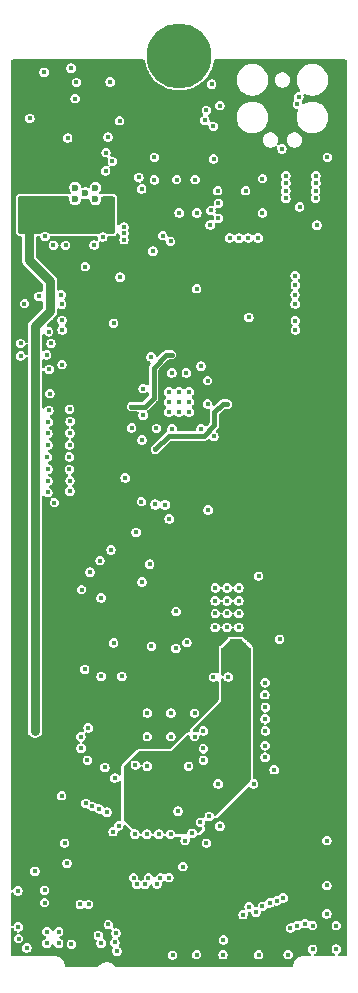
<source format=gbr>
%TF.GenerationSoftware,KiCad,Pcbnew,9.0.2*%
%TF.CreationDate,2026-02-15T00:41:27+01:00*%
%TF.ProjectId,BladeCore-M54,426c6164-6543-46f7-9265-2d4d35342e6b,rev?*%
%TF.SameCoordinates,Original*%
%TF.FileFunction,Copper,L4,Inr*%
%TF.FilePolarity,Positive*%
%FSLAX46Y46*%
G04 Gerber Fmt 4.6, Leading zero omitted, Abs format (unit mm)*
G04 Created by KiCad (PCBNEW 9.0.2) date 2026-02-15 00:41:27*
%MOMM*%
%LPD*%
G01*
G04 APERTURE LIST*
%TA.AperFunction,ComponentPad*%
%ADD10C,0.600000*%
%TD*%
%TA.AperFunction,ComponentPad*%
%ADD11C,5.500000*%
%TD*%
%TA.AperFunction,HeatsinkPad*%
%ADD12C,0.425000*%
%TD*%
%TA.AperFunction,ViaPad*%
%ADD13C,0.450000*%
%TD*%
%TA.AperFunction,ViaPad*%
%ADD14C,0.400000*%
%TD*%
%TA.AperFunction,Conductor*%
%ADD15C,0.800000*%
%TD*%
%TA.AperFunction,Conductor*%
%ADD16C,0.150000*%
%TD*%
%TA.AperFunction,Conductor*%
%ADD17C,0.400000*%
%TD*%
G04 APERTURE END LIST*
D10*
%TO.N,GND*%
%TO.C,IC7*%
X5890000Y68620000D03*
X7610000Y68620000D03*
X6750000Y69100000D03*
X5890000Y69580000D03*
X7610000Y69580000D03*
%TD*%
D11*
%TO.N,N/C*%
%TO.C,J1*%
X14721447Y80765000D03*
%TD*%
D12*
%TO.N,GND*%
%TO.C,IC1*%
X15529212Y50595788D03*
X15529212Y51445788D03*
X15529212Y52295788D03*
X14679212Y50595788D03*
X14679212Y51445788D03*
X14679212Y52295788D03*
X13829212Y50595788D03*
X13829212Y51445788D03*
X13829212Y52295788D03*
%TD*%
D13*
%TO.N,USB_RP_D-*%
X12676013Y42759449D03*
%TO.N,USB_RP_D+*%
X13484743Y42748112D03*
D14*
%TO.N,GND*%
X7500000Y64725000D03*
X16000000Y23100000D03*
X9150000Y58100000D03*
X22000000Y23600000D03*
X18410000Y4640000D03*
X5200000Y12375000D03*
X17375000Y67650000D03*
X8700000Y7200000D03*
X19750000Y32350000D03*
X10832300Y11175305D03*
X14450000Y33700000D03*
X13850000Y41550000D03*
X26275000Y70600000D03*
X17250000Y16350000D03*
X3650000Y57400000D03*
X21000000Y19100000D03*
X15350000Y31075000D03*
X14139098Y4610031D03*
X6750000Y62900000D03*
X26000000Y7100000D03*
X27200000Y10500000D03*
X6000000Y78500000D03*
X17750000Y34600000D03*
X12000000Y20600000D03*
X17000000Y14100000D03*
X12600000Y72150000D03*
X18000000Y19100000D03*
X16875000Y75275000D03*
X12325000Y55250000D03*
X8400000Y20500000D03*
X26250000Y69300000D03*
X26350000Y66400000D03*
X12475000Y64200000D03*
X14000000Y25100000D03*
X28000000Y5100000D03*
X8850000Y78550000D03*
X20600000Y58600000D03*
X3300000Y10100000D03*
X9700000Y62000000D03*
X6925000Y21100000D03*
X23200000Y31350000D03*
X8100000Y28200000D03*
X4050000Y64700000D03*
X23725000Y68675000D03*
X21420000Y4640000D03*
X1800000Y5225000D03*
X17325000Y66425000D03*
X10134212Y45020788D03*
X14480000Y70270000D03*
X9250000Y19600000D03*
X21750000Y70350000D03*
X17600000Y28150000D03*
X16000000Y25100000D03*
X12100000Y11175000D03*
X26000000Y5100000D03*
X18750000Y32350000D03*
X16175000Y4650000D03*
X26275000Y69975000D03*
X17758697Y33528588D03*
X4134800Y42925000D03*
X5000000Y14100000D03*
X21750000Y67450000D03*
X21425000Y36700000D03*
X1100000Y6000000D03*
X12600000Y70250000D03*
X21980000Y24600000D03*
X7000000Y23850000D03*
X16175000Y61025000D03*
X8100000Y5625000D03*
X8000000Y38000000D03*
X14700000Y67450000D03*
X5262500Y73787500D03*
X17625000Y48525000D03*
X16750000Y23600000D03*
X16500000Y15850000D03*
X2050000Y75450000D03*
X18750000Y34600000D03*
X11650000Y52575000D03*
X16200000Y67450000D03*
X18025000Y68275000D03*
X17450000Y78350000D03*
X17750000Y32350000D03*
X12200000Y37700000D03*
X12825000Y10625000D03*
X3300000Y9050000D03*
X8925000Y38925000D03*
X23400000Y72875000D03*
X11000000Y20700000D03*
X22000000Y25600000D03*
X8100000Y34850000D03*
X28000000Y7100000D03*
X15800000Y14920000D03*
X11651527Y50326527D03*
X23725000Y69975000D03*
X1075000Y7000000D03*
X15000000Y12100000D03*
X17950000Y69325000D03*
X8500000Y72550000D03*
X18758697Y33528588D03*
X12000000Y25100000D03*
X23725000Y69325000D03*
X24900000Y67950000D03*
X10675000Y49250000D03*
X23725000Y70600000D03*
X16750000Y22100000D03*
X3700000Y54200000D03*
X3750000Y52150000D03*
X15300000Y53900000D03*
X17150000Y42300000D03*
X16550000Y54475000D03*
X18758697Y35697756D03*
X7850000Y6275000D03*
X5575000Y5525000D03*
X5900000Y77125000D03*
X5550000Y79700000D03*
X23925000Y4650000D03*
X11550000Y48225000D03*
X9425000Y4925000D03*
X17758697Y35697756D03*
X6375000Y23100000D03*
X17100000Y51275000D03*
X8225000Y65400000D03*
X8675000Y73875000D03*
X9096800Y15052936D03*
X27200000Y8100000D03*
X9150000Y31050000D03*
X21980000Y22350000D03*
X4750000Y18100000D03*
X6700000Y28800000D03*
X27250000Y72150000D03*
X21980000Y21350000D03*
X12350000Y30750000D03*
X11050000Y40400000D03*
X12776527Y49201527D03*
X16050000Y70260000D03*
X14100000Y49178200D03*
X26000000Y7100000D03*
X9650000Y75250000D03*
X19750000Y34600000D03*
X14000000Y23100000D03*
X19758697Y35697756D03*
X14075000Y53900000D03*
X19758697Y33528588D03*
X12000000Y23100000D03*
X26250000Y68675000D03*
X18850000Y28150000D03*
X11500000Y43000000D03*
X15500000Y20600000D03*
X17100000Y53250000D03*
X15190000Y14300000D03*
X11550000Y36200000D03*
X5075000Y64700000D03*
X16750000Y21100000D03*
X17600000Y74775000D03*
X14425000Y30575000D03*
X20325000Y69325000D03*
X6400000Y22125000D03*
X16562573Y49190627D03*
X8475000Y71000000D03*
X3350000Y65450000D03*
X18025000Y67000000D03*
X9850000Y28200000D03*
X9036626Y71810000D03*
X13975000Y65025000D03*
%TO.N,+5V*%
X4000000Y68100000D03*
X8475000Y67625000D03*
X3000000Y68100000D03*
X3000000Y67100000D03*
X3325000Y66375000D03*
X4000000Y67100000D03*
X2000000Y68100000D03*
X2000000Y67100000D03*
X2500000Y23600000D03*
%TO.N,+3.3V*%
X8000000Y21300000D03*
X3500000Y74600000D03*
X2500000Y73600000D03*
X8000000Y23900000D03*
X15740000Y68470000D03*
X10679212Y47670788D03*
X1500000Y74600000D03*
X16200000Y30900000D03*
X18729212Y53245788D03*
X10704212Y55245788D03*
X18625000Y72300000D03*
X3500000Y73600000D03*
X2500000Y74600000D03*
X17279212Y55470788D03*
X3500000Y71600000D03*
X3375000Y42950000D03*
X7250000Y25375000D03*
X15730000Y72020000D03*
X22550000Y79700000D03*
X7394192Y42703494D03*
X10654212Y51845788D03*
X18679212Y49245788D03*
X11879212Y47445788D03*
X3480331Y63180331D03*
X1500000Y72600000D03*
X4497224Y73585855D03*
X16200000Y30100000D03*
X14054212Y47420788D03*
X2500000Y71600000D03*
X19725000Y67650000D03*
X1850000Y61925000D03*
X4500000Y71600000D03*
X16879212Y47445788D03*
X1500000Y71600000D03*
X21675000Y28775000D03*
X4625000Y75525000D03*
X6475000Y64700000D03*
X16200000Y29300000D03*
X15279212Y55470788D03*
X1500000Y73600000D03*
X4500000Y74600000D03*
%TO.N,/Block Diagram/Microcontroller Peripherals/VREF_IN*%
X7150000Y37025000D03*
X17610000Y72025000D03*
%TO.N,+1V1*%
X12679212Y47445788D03*
X14054212Y55445788D03*
X18779212Y51245788D03*
X10654212Y51045788D03*
%TO.N,/Block Diagram/Ethernet Interface/RDN_R_N*%
X12970000Y14850000D03*
%TO.N,/Block Diagram/Ethernet Interface/RDN_R_P*%
X13970000Y14850000D03*
%TO.N,+3.3VP*%
X20250000Y21350000D03*
X20230000Y24600000D03*
X14500000Y20600000D03*
X20200000Y30100000D03*
X20250000Y22350000D03*
X13000000Y20600000D03*
X20200000Y30900000D03*
X18150000Y18100000D03*
X20200000Y29300000D03*
X17250000Y17350000D03*
%TO.N,VBUS*%
X4500000Y5600000D03*
X3275000Y79350000D03*
X3500000Y5600000D03*
X2475000Y11700000D03*
X3500000Y6600000D03*
X4500000Y6600000D03*
%TO.N,/Block Diagram/Microcontroller/ADC_VUSB*%
X1050000Y10050000D03*
X3575000Y44750000D03*
%TO.N,/Block Diagram/Microcontroller Peripherals/I2C0_SCL*%
X4800000Y57550000D03*
X11525000Y69475000D03*
%TO.N,/Block Diagram/Microcontroller Peripherals/I2C0_SDA*%
X4775000Y58350000D03*
X11275000Y70450000D03*
%TO.N,HEARTBEAT*%
X13300000Y65525000D03*
X4775000Y54600000D03*
%TO.N,QSPI_SS*%
X22750000Y20300000D03*
X27200000Y14300000D03*
%TO.N,/Block Diagram/Microcontroller Peripherals/SWCLK*%
X17000000Y76125000D03*
X24708349Y76658253D03*
%TO.N,/Block Diagram/Microcontroller Peripherals/SWDIO*%
X18150000Y76525000D03*
X24825000Y77275000D03*
%TO.N,/Block Diagram/Ethernet Interface/ETH_INT*%
X1275000Y55350000D03*
X3475000Y55425000D03*
%TO.N,/Block Diagram/Ethernet Interface/ETH_RST*%
X1268533Y56400000D03*
X3850000Y56400000D03*
%TO.N,/Block Diagram/Microcontroller/ADC1*%
X3625000Y49750000D03*
X7950000Y16975000D03*
%TO.N,/Block Diagram/Microcontroller/ADC2*%
X3575000Y48775000D03*
X7350000Y17200000D03*
%TO.N,/Block Diagram/Microcontroller/ADC3*%
X6800000Y17450000D03*
X3575000Y47800000D03*
%TO.N,/Block Diagram/Microcontroller/ADC4*%
X3550000Y46775000D03*
X9350000Y6475000D03*
%TO.N,/Block Diagram/Microcontroller/ADC5*%
X9250000Y5675000D03*
X3575000Y45750000D03*
%TO.N,/Block Diagram/Microcontroller Peripherals/ADC_VREF*%
X3575000Y43775000D03*
X6430000Y35550000D03*
%TO.N,/Block Diagram/Microcontroller/GPIO18*%
X20100000Y8025000D03*
X24540000Y57550000D03*
%TO.N,/Block Diagram/Microcontroller/GPIO19*%
X24530000Y58330000D03*
X20625000Y8700000D03*
%TO.N,/Block Diagram/Microcontroller/GPIO22*%
X22375000Y9025000D03*
X24530000Y61330000D03*
%TO.N,/Block Diagram/Microcontroller/GPIO23*%
X22950000Y9200000D03*
X24520000Y62120000D03*
%TO.N,/Block Diagram/Microcontroller/GPIO20*%
X21200000Y8247545D03*
X24520000Y59730000D03*
%TO.N,/Block Diagram/Microcontroller/GPIO21*%
X21750000Y8750000D03*
X24510000Y60520000D03*
%TO.N,/Block Diagram/Microcontroller/GPIO27*%
X25360000Y7275000D03*
X18970000Y65330000D03*
%TO.N,/Block Diagram/Microcontroller/GPIO25*%
X20554212Y65320788D03*
X24120000Y6900000D03*
%TO.N,/Block Diagram/Microcontroller/GPIO24*%
X21380000Y65330000D03*
X23525000Y9450000D03*
%TO.N,/Block Diagram/Microcontroller/GPIO26*%
X24710000Y7100000D03*
X19760000Y65310000D03*
%TO.N,/Block Diagram/Microcontroller/ADC0*%
X3675000Y50725000D03*
X8575000Y16700000D03*
%TO.N,/Block Diagram/Ethernet Interface/TDN_R_P*%
X11960000Y14850000D03*
%TO.N,/Block Diagram/Ethernet Interface/TDN_R_N*%
X10950000Y14850000D03*
%TO.N,Net-(IC1B-GPIO40{slash}ADC0)*%
X5425728Y50817350D03*
%TO.N,Net-(IC1B-GPIO41{slash}ADC1)*%
X5465409Y49791321D03*
%TO.N,Net-(IC1B-GPIO42{slash}ADC2)*%
X5448403Y48793636D03*
%TO.N,Net-(IC1B-GPIO43{slash}ADC3)*%
X5414391Y47807288D03*
%TO.N,Net-(IC1B-GPIO44{slash}ADC4)*%
X5397385Y46798265D03*
%TO.N,Net-(IC1B-GPIO45{slash}ADC5)*%
X5397385Y45732555D03*
%TO.N,Net-(IC1B-GPIO46{slash}ADC6)*%
X5454072Y44774550D03*
%TO.N,Net-(IC1B-GPIO47{slash}ADC7)*%
X5442734Y43884569D03*
%TO.N,USB_RP_D+*%
X7025000Y8900000D03*
%TO.N,USB_RP_D-*%
X6325000Y8900000D03*
%TO.N,/Block Diagram/Ethernet Interface/SPI1_MOSI*%
X1598472Y59769841D03*
X4750000Y59725000D03*
%TO.N,/Block Diagram/Ethernet Interface/SPI1_SCLK*%
X2825000Y60375000D03*
X4725000Y60525000D03*
%TO.N,/Block Diagram/TD_P*%
X11805000Y10600000D03*
%TO.N,/Block Diagram/RCT*%
X9575000Y15550000D03*
X14600000Y16800000D03*
%TO.N,/Block Diagram/TD_N*%
X11105000Y10600000D03*
%TO.N,/Block Diagram/RD_P*%
X13815000Y11175000D03*
%TO.N,/Block Diagram/TCT*%
X18150000Y15525000D03*
X18446800Y5900000D03*
%TO.N,/Block Diagram/LINK_LED*%
X21950000Y26650000D03*
%TO.N,/Block Diagram/ACT_LED*%
X21975000Y27675000D03*
%TO.N,Net-(JP1-C)*%
X10025000Y65725000D03*
X10025000Y66250000D03*
X10025000Y65175000D03*
%TO.N,/Block Diagram/RD_N*%
X13115000Y11175000D03*
%TD*%
D15*
%TO.N,+5V*%
X3750000Y61685609D02*
X2000000Y63435609D01*
X2000000Y63435609D02*
X2000000Y67100000D01*
X3750000Y59112925D02*
X3750000Y61685609D01*
X2500000Y57862925D02*
X3750000Y59112925D01*
X2500000Y23600000D02*
X2500000Y57862925D01*
D16*
%TO.N,+3.3V*%
X14054212Y47420788D02*
X16854212Y47420788D01*
X16854212Y47420788D02*
X16879212Y47445788D01*
D17*
%TO.N,+1V1*%
X12679212Y47445788D02*
X13808424Y48575000D01*
X17675000Y50550000D02*
X18370788Y51245788D01*
X12525000Y54350000D02*
X13620788Y55445788D01*
X13808424Y48575000D02*
X16800000Y48575000D01*
X13620788Y55445788D02*
X14054212Y55445788D01*
X12525000Y51800000D02*
X12525000Y54350000D01*
X18370788Y51245788D02*
X18779212Y51245788D01*
X17675000Y49450000D02*
X17675000Y50550000D01*
X16800000Y48575000D02*
X17675000Y49450000D01*
X11770788Y51045788D02*
X12525000Y51800000D01*
X10654212Y51045788D02*
X11770788Y51045788D01*
%TD*%
%TA.AperFunction,Conductor*%
%TO.N,+5V*%
G36*
X5335599Y68830315D02*
G01*
X5381354Y68777511D01*
X5391298Y68708353D01*
X5388335Y68693908D01*
X5386300Y68686316D01*
X5386300Y68553690D01*
X5386299Y68553690D01*
X5420627Y68425578D01*
X5420628Y68425577D01*
X5486937Y68310725D01*
X5486939Y68310722D01*
X5486940Y68310721D01*
X5580721Y68216940D01*
X5695579Y68150627D01*
X5823687Y68116300D01*
X5823690Y68116300D01*
X5956310Y68116300D01*
X5956313Y68116300D01*
X6084421Y68150627D01*
X6199279Y68216940D01*
X6293060Y68310721D01*
X6359373Y68425579D01*
X6391833Y68546722D01*
X6428197Y68606379D01*
X6491044Y68636908D01*
X6547140Y68630537D01*
X6547729Y68632731D01*
X6555577Y68630629D01*
X6555579Y68630627D01*
X6683687Y68596300D01*
X6683690Y68596300D01*
X6816310Y68596300D01*
X6816313Y68596300D01*
X6944421Y68630627D01*
X6944422Y68630629D01*
X6952271Y68632731D01*
X6952878Y68630465D01*
X7010384Y68636659D01*
X7072869Y68605397D01*
X7108167Y68546720D01*
X7140628Y68425577D01*
X7206937Y68310725D01*
X7206939Y68310722D01*
X7206940Y68310721D01*
X7300721Y68216940D01*
X7415579Y68150627D01*
X7543687Y68116300D01*
X7543690Y68116300D01*
X7676310Y68116300D01*
X7676313Y68116300D01*
X7804421Y68150627D01*
X7919279Y68216940D01*
X8013060Y68310721D01*
X8079373Y68425579D01*
X8113700Y68553687D01*
X8113700Y68686313D01*
X8111665Y68693908D01*
X8113328Y68763758D01*
X8152492Y68821620D01*
X8216720Y68849123D01*
X8231440Y68850000D01*
X9126000Y68850000D01*
X9193039Y68830315D01*
X9238794Y68777511D01*
X9250000Y68726000D01*
X9250000Y65824000D01*
X9230315Y65756961D01*
X9177511Y65711206D01*
X9126000Y65700000D01*
X8544998Y65700000D01*
X8479982Y65719091D01*
X8479917Y65718977D01*
X8479448Y65719248D01*
X8477959Y65719685D01*
X8474597Y65722049D01*
X8380825Y65776188D01*
X8380824Y65776189D01*
X8380823Y65776189D01*
X8278148Y65803700D01*
X8171852Y65803700D01*
X8069177Y65776189D01*
X8069175Y65776188D01*
X8069174Y65776188D01*
X7970083Y65718977D01*
X7968844Y65721122D01*
X7915316Y65700430D01*
X7905002Y65700000D01*
X3722281Y65700000D01*
X3655242Y65719685D01*
X3634600Y65736319D01*
X3597880Y65773039D01*
X3597878Y65773041D01*
X3536508Y65808473D01*
X3505825Y65826188D01*
X3505824Y65826189D01*
X3505823Y65826189D01*
X3403148Y65853700D01*
X3296852Y65853700D01*
X3194177Y65826189D01*
X3194175Y65826188D01*
X3194174Y65826188D01*
X3102125Y65773043D01*
X3102119Y65773039D01*
X3065400Y65736319D01*
X3004077Y65702834D01*
X2977719Y65700000D01*
X1199000Y65700000D01*
X1131961Y65719685D01*
X1086206Y65772489D01*
X1075000Y65824000D01*
X1075000Y68726000D01*
X1094685Y68793039D01*
X1147489Y68838794D01*
X1199000Y68850000D01*
X5268560Y68850000D01*
X5335599Y68830315D01*
G37*
%TD.AperFunction*%
%TD*%
%TA.AperFunction,Conductor*%
%TO.N,+3.3V*%
G36*
X18000000Y28900000D02*
G01*
X15800000Y28900000D01*
X15800000Y31300000D01*
X18000000Y31300000D01*
X18000000Y28900000D01*
G37*
%TD.AperFunction*%
%TD*%
%TA.AperFunction,Conductor*%
%TO.N,+3.3V*%
G36*
X1894177Y75073811D02*
G01*
X1996852Y75046300D01*
X1996854Y75046300D01*
X2103146Y75046300D01*
X2103148Y75046300D01*
X2205823Y75073811D01*
X2251184Y75100000D01*
X4875000Y75100000D01*
X4875000Y73901109D01*
X4858800Y73840648D01*
X4858800Y73734352D01*
X4875000Y73673892D01*
X4875000Y71050000D01*
X1100000Y71050000D01*
X1100000Y75100000D01*
X1848816Y75100000D01*
X1894177Y75073811D01*
G37*
%TD.AperFunction*%
%TD*%
%TA.AperFunction,Conductor*%
%TO.N,+3.3V*%
G36*
X11740832Y80429815D02*
G01*
X11786587Y80377011D01*
X11797013Y80339383D01*
X11804889Y80269471D01*
X11804892Y80269454D01*
X11878712Y79946024D01*
X11878716Y79946012D01*
X11988285Y79632884D01*
X12132224Y79333991D01*
X12167845Y79277301D01*
X12308729Y79053085D01*
X12452310Y78873041D01*
X12512248Y78797881D01*
X12515574Y78793711D01*
X12750158Y78559127D01*
X13009532Y78352282D01*
X13290435Y78175779D01*
X13589334Y78031837D01*
X13755163Y77973811D01*
X13902458Y77922270D01*
X13902470Y77922266D01*
X14225904Y77848445D01*
X14555567Y77811301D01*
X14555568Y77811300D01*
X14555571Y77811300D01*
X14887326Y77811300D01*
X14887326Y77811301D01*
X15216990Y77848445D01*
X15540424Y77922266D01*
X15853560Y78031837D01*
X16152459Y78175779D01*
X16433362Y78352282D01*
X16497146Y78403148D01*
X17046300Y78403148D01*
X17046300Y78296852D01*
X17073811Y78194177D01*
X17126959Y78102122D01*
X17202122Y78026959D01*
X17294177Y77973811D01*
X17396852Y77946300D01*
X17396854Y77946300D01*
X17503146Y77946300D01*
X17503148Y77946300D01*
X17605823Y77973811D01*
X17697878Y78026959D01*
X17773041Y78102122D01*
X17826189Y78194177D01*
X17853700Y78296852D01*
X17853700Y78403148D01*
X17826189Y78505823D01*
X17773041Y78597878D01*
X17697878Y78673041D01*
X17605823Y78726189D01*
X17503148Y78753700D01*
X17396852Y78753700D01*
X17294177Y78726189D01*
X17294175Y78726188D01*
X17294174Y78726188D01*
X17202125Y78673043D01*
X17202119Y78673039D01*
X17126961Y78597881D01*
X17126957Y78597875D01*
X17073812Y78505826D01*
X17073812Y78505825D01*
X17073811Y78505823D01*
X17046300Y78403148D01*
X16497146Y78403148D01*
X16614646Y78496852D01*
X16628904Y78508222D01*
X16650182Y78525192D01*
X16692736Y78559127D01*
X16927320Y78793711D01*
X16940549Y78810299D01*
X19562050Y78810299D01*
X19562050Y78599702D01*
X19594995Y78391695D01*
X19594995Y78391692D01*
X19660071Y78191409D01*
X19755683Y78003761D01*
X19879469Y77833384D01*
X20028384Y77684469D01*
X20198761Y77560683D01*
X20316779Y77500550D01*
X20386408Y77465072D01*
X20586692Y77399996D01*
X20586693Y77399996D01*
X20586696Y77399995D01*
X20794701Y77367050D01*
X20794702Y77367050D01*
X21005298Y77367050D01*
X21005299Y77367050D01*
X21213304Y77399995D01*
X21213307Y77399996D01*
X21213308Y77399996D01*
X21413591Y77465072D01*
X21413591Y77465073D01*
X21413594Y77465073D01*
X21601239Y77560683D01*
X21771616Y77684469D01*
X21920531Y77833384D01*
X22044317Y78003761D01*
X22139927Y78191406D01*
X22173043Y78293327D01*
X22205004Y78391692D01*
X22205004Y78391693D01*
X22205005Y78391696D01*
X22237950Y78599701D01*
X22237950Y78768611D01*
X22794200Y78768611D01*
X22794200Y78641390D01*
X22811753Y78553146D01*
X22819017Y78516627D01*
X22823491Y78505826D01*
X22867697Y78399102D01*
X22867702Y78399093D01*
X22938373Y78293327D01*
X22938376Y78293323D01*
X23028322Y78203377D01*
X23028326Y78203374D01*
X23134092Y78132703D01*
X23134098Y78132700D01*
X23134099Y78132699D01*
X23251627Y78084017D01*
X23376389Y78059201D01*
X23376393Y78059200D01*
X23376394Y78059200D01*
X23503607Y78059200D01*
X23503608Y78059201D01*
X23628373Y78084017D01*
X23745901Y78132699D01*
X23851674Y78203374D01*
X23941626Y78293326D01*
X24012301Y78399099D01*
X24060983Y78516627D01*
X24085800Y78641394D01*
X24085800Y78768606D01*
X24060983Y78893373D01*
X24012301Y79010901D01*
X24012300Y79010902D01*
X24012297Y79010908D01*
X23941626Y79116674D01*
X23941623Y79116678D01*
X23851677Y79206624D01*
X23851673Y79206627D01*
X23745907Y79277298D01*
X23745898Y79277303D01*
X23650081Y79316992D01*
X23628373Y79325983D01*
X23628369Y79325984D01*
X23628365Y79325985D01*
X23503610Y79350800D01*
X23503606Y79350800D01*
X23376394Y79350800D01*
X23376389Y79350800D01*
X23251634Y79325985D01*
X23251624Y79325982D01*
X23134101Y79277303D01*
X23134092Y79277298D01*
X23028326Y79206627D01*
X23028322Y79206624D01*
X22938376Y79116678D01*
X22938373Y79116674D01*
X22867702Y79010908D01*
X22867697Y79010899D01*
X22819018Y78893376D01*
X22819015Y78893366D01*
X22794200Y78768611D01*
X22237950Y78768611D01*
X22237950Y78810299D01*
X22205005Y79018304D01*
X22205004Y79018308D01*
X22205004Y79018309D01*
X22139928Y79218592D01*
X22100333Y79296301D01*
X22044317Y79406239D01*
X21920531Y79576616D01*
X21771616Y79725531D01*
X21601239Y79849317D01*
X21588464Y79855826D01*
X21413591Y79944929D01*
X21213307Y80010005D01*
X21057300Y80034714D01*
X21005299Y80042950D01*
X20794701Y80042950D01*
X20725366Y80031969D01*
X20586694Y80010005D01*
X20586691Y80010005D01*
X20386408Y79944929D01*
X20198760Y79849317D01*
X20028381Y79725529D01*
X19879471Y79576619D01*
X19755683Y79406240D01*
X19660071Y79218592D01*
X19594995Y79018309D01*
X19594995Y79018306D01*
X19562050Y78810299D01*
X16940549Y78810299D01*
X17134165Y79053085D01*
X17310668Y79333988D01*
X17454610Y79632887D01*
X17564181Y79946023D01*
X17638002Y80269457D01*
X17640268Y80289562D01*
X17645881Y80339383D01*
X17672947Y80403797D01*
X17730542Y80443352D01*
X17769101Y80449500D01*
X28652405Y80449500D01*
X28690244Y80449500D01*
X28709630Y80447975D01*
X28742253Y80442808D01*
X28779146Y80430821D01*
X28799765Y80420315D01*
X28831151Y80397511D01*
X28847510Y80381152D01*
X28870314Y80349766D01*
X28880820Y80329147D01*
X28892808Y80292252D01*
X28897973Y80259641D01*
X28899500Y80240245D01*
X28899500Y4709756D01*
X28897973Y4690360D01*
X28896203Y4679183D01*
X28892808Y4657749D01*
X28880820Y4620854D01*
X28870314Y4600235D01*
X28847510Y4568849D01*
X28831151Y4552490D01*
X28799765Y4529686D01*
X28779146Y4519180D01*
X28742251Y4507192D01*
X28729663Y4505199D01*
X28709638Y4502027D01*
X28690244Y4500500D01*
X28231811Y4500500D01*
X28164772Y4520185D01*
X28119017Y4572989D01*
X28109073Y4642147D01*
X28138098Y4705703D01*
X28169811Y4731887D01*
X28172269Y4733306D01*
X28247878Y4776959D01*
X28323041Y4852122D01*
X28376189Y4944177D01*
X28403700Y5046852D01*
X28403700Y5153148D01*
X28376189Y5255823D01*
X28323041Y5347878D01*
X28247878Y5423041D01*
X28167968Y5469177D01*
X28155825Y5476188D01*
X28155824Y5476189D01*
X28155823Y5476189D01*
X28053148Y5503700D01*
X27946852Y5503700D01*
X27844177Y5476189D01*
X27844175Y5476188D01*
X27844174Y5476188D01*
X27752125Y5423043D01*
X27752119Y5423039D01*
X27676961Y5347881D01*
X27676957Y5347875D01*
X27623812Y5255826D01*
X27623812Y5255825D01*
X27623811Y5255823D01*
X27596300Y5153148D01*
X27596300Y5046852D01*
X27623811Y4944177D01*
X27676959Y4852122D01*
X27752122Y4776959D01*
X27802982Y4747595D01*
X27830189Y4731887D01*
X27878405Y4681320D01*
X27891628Y4612713D01*
X27865660Y4547848D01*
X27808745Y4507320D01*
X27768189Y4500500D01*
X26231811Y4500500D01*
X26164772Y4520185D01*
X26119017Y4572989D01*
X26109073Y4642147D01*
X26138098Y4705703D01*
X26169811Y4731887D01*
X26172269Y4733306D01*
X26247878Y4776959D01*
X26323041Y4852122D01*
X26376189Y4944177D01*
X26403700Y5046852D01*
X26403700Y5153148D01*
X26376189Y5255823D01*
X26323041Y5347878D01*
X26247878Y5423041D01*
X26167968Y5469177D01*
X26155825Y5476188D01*
X26155824Y5476189D01*
X26155823Y5476189D01*
X26053148Y5503700D01*
X25946852Y5503700D01*
X25844177Y5476189D01*
X25844175Y5476188D01*
X25844174Y5476188D01*
X25752125Y5423043D01*
X25752119Y5423039D01*
X25676961Y5347881D01*
X25676957Y5347875D01*
X25623812Y5255826D01*
X25623812Y5255825D01*
X25623811Y5255823D01*
X25596300Y5153148D01*
X25596300Y5046852D01*
X25623811Y4944177D01*
X25676959Y4852122D01*
X25752122Y4776959D01*
X25802982Y4747595D01*
X25830189Y4731887D01*
X25878405Y4681320D01*
X25891628Y4612713D01*
X25865660Y4547848D01*
X25808745Y4507320D01*
X25768189Y4500500D01*
X25071155Y4500500D01*
X24916510Y4469739D01*
X24916498Y4469736D01*
X24770827Y4409398D01*
X24770814Y4409391D01*
X24639711Y4321790D01*
X24639707Y4321787D01*
X24528213Y4210293D01*
X24528210Y4210289D01*
X24440609Y4079186D01*
X24440602Y4079173D01*
X24380264Y3933502D01*
X24380261Y3933490D01*
X24349500Y3778847D01*
X24349500Y3724000D01*
X24329815Y3656961D01*
X24277011Y3611206D01*
X24225500Y3600000D01*
X9365212Y3600000D01*
X9298173Y3619685D01*
X9262109Y3655110D01*
X9260872Y3656961D01*
X9249464Y3674035D01*
X9249462Y3674038D01*
X9124038Y3799462D01*
X9124034Y3799465D01*
X8976553Y3898010D01*
X8976540Y3898017D01*
X8812667Y3965894D01*
X8812658Y3965897D01*
X8638694Y4000500D01*
X8638691Y4000500D01*
X8597595Y4000500D01*
X8550000Y4000500D01*
X8461309Y4000500D01*
X8461306Y4000500D01*
X8287341Y3965897D01*
X8287332Y3965894D01*
X8123459Y3898017D01*
X8123446Y3898010D01*
X7975965Y3799465D01*
X7975961Y3799462D01*
X7850537Y3674038D01*
X7841271Y3660171D01*
X7839128Y3656961D01*
X7837891Y3655110D01*
X7784279Y3610305D01*
X7734788Y3600000D01*
X5124500Y3600000D01*
X5057461Y3619685D01*
X5011706Y3672489D01*
X5000500Y3724000D01*
X5000500Y3778845D01*
X5000499Y3778847D01*
X4996398Y3799465D01*
X4969737Y3933497D01*
X4909795Y4078211D01*
X4909397Y4079173D01*
X4909390Y4079186D01*
X4821789Y4210289D01*
X4821786Y4210293D01*
X4710292Y4321787D01*
X4710288Y4321790D01*
X4579185Y4409391D01*
X4579172Y4409398D01*
X4433501Y4469736D01*
X4433489Y4469739D01*
X4278845Y4500500D01*
X4278842Y4500500D01*
X4239562Y4500500D01*
X659756Y4500500D01*
X640360Y4502027D01*
X624110Y4504601D01*
X607749Y4507192D01*
X570853Y4519180D01*
X550234Y4529686D01*
X518848Y4552490D01*
X502489Y4568849D01*
X479685Y4600235D01*
X469179Y4620854D01*
X457192Y4657747D01*
X452025Y4690370D01*
X450500Y4709756D01*
X450500Y5278148D01*
X1396300Y5278148D01*
X1396300Y5171852D01*
X1423811Y5069177D01*
X1476959Y4977122D01*
X1552122Y4901959D01*
X1644177Y4848811D01*
X1746852Y4821300D01*
X1746854Y4821300D01*
X1853146Y4821300D01*
X1853148Y4821300D01*
X1955823Y4848811D01*
X2047878Y4901959D01*
X2123041Y4977122D01*
X2176189Y5069177D01*
X2203700Y5171852D01*
X2203700Y5278148D01*
X2176189Y5380823D01*
X2123041Y5472878D01*
X2047878Y5548041D01*
X1955823Y5601189D01*
X1853148Y5628700D01*
X1746852Y5628700D01*
X1644175Y5601189D01*
X1589508Y5569627D01*
X1589504Y5569624D01*
X1552122Y5548041D01*
X1476959Y5472878D01*
X1475346Y5470086D01*
X1475346Y5470085D01*
X1423812Y5380826D01*
X1423812Y5380825D01*
X1423811Y5380823D01*
X1396300Y5278148D01*
X450500Y5278148D01*
X450500Y6829016D01*
X470185Y6896055D01*
X522989Y6941810D01*
X592147Y6951754D01*
X655703Y6922729D01*
X693477Y6863951D01*
X694263Y6861150D01*
X698811Y6844177D01*
X751959Y6752122D01*
X827122Y6676959D01*
X919177Y6623811D01*
X946742Y6616425D01*
X1006402Y6580062D01*
X1036932Y6517215D01*
X1028638Y6447840D01*
X984153Y6393961D01*
X946747Y6376878D01*
X945300Y6376491D01*
X944176Y6376189D01*
X944174Y6376188D01*
X852125Y6323043D01*
X852119Y6323039D01*
X776961Y6247881D01*
X776957Y6247875D01*
X723812Y6155826D01*
X723812Y6155825D01*
X723811Y6155823D01*
X696300Y6053148D01*
X696300Y5946852D01*
X723811Y5844177D01*
X776959Y5752122D01*
X852122Y5676959D01*
X944177Y5623811D01*
X1046852Y5596300D01*
X1046854Y5596300D01*
X1153146Y5596300D01*
X1153148Y5596300D01*
X1255823Y5623811D01*
X1347878Y5676959D01*
X1423041Y5752122D01*
X1476189Y5844177D01*
X1503700Y5946852D01*
X1503700Y6053148D01*
X1476189Y6155823D01*
X1423041Y6247878D01*
X1347878Y6323041D01*
X1255823Y6376189D01*
X1228253Y6383577D01*
X1168595Y6419941D01*
X1138067Y6482788D01*
X1146362Y6552164D01*
X1190848Y6606041D01*
X1228257Y6623124D01*
X1230823Y6623811D01*
X1281636Y6653148D01*
X3096300Y6653148D01*
X3096300Y6546852D01*
X3123811Y6444177D01*
X3176959Y6352122D01*
X3252122Y6276959D01*
X3344177Y6223811D01*
X3359243Y6219775D01*
X3418903Y6183410D01*
X3449432Y6120563D01*
X3441137Y6051188D01*
X3396652Y5997310D01*
X3359244Y5980227D01*
X3344177Y5976189D01*
X3344175Y5976188D01*
X3344174Y5976188D01*
X3252125Y5923043D01*
X3252119Y5923039D01*
X3176961Y5847881D01*
X3176957Y5847875D01*
X3123812Y5755826D01*
X3123812Y5755825D01*
X3123811Y5755823D01*
X3096300Y5653148D01*
X3096300Y5546852D01*
X3123811Y5444177D01*
X3176959Y5352122D01*
X3252122Y5276959D01*
X3344177Y5223811D01*
X3446852Y5196300D01*
X3446854Y5196300D01*
X3553146Y5196300D01*
X3553148Y5196300D01*
X3655823Y5223811D01*
X3747878Y5276959D01*
X3823041Y5352122D01*
X3876189Y5444177D01*
X3880225Y5459244D01*
X3916589Y5518903D01*
X3979435Y5549433D01*
X4048811Y5541139D01*
X4102690Y5496654D01*
X4119773Y5459245D01*
X4123811Y5444177D01*
X4176959Y5352122D01*
X4252122Y5276959D01*
X4344177Y5223811D01*
X4446852Y5196300D01*
X4446854Y5196300D01*
X4553146Y5196300D01*
X4553148Y5196300D01*
X4655823Y5223811D01*
X4747878Y5276959D01*
X4823041Y5352122D01*
X4876189Y5444177D01*
X4903700Y5546852D01*
X4903700Y5578148D01*
X5171300Y5578148D01*
X5171300Y5471852D01*
X5198811Y5369177D01*
X5251959Y5277122D01*
X5327122Y5201959D01*
X5419177Y5148811D01*
X5521852Y5121300D01*
X5521854Y5121300D01*
X5628146Y5121300D01*
X5628148Y5121300D01*
X5730823Y5148811D01*
X5822878Y5201959D01*
X5898041Y5277122D01*
X5951189Y5369177D01*
X5978700Y5471852D01*
X5978700Y5578148D01*
X5951189Y5680823D01*
X5898041Y5772878D01*
X5822878Y5848041D01*
X5730823Y5901189D01*
X5628148Y5928700D01*
X5521852Y5928700D01*
X5419177Y5901189D01*
X5419175Y5901188D01*
X5419174Y5901188D01*
X5327125Y5848043D01*
X5327119Y5848039D01*
X5251961Y5772881D01*
X5251957Y5772875D01*
X5198812Y5680826D01*
X5198812Y5680825D01*
X5198811Y5680823D01*
X5171300Y5578148D01*
X4903700Y5578148D01*
X4903700Y5653148D01*
X4876189Y5755823D01*
X4823041Y5847878D01*
X4747878Y5923041D01*
X4655823Y5976189D01*
X4640756Y5980226D01*
X4581097Y6016589D01*
X4550567Y6079435D01*
X4558861Y6148811D01*
X4603346Y6202690D01*
X4640755Y6219774D01*
X4655823Y6223811D01*
X4747878Y6276959D01*
X4799067Y6328148D01*
X7446300Y6328148D01*
X7446300Y6221852D01*
X7473811Y6119177D01*
X7526959Y6027122D01*
X7602122Y5951959D01*
X7652213Y5923039D01*
X7664819Y5915761D01*
X7713035Y5865194D01*
X7726258Y5796587D01*
X7722594Y5776282D01*
X7696300Y5678150D01*
X7696300Y5678148D01*
X7696300Y5571852D01*
X7723811Y5469177D01*
X7776959Y5377122D01*
X7852122Y5301959D01*
X7944177Y5248811D01*
X8046852Y5221300D01*
X8046854Y5221300D01*
X8153146Y5221300D01*
X8153148Y5221300D01*
X8255823Y5248811D01*
X8347878Y5301959D01*
X8423041Y5377122D01*
X8476189Y5469177D01*
X8503700Y5571852D01*
X8503700Y5678148D01*
X8476189Y5780823D01*
X8423041Y5872878D01*
X8347878Y5948041D01*
X8299126Y5976188D01*
X8285180Y5984240D01*
X8236964Y6034807D01*
X8223742Y6103414D01*
X8227401Y6123704D01*
X8253700Y6221852D01*
X8253700Y6328148D01*
X8226189Y6430823D01*
X8173041Y6522878D01*
X8097878Y6598041D01*
X8005823Y6651189D01*
X7903148Y6678700D01*
X7796852Y6678700D01*
X7694177Y6651189D01*
X7694175Y6651188D01*
X7694174Y6651188D01*
X7602125Y6598043D01*
X7602119Y6598039D01*
X7526961Y6522881D01*
X7526957Y6522875D01*
X7473812Y6430826D01*
X7473812Y6430825D01*
X7473811Y6430823D01*
X7446300Y6328148D01*
X4799067Y6328148D01*
X4823041Y6352122D01*
X4876189Y6444177D01*
X4903700Y6546852D01*
X4903700Y6653148D01*
X4876189Y6755823D01*
X4823041Y6847878D01*
X4747878Y6923041D01*
X4678873Y6962881D01*
X4655825Y6976188D01*
X4655824Y6976189D01*
X4655823Y6976189D01*
X4553148Y7003700D01*
X4446852Y7003700D01*
X4344177Y6976189D01*
X4344175Y6976188D01*
X4344174Y6976188D01*
X4252125Y6923043D01*
X4252119Y6923039D01*
X4176961Y6847881D01*
X4176957Y6847875D01*
X4123812Y6755826D01*
X4123812Y6755825D01*
X4123811Y6755823D01*
X4119774Y6740757D01*
X4083410Y6681097D01*
X4020563Y6650568D01*
X3951188Y6658863D01*
X3897310Y6703348D01*
X3880226Y6740756D01*
X3876189Y6755823D01*
X3823041Y6847878D01*
X3747878Y6923041D01*
X3678873Y6962881D01*
X3655825Y6976188D01*
X3655824Y6976189D01*
X3655823Y6976189D01*
X3553148Y7003700D01*
X3446852Y7003700D01*
X3344177Y6976189D01*
X3344175Y6976188D01*
X3344174Y6976188D01*
X3252125Y6923043D01*
X3252119Y6923039D01*
X3176961Y6847881D01*
X3176957Y6847875D01*
X3123812Y6755826D01*
X3123812Y6755825D01*
X3123811Y6755823D01*
X3096300Y6653148D01*
X1281636Y6653148D01*
X1322878Y6676959D01*
X1398041Y6752122D01*
X1451189Y6844177D01*
X1478700Y6946852D01*
X1478700Y7053148D01*
X1451189Y7155823D01*
X1398041Y7247878D01*
X1392771Y7253148D01*
X8296300Y7253148D01*
X8296300Y7146852D01*
X8323811Y7044177D01*
X8376959Y6952122D01*
X8452122Y6876959D01*
X8544177Y6823811D01*
X8646852Y6796300D01*
X8646854Y6796300D01*
X8753145Y6796300D01*
X8753148Y6796300D01*
X8838061Y6819052D01*
X8907905Y6817389D01*
X8965767Y6778227D01*
X8993272Y6713999D01*
X8981686Y6645097D01*
X8977540Y6637284D01*
X8973813Y6630830D01*
X8973811Y6630825D01*
X8973811Y6630823D01*
X8946300Y6528148D01*
X8946300Y6421852D01*
X8973811Y6319177D01*
X9026959Y6227122D01*
X9026961Y6227120D01*
X9048831Y6205250D01*
X9082316Y6143927D01*
X9077332Y6074235D01*
X9035460Y6018302D01*
X9023151Y6010183D01*
X9002128Y5998046D01*
X9002119Y5998039D01*
X8926961Y5922881D01*
X8926957Y5922875D01*
X8873812Y5830826D01*
X8873812Y5830825D01*
X8873811Y5830823D01*
X8846300Y5728148D01*
X8846300Y5621852D01*
X8873811Y5519177D01*
X8926959Y5427122D01*
X9002122Y5351959D01*
X9042408Y5328700D01*
X9047157Y5325958D01*
X9095373Y5275391D01*
X9108596Y5206784D01*
X9092544Y5156571D01*
X9048812Y5080826D01*
X9048812Y5080825D01*
X9048811Y5080823D01*
X9021300Y4978148D01*
X9021300Y4871852D01*
X9048811Y4769177D01*
X9048812Y4769176D01*
X9048812Y4769175D01*
X9061271Y4747595D01*
X9101959Y4677122D01*
X9177122Y4601959D01*
X9269177Y4548811D01*
X9371852Y4521300D01*
X9371854Y4521300D01*
X9478146Y4521300D01*
X9478148Y4521300D01*
X9580823Y4548811D01*
X9672878Y4601959D01*
X9734098Y4663179D01*
X13735398Y4663179D01*
X13735398Y4556883D01*
X13762909Y4454208D01*
X13816057Y4362153D01*
X13891220Y4286990D01*
X13983275Y4233842D01*
X14085950Y4206331D01*
X14085952Y4206331D01*
X14192244Y4206331D01*
X14192246Y4206331D01*
X14294921Y4233842D01*
X14386976Y4286990D01*
X14462139Y4362153D01*
X14515287Y4454208D01*
X14542798Y4556883D01*
X14542798Y4663179D01*
X14532089Y4703148D01*
X15771300Y4703148D01*
X15771300Y4596852D01*
X15798811Y4494177D01*
X15798812Y4494176D01*
X15798812Y4494175D01*
X15804585Y4484176D01*
X15851959Y4402122D01*
X15927122Y4326959D01*
X16019177Y4273811D01*
X16121852Y4246300D01*
X16121854Y4246300D01*
X16228146Y4246300D01*
X16228148Y4246300D01*
X16330823Y4273811D01*
X16422878Y4326959D01*
X16498041Y4402122D01*
X16551189Y4494177D01*
X16578700Y4596852D01*
X16578700Y4693148D01*
X18006300Y4693148D01*
X18006300Y4586852D01*
X18033811Y4484177D01*
X18033812Y4484176D01*
X18033812Y4484175D01*
X18044015Y4466503D01*
X18086959Y4392122D01*
X18162122Y4316959D01*
X18254177Y4263811D01*
X18356852Y4236300D01*
X18356854Y4236300D01*
X18463146Y4236300D01*
X18463148Y4236300D01*
X18565823Y4263811D01*
X18657878Y4316959D01*
X18733041Y4392122D01*
X18786189Y4484177D01*
X18813700Y4586852D01*
X18813700Y4693148D01*
X21016300Y4693148D01*
X21016300Y4586852D01*
X21043811Y4484177D01*
X21043812Y4484176D01*
X21043812Y4484175D01*
X21054015Y4466503D01*
X21096959Y4392122D01*
X21172122Y4316959D01*
X21264177Y4263811D01*
X21366852Y4236300D01*
X21366854Y4236300D01*
X21473146Y4236300D01*
X21473148Y4236300D01*
X21575823Y4263811D01*
X21667878Y4316959D01*
X21743041Y4392122D01*
X21796189Y4484177D01*
X21823700Y4586852D01*
X21823700Y4693148D01*
X21821021Y4703148D01*
X23521300Y4703148D01*
X23521300Y4596852D01*
X23548811Y4494177D01*
X23548812Y4494176D01*
X23548812Y4494175D01*
X23554585Y4484176D01*
X23601959Y4402122D01*
X23677122Y4326959D01*
X23769177Y4273811D01*
X23871852Y4246300D01*
X23871854Y4246300D01*
X23978146Y4246300D01*
X23978148Y4246300D01*
X24080823Y4273811D01*
X24172878Y4326959D01*
X24248041Y4402122D01*
X24301189Y4494177D01*
X24328700Y4596852D01*
X24328700Y4703148D01*
X24301189Y4805823D01*
X24248041Y4897878D01*
X24172878Y4973041D01*
X24080823Y5026189D01*
X23978148Y5053700D01*
X23871852Y5053700D01*
X23769177Y5026189D01*
X23769175Y5026188D01*
X23769174Y5026188D01*
X23677125Y4973043D01*
X23677119Y4973039D01*
X23601961Y4897881D01*
X23601957Y4897875D01*
X23548812Y4805826D01*
X23548812Y4805825D01*
X23548811Y4805823D01*
X23521300Y4703148D01*
X21821021Y4703148D01*
X21796189Y4795823D01*
X21743041Y4887878D01*
X21667878Y4963041D01*
X21606508Y4998473D01*
X21575825Y5016188D01*
X21575824Y5016189D01*
X21575823Y5016189D01*
X21473148Y5043700D01*
X21366852Y5043700D01*
X21264177Y5016189D01*
X21264175Y5016188D01*
X21264174Y5016188D01*
X21172125Y4963043D01*
X21172119Y4963039D01*
X21096961Y4887881D01*
X21096957Y4887875D01*
X21043812Y4795826D01*
X21043812Y4795825D01*
X21043811Y4795823D01*
X21016300Y4693148D01*
X18813700Y4693148D01*
X18786189Y4795823D01*
X18733041Y4887878D01*
X18657878Y4963041D01*
X18596508Y4998473D01*
X18565825Y5016188D01*
X18565824Y5016189D01*
X18565823Y5016189D01*
X18463148Y5043700D01*
X18356852Y5043700D01*
X18254177Y5016189D01*
X18254175Y5016188D01*
X18254174Y5016188D01*
X18162125Y4963043D01*
X18162119Y4963039D01*
X18086961Y4887881D01*
X18086957Y4887875D01*
X18033812Y4795826D01*
X18033812Y4795825D01*
X18033811Y4795823D01*
X18006300Y4693148D01*
X16578700Y4693148D01*
X16578700Y4703148D01*
X16551189Y4805823D01*
X16498041Y4897878D01*
X16422878Y4973041D01*
X16330823Y5026189D01*
X16228148Y5053700D01*
X16121852Y5053700D01*
X16019177Y5026189D01*
X16019175Y5026188D01*
X16019174Y5026188D01*
X15927125Y4973043D01*
X15927119Y4973039D01*
X15851961Y4897881D01*
X15851957Y4897875D01*
X15798812Y4805826D01*
X15798812Y4805825D01*
X15798811Y4805823D01*
X15771300Y4703148D01*
X14532089Y4703148D01*
X14515287Y4765854D01*
X14462139Y4857909D01*
X14386976Y4933072D01*
X14294921Y4986220D01*
X14192246Y5013731D01*
X14085950Y5013731D01*
X13983275Y4986220D01*
X13983273Y4986219D01*
X13983272Y4986219D01*
X13891223Y4933074D01*
X13891217Y4933070D01*
X13816059Y4857912D01*
X13816055Y4857906D01*
X13762910Y4765857D01*
X13762910Y4765856D01*
X13762909Y4765854D01*
X13735398Y4663179D01*
X9734098Y4663179D01*
X9748041Y4677122D01*
X9801189Y4769177D01*
X9828700Y4871852D01*
X9828700Y4978148D01*
X9801189Y5080823D01*
X9748041Y5172878D01*
X9672878Y5248041D01*
X9627840Y5274044D01*
X9579626Y5324611D01*
X9566404Y5393218D01*
X9582454Y5443428D01*
X9626189Y5519177D01*
X9653700Y5621852D01*
X9653700Y5728148D01*
X9626189Y5830823D01*
X9573041Y5922878D01*
X9545653Y5950266D01*
X9543417Y5953148D01*
X18043100Y5953148D01*
X18043100Y5846852D01*
X18070611Y5744177D01*
X18070612Y5744176D01*
X18070612Y5744175D01*
X18088327Y5713492D01*
X18123759Y5652122D01*
X18198922Y5576959D01*
X18290977Y5523811D01*
X18393652Y5496300D01*
X18393654Y5496300D01*
X18499946Y5496300D01*
X18499948Y5496300D01*
X18602623Y5523811D01*
X18694678Y5576959D01*
X18769841Y5652122D01*
X18822989Y5744177D01*
X18850500Y5846852D01*
X18850500Y5953148D01*
X18822989Y6055823D01*
X18769841Y6147878D01*
X18694678Y6223041D01*
X18602623Y6276189D01*
X18499948Y6303700D01*
X18393652Y6303700D01*
X18290977Y6276189D01*
X18290975Y6276188D01*
X18290974Y6276188D01*
X18198925Y6223043D01*
X18198919Y6223039D01*
X18123761Y6147881D01*
X18123757Y6147875D01*
X18070612Y6055826D01*
X18070612Y6055825D01*
X18070611Y6055823D01*
X18043100Y5953148D01*
X9543417Y5953148D01*
X9540877Y5956422D01*
X9530839Y5981979D01*
X9517683Y6006074D01*
X9518252Y6014032D01*
X9515336Y6021456D01*
X9520708Y6048379D01*
X9522667Y6075766D01*
X9527448Y6082153D01*
X9529009Y6089975D01*
X9548085Y6109721D01*
X9564539Y6131699D01*
X9576835Y6139811D01*
X9597878Y6151959D01*
X9673041Y6227122D01*
X9726189Y6319177D01*
X9753700Y6421852D01*
X9753700Y6528148D01*
X9726189Y6630823D01*
X9673041Y6722878D01*
X9597878Y6798041D01*
X9505823Y6851189D01*
X9403148Y6878700D01*
X9296852Y6878700D01*
X9211942Y6855950D01*
X9142093Y6857612D01*
X9084231Y6896775D01*
X9060091Y6953148D01*
X23716300Y6953148D01*
X23716300Y6846852D01*
X23743811Y6744177D01*
X23796959Y6652122D01*
X23872122Y6576959D01*
X23964177Y6523811D01*
X24066852Y6496300D01*
X24066854Y6496300D01*
X24173146Y6496300D01*
X24173148Y6496300D01*
X24275823Y6523811D01*
X24367878Y6576959D01*
X24443041Y6652122D01*
X24446197Y6657590D01*
X24496758Y6705807D01*
X24565364Y6719035D01*
X24585666Y6715374D01*
X24656852Y6696300D01*
X24656855Y6696300D01*
X24763146Y6696300D01*
X24763148Y6696300D01*
X24865823Y6723811D01*
X24957878Y6776959D01*
X25033041Y6852122D01*
X25034042Y6853857D01*
X25035267Y6855025D01*
X25037989Y6858571D01*
X25038541Y6858147D01*
X25084608Y6902071D01*
X25153215Y6915295D01*
X25196474Y6901466D01*
X25196664Y6901923D01*
X25202143Y6899654D01*
X25203429Y6899243D01*
X25203919Y6898960D01*
X25204173Y6898813D01*
X25204177Y6898811D01*
X25306852Y6871300D01*
X25306854Y6871300D01*
X25413146Y6871300D01*
X25413148Y6871300D01*
X25515823Y6898811D01*
X25515832Y6898817D01*
X25523336Y6901923D01*
X25524688Y6898658D01*
X25576685Y6911399D01*
X25642765Y6888699D01*
X25670956Y6857762D01*
X25672011Y6858571D01*
X25676957Y6852125D01*
X25676959Y6852122D01*
X25752122Y6776959D01*
X25844177Y6723811D01*
X25946852Y6696300D01*
X25946854Y6696300D01*
X26053146Y6696300D01*
X26053148Y6696300D01*
X26155823Y6723811D01*
X26247878Y6776959D01*
X26323041Y6852122D01*
X26376189Y6944177D01*
X26403700Y7046852D01*
X26403700Y7153148D01*
X27596300Y7153148D01*
X27596300Y7046852D01*
X27623811Y6944177D01*
X27623812Y6944176D01*
X27623812Y6944175D01*
X27636013Y6923043D01*
X27676959Y6852122D01*
X27752122Y6776959D01*
X27844177Y6723811D01*
X27946852Y6696300D01*
X27946854Y6696300D01*
X28053146Y6696300D01*
X28053148Y6696300D01*
X28155823Y6723811D01*
X28247878Y6776959D01*
X28323041Y6852122D01*
X28376189Y6944177D01*
X28403700Y7046852D01*
X28403700Y7153148D01*
X28376189Y7255823D01*
X28323041Y7347878D01*
X28247878Y7423041D01*
X28184369Y7459708D01*
X28155825Y7476188D01*
X28155824Y7476189D01*
X28155823Y7476189D01*
X28053148Y7503700D01*
X27946852Y7503700D01*
X27844177Y7476189D01*
X27844175Y7476188D01*
X27844174Y7476188D01*
X27752125Y7423043D01*
X27752119Y7423039D01*
X27676961Y7347881D01*
X27676957Y7347875D01*
X27623812Y7255826D01*
X27623812Y7255825D01*
X27623811Y7255823D01*
X27596300Y7153148D01*
X26403700Y7153148D01*
X26376189Y7255823D01*
X26323041Y7347878D01*
X26247878Y7423041D01*
X26184369Y7459708D01*
X26155825Y7476188D01*
X26155824Y7476189D01*
X26155823Y7476189D01*
X26053148Y7503700D01*
X25946852Y7503700D01*
X25844177Y7476189D01*
X25844175Y7476189D01*
X25844175Y7476188D01*
X25836664Y7473077D01*
X25835352Y7476244D01*
X25782615Y7463636D01*
X25716665Y7486708D01*
X25689021Y7517222D01*
X25687989Y7516429D01*
X25683043Y7522875D01*
X25683041Y7522878D01*
X25607878Y7598041D01*
X25519942Y7648811D01*
X25515825Y7651188D01*
X25515824Y7651189D01*
X25515823Y7651189D01*
X25413148Y7678700D01*
X25306852Y7678700D01*
X25204177Y7651189D01*
X25204175Y7651188D01*
X25204174Y7651188D01*
X25112125Y7598043D01*
X25112119Y7598039D01*
X25036961Y7522881D01*
X25036952Y7522869D01*
X25035949Y7521131D01*
X25034720Y7519960D01*
X25032011Y7516429D01*
X25031459Y7516852D01*
X24985376Y7472922D01*
X24916767Y7459708D01*
X24873524Y7473534D01*
X24873336Y7473077D01*
X24867864Y7475343D01*
X24866573Y7475756D01*
X24865825Y7476188D01*
X24865824Y7476189D01*
X24865823Y7476189D01*
X24763148Y7503700D01*
X24656852Y7503700D01*
X24554177Y7476189D01*
X24554175Y7476188D01*
X24554174Y7476188D01*
X24462125Y7423043D01*
X24462119Y7423039D01*
X24386961Y7347881D01*
X24386954Y7347872D01*
X24383796Y7342401D01*
X24333227Y7294188D01*
X24264619Y7280968D01*
X24244321Y7284631D01*
X24173152Y7303700D01*
X24173148Y7303700D01*
X24066852Y7303700D01*
X23964177Y7276189D01*
X23964175Y7276188D01*
X23964174Y7276188D01*
X23872125Y7223043D01*
X23872119Y7223039D01*
X23796961Y7147881D01*
X23796957Y7147875D01*
X23743812Y7055826D01*
X23743812Y7055825D01*
X23743811Y7055823D01*
X23716300Y6953148D01*
X9060091Y6953148D01*
X9056727Y6961004D01*
X9068314Y7029906D01*
X9072458Y7037716D01*
X9076189Y7044177D01*
X9103700Y7146852D01*
X9103700Y7253148D01*
X9076189Y7355823D01*
X9023041Y7447878D01*
X8947878Y7523041D01*
X8855823Y7576189D01*
X8753148Y7603700D01*
X8646852Y7603700D01*
X8544177Y7576189D01*
X8544175Y7576188D01*
X8544174Y7576188D01*
X8452125Y7523043D01*
X8452119Y7523039D01*
X8376961Y7447881D01*
X8376957Y7447875D01*
X8323812Y7355826D01*
X8323812Y7355825D01*
X8323811Y7355823D01*
X8296300Y7253148D01*
X1392771Y7253148D01*
X1322878Y7323041D01*
X1230823Y7376189D01*
X1128148Y7403700D01*
X1021852Y7403700D01*
X919177Y7376189D01*
X919175Y7376188D01*
X919174Y7376188D01*
X827125Y7323043D01*
X827119Y7323039D01*
X751961Y7247881D01*
X751957Y7247875D01*
X698812Y7155826D01*
X698812Y7155825D01*
X698811Y7155823D01*
X694274Y7138891D01*
X657910Y7079231D01*
X595063Y7048702D01*
X525688Y7056997D01*
X471810Y7101482D01*
X450535Y7168034D01*
X450500Y7170985D01*
X450500Y8078148D01*
X19696300Y8078148D01*
X19696300Y7971852D01*
X19723811Y7869177D01*
X19776959Y7777122D01*
X19852122Y7701959D01*
X19944177Y7648811D01*
X20046852Y7621300D01*
X20046854Y7621300D01*
X20153146Y7621300D01*
X20153148Y7621300D01*
X20255823Y7648811D01*
X20347878Y7701959D01*
X20423041Y7777122D01*
X20476189Y7869177D01*
X20503700Y7971852D01*
X20503700Y8078148D01*
X20487071Y8140210D01*
X20487666Y8165202D01*
X20484108Y8189947D01*
X20488483Y8199528D01*
X20488734Y8210056D01*
X20502746Y8230761D01*
X20513133Y8253503D01*
X20521992Y8259197D01*
X20527896Y8267919D01*
X20550879Y8277761D01*
X20571911Y8291277D01*
X20587766Y8293557D01*
X20592125Y8295423D01*
X20606846Y8296300D01*
X20674139Y8296300D01*
X20741178Y8276615D01*
X20786933Y8223811D01*
X20793205Y8201982D01*
X20794197Y8202247D01*
X20796300Y8194399D01*
X20796300Y8194397D01*
X20823811Y8091722D01*
X20876959Y7999667D01*
X20952122Y7924504D01*
X21044177Y7871356D01*
X21146852Y7843845D01*
X21146854Y7843845D01*
X21253146Y7843845D01*
X21253148Y7843845D01*
X21355823Y7871356D01*
X21447878Y7924504D01*
X21523041Y7999667D01*
X21576189Y8091722D01*
X21592648Y8153148D01*
X26796300Y8153148D01*
X26796300Y8046852D01*
X26823811Y7944177D01*
X26876959Y7852122D01*
X26952122Y7776959D01*
X27044177Y7723811D01*
X27146852Y7696300D01*
X27146854Y7696300D01*
X27253146Y7696300D01*
X27253148Y7696300D01*
X27355823Y7723811D01*
X27447878Y7776959D01*
X27523041Y7852122D01*
X27576189Y7944177D01*
X27603700Y8046852D01*
X27603700Y8153148D01*
X27576189Y8255823D01*
X27523041Y8347878D01*
X27447878Y8423041D01*
X27355823Y8476189D01*
X27253148Y8503700D01*
X27146852Y8503700D01*
X27044177Y8476189D01*
X27044175Y8476188D01*
X27044174Y8476188D01*
X26952125Y8423043D01*
X26952119Y8423039D01*
X26876961Y8347881D01*
X26876957Y8347875D01*
X26823812Y8255826D01*
X26823812Y8255825D01*
X26823811Y8255823D01*
X26796300Y8153148D01*
X21592648Y8153148D01*
X21603700Y8194397D01*
X21603700Y8226867D01*
X21604036Y8231421D01*
X21614778Y8260030D01*
X21623385Y8289339D01*
X21626942Y8292422D01*
X21628598Y8296831D01*
X21653106Y8315093D01*
X21676189Y8335094D01*
X21681499Y8336250D01*
X21684625Y8338578D01*
X21695745Y8339349D01*
X21727700Y8346300D01*
X21803146Y8346300D01*
X21803148Y8346300D01*
X21905823Y8373811D01*
X21997878Y8426959D01*
X22073041Y8502122D01*
X22118390Y8580670D01*
X22168957Y8628885D01*
X22237564Y8642108D01*
X22257864Y8638446D01*
X22321852Y8621300D01*
X22321854Y8621300D01*
X22428146Y8621300D01*
X22428148Y8621300D01*
X22530823Y8648811D01*
X22622878Y8701959D01*
X22698041Y8777122D01*
X22698041Y8777123D01*
X22703788Y8782869D01*
X22706124Y8780533D01*
X22750071Y8812661D01*
X22819815Y8816858D01*
X22824150Y8815780D01*
X22896852Y8796300D01*
X22896854Y8796300D01*
X23003146Y8796300D01*
X23003148Y8796300D01*
X23105823Y8823811D01*
X23197878Y8876959D01*
X23273041Y8952122D01*
X23299192Y8997417D01*
X23349757Y9045631D01*
X23418364Y9058855D01*
X23438666Y9055192D01*
X23471852Y9046300D01*
X23471854Y9046300D01*
X23578146Y9046300D01*
X23578148Y9046300D01*
X23680823Y9073811D01*
X23772878Y9126959D01*
X23848041Y9202122D01*
X23901189Y9294177D01*
X23928700Y9396852D01*
X23928700Y9503148D01*
X23901189Y9605823D01*
X23848041Y9697878D01*
X23772878Y9773041D01*
X23711508Y9808473D01*
X23680825Y9826188D01*
X23680824Y9826189D01*
X23680823Y9826189D01*
X23578148Y9853700D01*
X23471852Y9853700D01*
X23369177Y9826189D01*
X23369175Y9826188D01*
X23369174Y9826188D01*
X23277125Y9773043D01*
X23277119Y9773039D01*
X23201961Y9697881D01*
X23201957Y9697875D01*
X23175807Y9652583D01*
X23125239Y9604369D01*
X23056632Y9591147D01*
X23036330Y9594810D01*
X23003152Y9603700D01*
X23003148Y9603700D01*
X22896852Y9603700D01*
X22794177Y9576189D01*
X22794175Y9576188D01*
X22794174Y9576188D01*
X22702125Y9523043D01*
X22702119Y9523039D01*
X22621212Y9442131D01*
X22618893Y9444450D01*
X22574767Y9412282D01*
X22505018Y9408182D01*
X22500818Y9409229D01*
X22428149Y9428700D01*
X22428148Y9428700D01*
X22321852Y9428700D01*
X22219177Y9401189D01*
X22219175Y9401188D01*
X22219174Y9401188D01*
X22127125Y9348043D01*
X22127119Y9348039D01*
X22051961Y9272881D01*
X22051954Y9272872D01*
X22006608Y9194331D01*
X21956041Y9146116D01*
X21887433Y9132894D01*
X21867130Y9136557D01*
X21803149Y9153700D01*
X21803148Y9153700D01*
X21696852Y9153700D01*
X21594177Y9126189D01*
X21594175Y9126188D01*
X21594174Y9126188D01*
X21502125Y9073043D01*
X21502119Y9073039D01*
X21426961Y8997881D01*
X21426957Y8997875D01*
X21373812Y8905826D01*
X21373812Y8905825D01*
X21373811Y8905823D01*
X21349683Y8815772D01*
X21346300Y8803148D01*
X21346300Y8775245D01*
X21343749Y8766560D01*
X21345038Y8757598D01*
X21334059Y8733558D01*
X21326615Y8708206D01*
X21319774Y8702279D01*
X21316013Y8694042D01*
X21293778Y8679753D01*
X21273811Y8662451D01*
X21263296Y8660164D01*
X21257235Y8656268D01*
X21222300Y8651245D01*
X21150861Y8651245D01*
X21083822Y8670930D01*
X21038067Y8723734D01*
X21031794Y8745564D01*
X21030803Y8745298D01*
X21028700Y8753148D01*
X21001189Y8855823D01*
X20948041Y8947878D01*
X20872878Y9023041D01*
X20786279Y9073039D01*
X20780825Y9076188D01*
X20780824Y9076189D01*
X20780823Y9076189D01*
X20678148Y9103700D01*
X20571852Y9103700D01*
X20469177Y9076189D01*
X20469175Y9076188D01*
X20469174Y9076188D01*
X20377125Y9023043D01*
X20377119Y9023039D01*
X20301961Y8947881D01*
X20301957Y8947875D01*
X20248812Y8855826D01*
X20248812Y8855825D01*
X20248811Y8855823D01*
X20221300Y8753148D01*
X20221300Y8646852D01*
X20237928Y8584791D01*
X20236266Y8514944D01*
X20197104Y8457081D01*
X20132875Y8429577D01*
X20118154Y8428700D01*
X20046852Y8428700D01*
X19944177Y8401189D01*
X19944175Y8401188D01*
X19944174Y8401188D01*
X19852125Y8348043D01*
X19852119Y8348039D01*
X19776961Y8272881D01*
X19776957Y8272875D01*
X19723812Y8180826D01*
X19723812Y8180825D01*
X19723811Y8180823D01*
X19696300Y8078148D01*
X450500Y8078148D01*
X450500Y9103148D01*
X2896300Y9103148D01*
X2896300Y8996852D01*
X2923811Y8894177D01*
X2976959Y8802122D01*
X3052122Y8726959D01*
X3144177Y8673811D01*
X3246852Y8646300D01*
X3246854Y8646300D01*
X3353146Y8646300D01*
X3353148Y8646300D01*
X3455823Y8673811D01*
X3547878Y8726959D01*
X3623041Y8802122D01*
X3676189Y8894177D01*
X3691990Y8953148D01*
X5921300Y8953148D01*
X5921300Y8846852D01*
X5948811Y8744177D01*
X6001959Y8652122D01*
X6077122Y8576959D01*
X6169177Y8523811D01*
X6271852Y8496300D01*
X6271854Y8496300D01*
X6378146Y8496300D01*
X6378148Y8496300D01*
X6480823Y8523811D01*
X6572878Y8576959D01*
X6587319Y8591400D01*
X6648642Y8624885D01*
X6718334Y8619901D01*
X6762681Y8591400D01*
X6777122Y8576959D01*
X6869177Y8523811D01*
X6971852Y8496300D01*
X6971854Y8496300D01*
X7078146Y8496300D01*
X7078148Y8496300D01*
X7180823Y8523811D01*
X7272878Y8576959D01*
X7348041Y8652122D01*
X7401189Y8744177D01*
X7428700Y8846852D01*
X7428700Y8953148D01*
X7401189Y9055823D01*
X7348041Y9147878D01*
X7272878Y9223041D01*
X7180823Y9276189D01*
X7078148Y9303700D01*
X6971852Y9303700D01*
X6869177Y9276189D01*
X6869175Y9276188D01*
X6869174Y9276188D01*
X6777125Y9223043D01*
X6777119Y9223039D01*
X6762681Y9208600D01*
X6701358Y9175115D01*
X6631666Y9180099D01*
X6587319Y9208600D01*
X6572880Y9223039D01*
X6572878Y9223041D01*
X6480823Y9276189D01*
X6378148Y9303700D01*
X6271852Y9303700D01*
X6169177Y9276189D01*
X6169175Y9276188D01*
X6169174Y9276188D01*
X6077125Y9223043D01*
X6077119Y9223039D01*
X6001961Y9147881D01*
X6001957Y9147875D01*
X5948812Y9055826D01*
X5948812Y9055825D01*
X5948811Y9055823D01*
X5921300Y8953148D01*
X3691990Y8953148D01*
X3703700Y8996852D01*
X3703700Y9103148D01*
X3676189Y9205823D01*
X3623041Y9297878D01*
X3547878Y9373041D01*
X3455823Y9426189D01*
X3353148Y9453700D01*
X3246852Y9453700D01*
X3144177Y9426189D01*
X3144175Y9426188D01*
X3144174Y9426188D01*
X3052125Y9373043D01*
X3052119Y9373039D01*
X2976961Y9297881D01*
X2976957Y9297875D01*
X2923812Y9205826D01*
X2923812Y9205825D01*
X2923811Y9205823D01*
X2896300Y9103148D01*
X450500Y9103148D01*
X450500Y9818189D01*
X470185Y9885228D01*
X522989Y9930983D01*
X592147Y9940927D01*
X655703Y9911902D01*
X681886Y9880190D01*
X726959Y9802122D01*
X802122Y9726959D01*
X894177Y9673811D01*
X996852Y9646300D01*
X996854Y9646300D01*
X1103146Y9646300D01*
X1103148Y9646300D01*
X1205823Y9673811D01*
X1297878Y9726959D01*
X1373041Y9802122D01*
X1426189Y9894177D01*
X1453700Y9996852D01*
X1453700Y10103148D01*
X1440303Y10153148D01*
X2896300Y10153148D01*
X2896300Y10046852D01*
X2923811Y9944177D01*
X2923812Y9944176D01*
X2923812Y9944175D01*
X2941527Y9913492D01*
X2976959Y9852122D01*
X3052122Y9776959D01*
X3144177Y9723811D01*
X3246852Y9696300D01*
X3353148Y9696300D01*
X3455823Y9723811D01*
X3547878Y9776959D01*
X3623041Y9852122D01*
X3676189Y9944177D01*
X3703700Y10046852D01*
X3703700Y10153148D01*
X3676189Y10255823D01*
X3623041Y10347878D01*
X3547878Y10423041D01*
X3455823Y10476189D01*
X3353148Y10503700D01*
X3246852Y10503700D01*
X3144177Y10476189D01*
X3144175Y10476188D01*
X3144174Y10476188D01*
X3052125Y10423043D01*
X3052119Y10423039D01*
X2976961Y10347881D01*
X2976957Y10347875D01*
X2923812Y10255826D01*
X2923812Y10255825D01*
X2923811Y10255823D01*
X2896300Y10153148D01*
X1440303Y10153148D01*
X1426189Y10205823D01*
X1373041Y10297878D01*
X1297878Y10373041D01*
X1211279Y10423039D01*
X1205825Y10426188D01*
X1205824Y10426189D01*
X1205823Y10426189D01*
X1103148Y10453700D01*
X996852Y10453700D01*
X894177Y10426189D01*
X894175Y10426188D01*
X894174Y10426188D01*
X802125Y10373043D01*
X802119Y10373039D01*
X726961Y10297881D01*
X726959Y10297878D01*
X681887Y10219811D01*
X631320Y10171596D01*
X562712Y10158374D01*
X497848Y10184342D01*
X457320Y10241256D01*
X450500Y10281812D01*
X450500Y11228453D01*
X10428600Y11228453D01*
X10428600Y11122157D01*
X10456111Y11019482D01*
X10509259Y10927427D01*
X10584422Y10852264D01*
X10649445Y10814723D01*
X10697661Y10764156D01*
X10710884Y10695549D01*
X10707221Y10675249D01*
X10701300Y10653148D01*
X10701300Y10546852D01*
X10728811Y10444177D01*
X10781959Y10352122D01*
X10857122Y10276959D01*
X10949177Y10223811D01*
X11051852Y10196300D01*
X11051854Y10196300D01*
X11158146Y10196300D01*
X11158148Y10196300D01*
X11260823Y10223811D01*
X11352878Y10276959D01*
X11367319Y10291400D01*
X11428642Y10324885D01*
X11498334Y10319901D01*
X11542681Y10291400D01*
X11557122Y10276959D01*
X11649177Y10223811D01*
X11751852Y10196300D01*
X11751854Y10196300D01*
X11858146Y10196300D01*
X11858148Y10196300D01*
X11960823Y10223811D01*
X12052878Y10276959D01*
X12128041Y10352122D01*
X12181189Y10444177D01*
X12198575Y10509066D01*
X12234938Y10568724D01*
X12297785Y10599254D01*
X12367160Y10590960D01*
X12421039Y10546475D01*
X12438122Y10509067D01*
X12448811Y10469177D01*
X12501959Y10377122D01*
X12577122Y10301959D01*
X12669177Y10248811D01*
X12771852Y10221300D01*
X12771854Y10221300D01*
X12878146Y10221300D01*
X12878148Y10221300D01*
X12980823Y10248811D01*
X13072878Y10301959D01*
X13148041Y10377122D01*
X13201189Y10469177D01*
X13223688Y10553148D01*
X26796300Y10553148D01*
X26796300Y10446852D01*
X26823811Y10344177D01*
X26876959Y10252122D01*
X26952122Y10176959D01*
X27044177Y10123811D01*
X27146852Y10096300D01*
X27146854Y10096300D01*
X27253146Y10096300D01*
X27253148Y10096300D01*
X27355823Y10123811D01*
X27447878Y10176959D01*
X27523041Y10252122D01*
X27576189Y10344177D01*
X27603700Y10446852D01*
X27603700Y10553148D01*
X27576189Y10655823D01*
X27523041Y10747878D01*
X27447878Y10823041D01*
X27355823Y10876189D01*
X27253148Y10903700D01*
X27146852Y10903700D01*
X27044177Y10876189D01*
X27044175Y10876188D01*
X27044174Y10876188D01*
X26952125Y10823043D01*
X26952119Y10823039D01*
X26876961Y10747881D01*
X26876957Y10747875D01*
X26823812Y10655826D01*
X26823812Y10655825D01*
X26823811Y10655823D01*
X26796300Y10553148D01*
X13223688Y10553148D01*
X13228700Y10571852D01*
X13228700Y10678148D01*
X13226859Y10685019D01*
X13226674Y10700215D01*
X13234198Y10727046D01*
X13238489Y10754570D01*
X13243500Y10760218D01*
X13245540Y10767489D01*
X13266373Y10785991D01*
X13284866Y10806828D01*
X13288610Y10809081D01*
X13362878Y10851959D01*
X13377319Y10866400D01*
X13438642Y10899885D01*
X13508334Y10894901D01*
X13552681Y10866400D01*
X13567122Y10851959D01*
X13659177Y10798811D01*
X13761852Y10771300D01*
X13761854Y10771300D01*
X13868146Y10771300D01*
X13868148Y10771300D01*
X13970823Y10798811D01*
X14062878Y10851959D01*
X14138041Y10927122D01*
X14191189Y11019177D01*
X14218700Y11121852D01*
X14218700Y11228148D01*
X14191189Y11330823D01*
X14138041Y11422878D01*
X14062878Y11498041D01*
X13970823Y11551189D01*
X13868148Y11578700D01*
X13761852Y11578700D01*
X13659177Y11551189D01*
X13659175Y11551188D01*
X13659174Y11551188D01*
X13567125Y11498043D01*
X13567119Y11498039D01*
X13552681Y11483600D01*
X13491358Y11450115D01*
X13421666Y11455099D01*
X13377319Y11483600D01*
X13362880Y11498039D01*
X13362878Y11498041D01*
X13270823Y11551189D01*
X13168148Y11578700D01*
X13061852Y11578700D01*
X12959177Y11551189D01*
X12959175Y11551188D01*
X12959174Y11551188D01*
X12867125Y11498043D01*
X12867119Y11498039D01*
X12791961Y11422881D01*
X12791957Y11422875D01*
X12738812Y11330826D01*
X12738812Y11330825D01*
X12738811Y11330823D01*
X12727274Y11287766D01*
X12690910Y11228107D01*
X12628063Y11197578D01*
X12558687Y11205873D01*
X12504809Y11250358D01*
X12487726Y11287765D01*
X12476189Y11330823D01*
X12423041Y11422878D01*
X12347878Y11498041D01*
X12255823Y11551189D01*
X12153148Y11578700D01*
X12046852Y11578700D01*
X11944177Y11551189D01*
X11944175Y11551188D01*
X11944174Y11551188D01*
X11852125Y11498043D01*
X11852119Y11498039D01*
X11776961Y11422881D01*
X11776957Y11422875D01*
X11723812Y11330826D01*
X11723812Y11330825D01*
X11723811Y11330823D01*
X11702251Y11250358D01*
X11696300Y11228148D01*
X11696300Y11121853D01*
X11699162Y11111172D01*
X11698589Y11087144D01*
X11702393Y11063410D01*
X11697773Y11052848D01*
X11697499Y11041322D01*
X11684026Y11021418D01*
X11674395Y10999395D01*
X11662185Y10989148D01*
X11658336Y10983460D01*
X11648097Y10975856D01*
X11644806Y10973666D01*
X11557122Y10923041D01*
X11533965Y10899885D01*
X11523710Y10893058D01*
X11501640Y10886191D01*
X11481358Y10875115D01*
X11468911Y10876006D01*
X11456996Y10872297D01*
X11434719Y10878451D01*
X11411666Y10880099D01*
X11398788Y10888376D01*
X11389648Y10890900D01*
X11382589Y10898787D01*
X11367319Y10908600D01*
X11352880Y10923039D01*
X11352874Y10923044D01*
X11287854Y10960583D01*
X11239638Y11011150D01*
X11226416Y11079757D01*
X11230078Y11100056D01*
X11236000Y11122157D01*
X11236000Y11228453D01*
X11208489Y11331128D01*
X11155341Y11423183D01*
X11080178Y11498346D01*
X11000798Y11544176D01*
X10988125Y11551493D01*
X10988124Y11551494D01*
X10988123Y11551494D01*
X10885448Y11579005D01*
X10779152Y11579005D01*
X10676477Y11551494D01*
X10676475Y11551493D01*
X10676474Y11551493D01*
X10584425Y11498348D01*
X10584419Y11498344D01*
X10509261Y11423186D01*
X10509257Y11423180D01*
X10456112Y11331131D01*
X10456112Y11331130D01*
X10456111Y11331128D01*
X10428600Y11228453D01*
X450500Y11228453D01*
X450500Y11753148D01*
X2071300Y11753148D01*
X2071300Y11646852D01*
X2098811Y11544177D01*
X2151959Y11452122D01*
X2227122Y11376959D01*
X2319177Y11323811D01*
X2421852Y11296300D01*
X2421854Y11296300D01*
X2528146Y11296300D01*
X2528148Y11296300D01*
X2630823Y11323811D01*
X2722878Y11376959D01*
X2798041Y11452122D01*
X2851189Y11544177D01*
X2878700Y11646852D01*
X2878700Y11753148D01*
X2851189Y11855823D01*
X2798041Y11947878D01*
X2722878Y12023041D01*
X2630823Y12076189D01*
X2528148Y12103700D01*
X2421852Y12103700D01*
X2319177Y12076189D01*
X2319175Y12076188D01*
X2319174Y12076188D01*
X2227125Y12023043D01*
X2227119Y12023039D01*
X2151961Y11947881D01*
X2151957Y11947875D01*
X2098812Y11855826D01*
X2098812Y11855825D01*
X2098811Y11855823D01*
X2071300Y11753148D01*
X450500Y11753148D01*
X450500Y12428148D01*
X4796300Y12428148D01*
X4796300Y12321852D01*
X4823811Y12219177D01*
X4876959Y12127122D01*
X4952122Y12051959D01*
X5044177Y11998811D01*
X5146852Y11971300D01*
X5146854Y11971300D01*
X5253146Y11971300D01*
X5253148Y11971300D01*
X5355823Y11998811D01*
X5447878Y12051959D01*
X5523041Y12127122D01*
X5538067Y12153148D01*
X14596300Y12153148D01*
X14596300Y12046852D01*
X14623811Y11944177D01*
X14676959Y11852122D01*
X14752122Y11776959D01*
X14844177Y11723811D01*
X14946852Y11696300D01*
X14946854Y11696300D01*
X15053146Y11696300D01*
X15053148Y11696300D01*
X15155823Y11723811D01*
X15247878Y11776959D01*
X15323041Y11852122D01*
X15376189Y11944177D01*
X15403700Y12046852D01*
X15403700Y12153148D01*
X15376189Y12255823D01*
X15323041Y12347878D01*
X15247878Y12423041D01*
X15155823Y12476189D01*
X15053148Y12503700D01*
X14946852Y12503700D01*
X14844177Y12476189D01*
X14844175Y12476188D01*
X14844174Y12476188D01*
X14752125Y12423043D01*
X14752119Y12423039D01*
X14676961Y12347881D01*
X14676957Y12347875D01*
X14623812Y12255826D01*
X14623812Y12255825D01*
X14623811Y12255823D01*
X14596300Y12153148D01*
X5538067Y12153148D01*
X5576189Y12219177D01*
X5603700Y12321852D01*
X5603700Y12428148D01*
X5576189Y12530823D01*
X5523041Y12622878D01*
X5447878Y12698041D01*
X5355823Y12751189D01*
X5253148Y12778700D01*
X5146852Y12778700D01*
X5044177Y12751189D01*
X5044175Y12751188D01*
X5044174Y12751188D01*
X4952125Y12698043D01*
X4952119Y12698039D01*
X4876961Y12622881D01*
X4876957Y12622875D01*
X4823812Y12530826D01*
X4823812Y12530825D01*
X4823811Y12530823D01*
X4796300Y12428148D01*
X450500Y12428148D01*
X450500Y14153148D01*
X4596300Y14153148D01*
X4596300Y14046852D01*
X4623811Y13944177D01*
X4676959Y13852122D01*
X4752122Y13776959D01*
X4844177Y13723811D01*
X4946852Y13696300D01*
X4946854Y13696300D01*
X5053146Y13696300D01*
X5053148Y13696300D01*
X5155823Y13723811D01*
X5247878Y13776959D01*
X5323041Y13852122D01*
X5376189Y13944177D01*
X5403700Y14046852D01*
X5403700Y14153148D01*
X5376189Y14255823D01*
X5323041Y14347878D01*
X5247878Y14423041D01*
X5159942Y14473811D01*
X5155825Y14476188D01*
X5155824Y14476189D01*
X5155823Y14476189D01*
X5053148Y14503700D01*
X4946852Y14503700D01*
X4844177Y14476189D01*
X4844175Y14476188D01*
X4844174Y14476188D01*
X4752125Y14423043D01*
X4752119Y14423039D01*
X4676961Y14347881D01*
X4676957Y14347875D01*
X4623812Y14255826D01*
X4623812Y14255825D01*
X4623811Y14255823D01*
X4596300Y14153148D01*
X450500Y14153148D01*
X450500Y15106084D01*
X8693100Y15106084D01*
X8693100Y14999788D01*
X8720611Y14897113D01*
X8773759Y14805058D01*
X8848922Y14729895D01*
X8940977Y14676747D01*
X9043652Y14649236D01*
X9043654Y14649236D01*
X9149946Y14649236D01*
X9149948Y14649236D01*
X9252623Y14676747D01*
X9344678Y14729895D01*
X9419841Y14805058D01*
X9472989Y14897113D01*
X9500500Y14999788D01*
X9500500Y15022300D01*
X9520185Y15089339D01*
X9572989Y15135094D01*
X9624500Y15146300D01*
X9628146Y15146300D01*
X9628148Y15146300D01*
X9730823Y15173811D01*
X9822878Y15226959D01*
X9898041Y15302122D01*
X9951189Y15394177D01*
X9978700Y15496852D01*
X9978700Y15526792D01*
X9998385Y15593831D01*
X10051189Y15639586D01*
X10120347Y15649530D01*
X10183903Y15620505D01*
X10190381Y15614473D01*
X10588966Y15215888D01*
X10622451Y15154565D01*
X10617467Y15084873D01*
X10608673Y15066209D01*
X10573813Y15005828D01*
X10573811Y15005825D01*
X10573811Y15005823D01*
X10546300Y14903148D01*
X10546300Y14796852D01*
X10573811Y14694177D01*
X10573812Y14694176D01*
X10573812Y14694175D01*
X10584196Y14676189D01*
X10626959Y14602122D01*
X10702122Y14526959D01*
X10794177Y14473811D01*
X10896852Y14446300D01*
X10896854Y14446300D01*
X11003146Y14446300D01*
X11003148Y14446300D01*
X11105823Y14473811D01*
X11197878Y14526959D01*
X11273041Y14602122D01*
X11282810Y14619044D01*
X11291809Y14627625D01*
X11297056Y14638904D01*
X11316620Y14651285D01*
X11333374Y14667260D01*
X11347018Y14670520D01*
X11356098Y14676265D01*
X11378598Y14678065D01*
X11391067Y14681043D01*
X11398008Y14680995D01*
X11450786Y14674684D01*
X11476272Y14673209D01*
X11506572Y14680234D01*
X11521196Y14680131D01*
X11541211Y14674102D01*
X11562076Y14672894D01*
X11573988Y14664228D01*
X11588096Y14659977D01*
X11601673Y14644085D01*
X11618574Y14631788D01*
X11627713Y14618136D01*
X11636959Y14602122D01*
X11712122Y14526959D01*
X11804177Y14473811D01*
X11906852Y14446300D01*
X11906854Y14446300D01*
X12013146Y14446300D01*
X12013148Y14446300D01*
X12115823Y14473811D01*
X12207878Y14526959D01*
X12283041Y14602122D01*
X12292810Y14619044D01*
X12301809Y14627625D01*
X12307056Y14638904D01*
X12326620Y14651285D01*
X12343374Y14667260D01*
X12357018Y14670520D01*
X12366098Y14676265D01*
X12388598Y14678065D01*
X12401067Y14681043D01*
X12408008Y14680995D01*
X12460786Y14674684D01*
X12486272Y14673209D01*
X12516572Y14680234D01*
X12531196Y14680131D01*
X12551211Y14674102D01*
X12572076Y14672894D01*
X12583988Y14664228D01*
X12598096Y14659977D01*
X12611673Y14644085D01*
X12628574Y14631788D01*
X12637713Y14618136D01*
X12646959Y14602122D01*
X12722122Y14526959D01*
X12814177Y14473811D01*
X12916852Y14446300D01*
X12916854Y14446300D01*
X13023146Y14446300D01*
X13023148Y14446300D01*
X13125823Y14473811D01*
X13217878Y14526959D01*
X13293041Y14602122D01*
X13312566Y14635942D01*
X13322294Y14645218D01*
X13328164Y14657313D01*
X13347086Y14668859D01*
X13363131Y14684157D01*
X13377636Y14687497D01*
X13387808Y14693703D01*
X13412181Y14695452D01*
X13422851Y14697908D01*
X13428773Y14697770D01*
X13465786Y14693344D01*
X13491272Y14691869D01*
X13508667Y14695902D01*
X13524313Y14695536D01*
X13543276Y14689484D01*
X13563152Y14688335D01*
X13575881Y14679076D01*
X13590874Y14674290D01*
X13603553Y14658947D01*
X13619655Y14647234D01*
X13628801Y14633573D01*
X13646959Y14602122D01*
X13722122Y14526959D01*
X13814177Y14473811D01*
X13916852Y14446300D01*
X13916854Y14446300D01*
X14023146Y14446300D01*
X14023148Y14446300D01*
X14125823Y14473811D01*
X14217878Y14526959D01*
X14293041Y14602122D01*
X14293044Y14602129D01*
X14295256Y14605009D01*
X14297746Y14606828D01*
X14298788Y14607869D01*
X14298950Y14607707D01*
X14351684Y14646212D01*
X14419994Y14650688D01*
X14424286Y14649755D01*
X14424287Y14649755D01*
X14424290Y14649754D01*
X14483089Y14641300D01*
X14706122Y14641300D01*
X14773161Y14621615D01*
X14818916Y14568811D01*
X14828860Y14499653D01*
X14816369Y14463566D01*
X14816923Y14463336D01*
X14813811Y14455825D01*
X14813811Y14455823D01*
X14786300Y14353148D01*
X14786300Y14246852D01*
X14813811Y14144177D01*
X14866959Y14052122D01*
X14942122Y13976959D01*
X15034177Y13923811D01*
X15136852Y13896300D01*
X15136854Y13896300D01*
X15243146Y13896300D01*
X15243148Y13896300D01*
X15345823Y13923811D01*
X15437878Y13976959D01*
X15513041Y14052122D01*
X15566189Y14144177D01*
X15568593Y14153148D01*
X16596300Y14153148D01*
X16596300Y14046852D01*
X16623811Y13944177D01*
X16676959Y13852122D01*
X16752122Y13776959D01*
X16844177Y13723811D01*
X16946852Y13696300D01*
X16946854Y13696300D01*
X17053146Y13696300D01*
X17053148Y13696300D01*
X17155823Y13723811D01*
X17247878Y13776959D01*
X17323041Y13852122D01*
X17376189Y13944177D01*
X17403700Y14046852D01*
X17403700Y14153148D01*
X17376189Y14255823D01*
X17323041Y14347878D01*
X17317771Y14353148D01*
X26796300Y14353148D01*
X26796300Y14246852D01*
X26823811Y14144177D01*
X26876959Y14052122D01*
X26952122Y13976959D01*
X27044177Y13923811D01*
X27146852Y13896300D01*
X27146854Y13896300D01*
X27253146Y13896300D01*
X27253148Y13896300D01*
X27355823Y13923811D01*
X27447878Y13976959D01*
X27523041Y14052122D01*
X27576189Y14144177D01*
X27603700Y14246852D01*
X27603700Y14353148D01*
X27576189Y14455823D01*
X27523041Y14547878D01*
X27447878Y14623041D01*
X27376540Y14664228D01*
X27355825Y14676188D01*
X27355824Y14676189D01*
X27355823Y14676189D01*
X27253148Y14703700D01*
X27146852Y14703700D01*
X27044177Y14676189D01*
X27044175Y14676188D01*
X27044174Y14676188D01*
X26952125Y14623043D01*
X26952119Y14623039D01*
X26876961Y14547881D01*
X26876957Y14547875D01*
X26823812Y14455826D01*
X26823812Y14455825D01*
X26823811Y14455823D01*
X26796300Y14353148D01*
X17317771Y14353148D01*
X17247878Y14423041D01*
X17159942Y14473811D01*
X17155825Y14476188D01*
X17155824Y14476189D01*
X17155823Y14476189D01*
X17053148Y14503700D01*
X16946852Y14503700D01*
X16844177Y14476189D01*
X16844175Y14476188D01*
X16844174Y14476188D01*
X16752125Y14423043D01*
X16752119Y14423039D01*
X16676961Y14347881D01*
X16676957Y14347875D01*
X16623812Y14255826D01*
X16623812Y14255825D01*
X16623811Y14255823D01*
X16596300Y14153148D01*
X15568593Y14153148D01*
X15593700Y14246852D01*
X15593700Y14353148D01*
X15585357Y14384284D01*
X15586250Y14403516D01*
X15591612Y14419073D01*
X15592004Y14435521D01*
X15602763Y14451421D01*
X15609021Y14469571D01*
X15621941Y14479759D01*
X15631164Y14493385D01*
X15648812Y14500944D01*
X15663889Y14512830D01*
X15680266Y14514415D01*
X15695392Y14520892D01*
X15725198Y14518761D01*
X15733434Y14519557D01*
X15736565Y14517948D01*
X15742209Y14517544D01*
X15746852Y14516300D01*
X15746854Y14516300D01*
X15853146Y14516300D01*
X15853148Y14516300D01*
X15955823Y14543811D01*
X16047878Y14596959D01*
X16123041Y14672122D01*
X16134876Y14692622D01*
X16185441Y14740837D01*
X16251105Y14754306D01*
X16315166Y14749724D01*
X16340692Y14749463D01*
X16430073Y14774721D01*
X16491396Y14808206D01*
X16538949Y14843804D01*
X16782192Y15087046D01*
X16787356Y15092397D01*
X16793388Y15098875D01*
X16830491Y15154400D01*
X16859516Y15217956D01*
X16868682Y15241785D01*
X16876251Y15334356D01*
X16866307Y15403514D01*
X16861136Y15428512D01*
X16827099Y15492386D01*
X16825094Y15502079D01*
X16819352Y15510143D01*
X16818133Y15535727D01*
X16812946Y15560805D01*
X16816411Y15571905D01*
X16816114Y15578148D01*
X17746300Y15578148D01*
X17746300Y15471852D01*
X17773811Y15369177D01*
X17826959Y15277122D01*
X17902122Y15201959D01*
X17994177Y15148811D01*
X18096852Y15121300D01*
X18096854Y15121300D01*
X18203146Y15121300D01*
X18203148Y15121300D01*
X18305823Y15148811D01*
X18397878Y15201959D01*
X18473041Y15277122D01*
X18526189Y15369177D01*
X18553700Y15471852D01*
X18553700Y15578148D01*
X18526189Y15680823D01*
X18473041Y15772878D01*
X18397878Y15848041D01*
X18305823Y15901189D01*
X18203148Y15928700D01*
X18096852Y15928700D01*
X17994177Y15901189D01*
X17994175Y15901188D01*
X17994174Y15901188D01*
X17902125Y15848043D01*
X17902119Y15848039D01*
X17826961Y15772881D01*
X17826957Y15772875D01*
X17773812Y15680826D01*
X17773812Y15680825D01*
X17773811Y15680823D01*
X17746300Y15578148D01*
X16816114Y15578148D01*
X16816029Y15579934D01*
X16829145Y15612696D01*
X16876189Y15694177D01*
X16903700Y15796852D01*
X16903700Y15869009D01*
X16923385Y15936048D01*
X16976189Y15981803D01*
X17045347Y15991747D01*
X17089700Y15976396D01*
X17092821Y15974594D01*
X17094173Y15973813D01*
X17094177Y15973811D01*
X17196852Y15946300D01*
X17196854Y15946300D01*
X17303146Y15946300D01*
X17303148Y15946300D01*
X17405823Y15973811D01*
X17497878Y16026959D01*
X17573041Y16102122D01*
X17593456Y16137483D01*
X17644021Y16185696D01*
X17709685Y16199165D01*
X17760940Y16195499D01*
X17786466Y16195238D01*
X17875847Y16220496D01*
X17937170Y16253981D01*
X17984723Y16289579D01*
X20524431Y18829289D01*
X20585754Y18862773D01*
X20655446Y18857789D01*
X20699793Y18829288D01*
X20752122Y18776959D01*
X20844177Y18723811D01*
X20946852Y18696300D01*
X20946854Y18696300D01*
X21053146Y18696300D01*
X21053148Y18696300D01*
X21155823Y18723811D01*
X21247878Y18776959D01*
X21323041Y18852122D01*
X21376189Y18944177D01*
X21403700Y19046852D01*
X21403700Y19153148D01*
X21376189Y19255823D01*
X21323041Y19347878D01*
X21247878Y19423041D01*
X21155825Y19476188D01*
X21155826Y19476188D01*
X21155823Y19476189D01*
X21053148Y19503700D01*
X21050606Y19504381D01*
X20990946Y19540746D01*
X20960417Y19603593D01*
X20958700Y19624156D01*
X20958700Y20353148D01*
X22346300Y20353148D01*
X22346300Y20246852D01*
X22373811Y20144177D01*
X22426959Y20052122D01*
X22502122Y19976959D01*
X22594177Y19923811D01*
X22696852Y19896300D01*
X22696854Y19896300D01*
X22803146Y19896300D01*
X22803148Y19896300D01*
X22905823Y19923811D01*
X22997878Y19976959D01*
X23073041Y20052122D01*
X23126189Y20144177D01*
X23153700Y20246852D01*
X23153700Y20353148D01*
X23126189Y20455823D01*
X23073041Y20547878D01*
X22997878Y20623041D01*
X22905823Y20676189D01*
X22803148Y20703700D01*
X22696852Y20703700D01*
X22594177Y20676189D01*
X22594175Y20676188D01*
X22594174Y20676188D01*
X22502125Y20623043D01*
X22502119Y20623039D01*
X22426961Y20547881D01*
X22426957Y20547875D01*
X22373812Y20455826D01*
X22373812Y20455825D01*
X22373811Y20455823D01*
X22346300Y20353148D01*
X20958700Y20353148D01*
X20958700Y22403148D01*
X21576300Y22403148D01*
X21576300Y22296852D01*
X21603811Y22194177D01*
X21603812Y22194176D01*
X21603812Y22194175D01*
X21621527Y22163492D01*
X21656959Y22102122D01*
X21732122Y22026959D01*
X21824177Y21973811D01*
X21839243Y21969775D01*
X21898903Y21933410D01*
X21929432Y21870563D01*
X21921137Y21801188D01*
X21876652Y21747310D01*
X21839244Y21730227D01*
X21824177Y21726189D01*
X21824175Y21726188D01*
X21824174Y21726188D01*
X21732125Y21673043D01*
X21732119Y21673039D01*
X21656961Y21597881D01*
X21656957Y21597875D01*
X21603812Y21505826D01*
X21603812Y21505825D01*
X21603811Y21505823D01*
X21576300Y21403148D01*
X21576300Y21296852D01*
X21603811Y21194177D01*
X21656959Y21102122D01*
X21732122Y21026959D01*
X21824177Y20973811D01*
X21926852Y20946300D01*
X21926854Y20946300D01*
X22033146Y20946300D01*
X22033148Y20946300D01*
X22135823Y20973811D01*
X22227878Y21026959D01*
X22303041Y21102122D01*
X22356189Y21194177D01*
X22383700Y21296852D01*
X22383700Y21403148D01*
X22356189Y21505823D01*
X22303041Y21597878D01*
X22227878Y21673041D01*
X22135823Y21726189D01*
X22120756Y21730226D01*
X22061097Y21766589D01*
X22030567Y21829435D01*
X22038861Y21898811D01*
X22083346Y21952690D01*
X22120755Y21969774D01*
X22135823Y21973811D01*
X22227878Y22026959D01*
X22303041Y22102122D01*
X22356189Y22194177D01*
X22383700Y22296852D01*
X22383700Y22403148D01*
X22356189Y22505823D01*
X22303041Y22597878D01*
X22227878Y22673041D01*
X22139942Y22723811D01*
X22135825Y22726188D01*
X22135824Y22726189D01*
X22135823Y22726189D01*
X22033148Y22753700D01*
X21926852Y22753700D01*
X21824177Y22726189D01*
X21824175Y22726188D01*
X21824174Y22726188D01*
X21732125Y22673043D01*
X21732119Y22673039D01*
X21656961Y22597881D01*
X21656957Y22597875D01*
X21603812Y22505826D01*
X21603812Y22505825D01*
X21603811Y22505823D01*
X21576300Y22403148D01*
X20958700Y22403148D01*
X20958700Y24653148D01*
X21576300Y24653148D01*
X21576300Y24546852D01*
X21603811Y24444177D01*
X21656959Y24352122D01*
X21732122Y24276959D01*
X21824177Y24223811D01*
X21849243Y24217095D01*
X21908902Y24180732D01*
X21939432Y24117886D01*
X21931138Y24048510D01*
X21886654Y23994632D01*
X21849247Y23977548D01*
X21847074Y23976966D01*
X21844176Y23976189D01*
X21844174Y23976188D01*
X21752125Y23923043D01*
X21752119Y23923039D01*
X21676961Y23847881D01*
X21676957Y23847875D01*
X21623812Y23755826D01*
X21623812Y23755825D01*
X21623811Y23755823D01*
X21596300Y23653148D01*
X21596300Y23546852D01*
X21623811Y23444177D01*
X21676959Y23352122D01*
X21752122Y23276959D01*
X21844177Y23223811D01*
X21946852Y23196300D01*
X21946854Y23196300D01*
X22053146Y23196300D01*
X22053148Y23196300D01*
X22155823Y23223811D01*
X22247878Y23276959D01*
X22323041Y23352122D01*
X22376189Y23444177D01*
X22403700Y23546852D01*
X22403700Y23653148D01*
X22376189Y23755823D01*
X22323041Y23847878D01*
X22247878Y23923041D01*
X22155825Y23976188D01*
X22155826Y23976188D01*
X22155823Y23976189D01*
X22130754Y23982906D01*
X22071096Y24019271D01*
X22040567Y24082118D01*
X22048862Y24151493D01*
X22093348Y24205371D01*
X22130755Y24222454D01*
X22135823Y24223811D01*
X22227878Y24276959D01*
X22303041Y24352122D01*
X22356189Y24444177D01*
X22383700Y24546852D01*
X22383700Y24653148D01*
X22356189Y24755823D01*
X22303041Y24847878D01*
X22227878Y24923041D01*
X22135823Y24976189D01*
X22135821Y24976190D01*
X22135820Y24976190D01*
X22130755Y24977547D01*
X22071095Y25013912D01*
X22040567Y25076760D01*
X22048862Y25146135D01*
X22093348Y25200012D01*
X22130749Y25217093D01*
X22155823Y25223811D01*
X22247878Y25276959D01*
X22323041Y25352122D01*
X22376189Y25444177D01*
X22403700Y25546852D01*
X22403700Y25653148D01*
X22376189Y25755823D01*
X22323041Y25847878D01*
X22247878Y25923041D01*
X22155823Y25976189D01*
X22053148Y26003700D01*
X21946852Y26003700D01*
X21844177Y25976189D01*
X21844175Y25976188D01*
X21844174Y25976188D01*
X21752125Y25923043D01*
X21752119Y25923039D01*
X21676961Y25847881D01*
X21676957Y25847875D01*
X21623812Y25755826D01*
X21623812Y25755825D01*
X21623811Y25755823D01*
X21596300Y25653148D01*
X21596300Y25546852D01*
X21623811Y25444177D01*
X21676959Y25352122D01*
X21752122Y25276959D01*
X21844174Y25223813D01*
X21844173Y25223813D01*
X21844177Y25223811D01*
X21849241Y25222455D01*
X21908900Y25186094D01*
X21939431Y25123248D01*
X21931139Y25053872D01*
X21886656Y24999992D01*
X21849244Y24982906D01*
X21824179Y24976190D01*
X21824174Y24976188D01*
X21732125Y24923043D01*
X21732119Y24923039D01*
X21656961Y24847881D01*
X21656957Y24847875D01*
X21603812Y24755826D01*
X21603812Y24755825D01*
X21603811Y24755823D01*
X21576300Y24653148D01*
X20958700Y24653148D01*
X20958700Y26703148D01*
X21546300Y26703148D01*
X21546300Y26596852D01*
X21573811Y26494177D01*
X21626959Y26402122D01*
X21702122Y26326959D01*
X21794177Y26273811D01*
X21896852Y26246300D01*
X21896854Y26246300D01*
X21907784Y26246300D01*
X22003148Y26246300D01*
X22105823Y26273811D01*
X22197878Y26326959D01*
X22273041Y26402122D01*
X22326189Y26494177D01*
X22353700Y26596852D01*
X22353700Y26703148D01*
X22326189Y26805823D01*
X22273041Y26897878D01*
X22197878Y26973041D01*
X22105823Y27026189D01*
X22056605Y27039377D01*
X21996945Y27075741D01*
X21966416Y27138588D01*
X21974711Y27207964D01*
X22019196Y27261841D01*
X22056603Y27278925D01*
X22130823Y27298811D01*
X22222878Y27351959D01*
X22298041Y27427122D01*
X22351189Y27519177D01*
X22378700Y27621852D01*
X22378700Y27728148D01*
X22351189Y27830823D01*
X22298041Y27922878D01*
X22222878Y27998041D01*
X22130823Y28051189D01*
X22028148Y28078700D01*
X21921852Y28078700D01*
X21819177Y28051189D01*
X21819175Y28051188D01*
X21819174Y28051188D01*
X21727125Y27998043D01*
X21727119Y27998039D01*
X21651961Y27922881D01*
X21651957Y27922875D01*
X21598812Y27830826D01*
X21598812Y27830825D01*
X21598811Y27830823D01*
X21571300Y27728148D01*
X21571300Y27621852D01*
X21598811Y27519177D01*
X21651959Y27427122D01*
X21727122Y27351959D01*
X21819177Y27298811D01*
X21868394Y27285624D01*
X21928053Y27249261D01*
X21958583Y27186414D01*
X21950289Y27117039D01*
X21905804Y27063160D01*
X21868393Y27046075D01*
X21794177Y27026189D01*
X21794176Y27026189D01*
X21794174Y27026188D01*
X21702125Y26973043D01*
X21702119Y26973039D01*
X21626961Y26897881D01*
X21626957Y26897875D01*
X21573812Y26805826D01*
X21573812Y26805825D01*
X21573811Y26805823D01*
X21546300Y26703148D01*
X20958700Y26703148D01*
X20958700Y30548639D01*
X20958625Y30550033D01*
X20957504Y30570949D01*
X20954670Y30597307D01*
X20930337Y30675016D01*
X20896852Y30736339D01*
X20885157Y30751962D01*
X20861260Y30783885D01*
X20861244Y30783903D01*
X20569791Y31075355D01*
X20550084Y31101037D01*
X20549455Y31102126D01*
X20523041Y31147878D01*
X20447878Y31223041D01*
X20401035Y31250086D01*
X20375354Y31269792D01*
X20321556Y31323590D01*
X20241998Y31403148D01*
X22796300Y31403148D01*
X22796300Y31296852D01*
X22823811Y31194177D01*
X22876959Y31102122D01*
X22952122Y31026959D01*
X23044177Y30973811D01*
X23146852Y30946300D01*
X23146854Y30946300D01*
X23253146Y30946300D01*
X23253148Y30946300D01*
X23355823Y30973811D01*
X23447878Y31026959D01*
X23523041Y31102122D01*
X23576189Y31194177D01*
X23603700Y31296852D01*
X23603700Y31403148D01*
X23576189Y31505823D01*
X23523041Y31597878D01*
X23447878Y31673041D01*
X23355823Y31726189D01*
X23253148Y31753700D01*
X23146852Y31753700D01*
X23044177Y31726189D01*
X23044175Y31726188D01*
X23044174Y31726188D01*
X22952125Y31673043D01*
X22952119Y31673039D01*
X22876961Y31597881D01*
X22876957Y31597875D01*
X22823812Y31505826D01*
X22823812Y31505825D01*
X22823811Y31505823D01*
X22796300Y31403148D01*
X20241998Y31403148D01*
X20183892Y31461254D01*
X20183891Y31461255D01*
X20183887Y31461259D01*
X20167291Y31476167D01*
X20167277Y31476179D01*
X20146628Y31492820D01*
X20074478Y31530560D01*
X20074475Y31530562D01*
X20007438Y31550246D01*
X20007430Y31550248D01*
X19948639Y31558700D01*
X19948638Y31558700D01*
X19051362Y31558700D01*
X19051361Y31558700D01*
X19029066Y31557505D01*
X19029057Y31557505D01*
X19029051Y31557504D01*
X19029045Y31557504D01*
X19029014Y31557501D01*
X19002697Y31554671D01*
X19002686Y31554669D01*
X18924986Y31530338D01*
X18924985Y31530338D01*
X18863661Y31496853D01*
X18863658Y31496851D01*
X18816115Y31461261D01*
X18816097Y31461245D01*
X18138751Y30783898D01*
X18138749Y30783897D01*
X18123833Y30767292D01*
X18123821Y30767278D01*
X18107180Y30746629D01*
X18069440Y30674479D01*
X18069438Y30674476D01*
X18049754Y30607439D01*
X18049752Y30607431D01*
X18041300Y30548640D01*
X18041300Y28576071D01*
X18021615Y28509032D01*
X17968811Y28463277D01*
X17899653Y28453333D01*
X17856385Y28471521D01*
X17854917Y28468977D01*
X17755825Y28526188D01*
X17755824Y28526189D01*
X17755823Y28526189D01*
X17653148Y28553700D01*
X17546852Y28553700D01*
X17444177Y28526189D01*
X17444175Y28526188D01*
X17444174Y28526188D01*
X17352125Y28473043D01*
X17352119Y28473039D01*
X17276961Y28397881D01*
X17276957Y28397875D01*
X17223812Y28305826D01*
X17223812Y28305825D01*
X17223811Y28305823D01*
X17196300Y28203148D01*
X17196300Y28096852D01*
X17223811Y27994177D01*
X17276959Y27902122D01*
X17352122Y27826959D01*
X17444177Y27773811D01*
X17546852Y27746300D01*
X17546854Y27746300D01*
X17653146Y27746300D01*
X17653148Y27746300D01*
X17755823Y27773811D01*
X17847878Y27826959D01*
X17847878Y27826960D01*
X17854917Y27831023D01*
X17856642Y27828035D01*
X17906960Y27847498D01*
X17975407Y27833473D01*
X18025406Y27784668D01*
X18041300Y27723930D01*
X18041300Y26237809D01*
X18021615Y26170770D01*
X18004981Y26150128D01*
X15717804Y23862952D01*
X15712660Y23857621D01*
X15706614Y23851128D01*
X15706609Y23851122D01*
X15669510Y23795603D01*
X15669509Y23795601D01*
X15669509Y23795600D01*
X15640484Y23732044D01*
X15631318Y23708215D01*
X15626816Y23653148D01*
X15623749Y23615640D01*
X15623749Y23615638D01*
X15623791Y23615346D01*
X15623763Y23615158D01*
X15623962Y23608681D01*
X15622826Y23608647D01*
X15613840Y23546189D01*
X15568080Y23493390D01*
X15501038Y23473712D01*
X15492208Y23474028D01*
X15487051Y23474397D01*
X15460835Y23476272D01*
X15443811Y23476446D01*
X15435303Y23476533D01*
X15435302Y23476533D01*
X15435300Y23476533D01*
X15345924Y23451276D01*
X15345920Y23451274D01*
X15284599Y23417790D01*
X15284596Y23417789D01*
X15237053Y23382199D01*
X15237035Y23382183D01*
X13980528Y22125674D01*
X13949873Y22095019D01*
X13888550Y22061534D01*
X13862192Y22058700D01*
X11301361Y22058700D01*
X11279066Y22057505D01*
X11279057Y22057505D01*
X11279051Y22057504D01*
X11279045Y22057504D01*
X11279014Y22057501D01*
X11252697Y22054671D01*
X11252686Y22054669D01*
X11174986Y22030338D01*
X11174985Y22030338D01*
X11113661Y21996853D01*
X11113658Y21996851D01*
X11066115Y21961261D01*
X11066097Y21961245D01*
X10491902Y21387050D01*
X10490169Y21385296D01*
X10488079Y21383155D01*
X10488079Y21383154D01*
X10451950Y21333037D01*
X10441082Y21311956D01*
X10409873Y21273207D01*
X10400716Y21265639D01*
X10360473Y21243664D01*
X10312917Y21208064D01*
X10230527Y21125674D01*
X10226377Y21121525D01*
X10226372Y21121520D01*
X9888761Y20783908D01*
X9888722Y20783867D01*
X9873833Y20767292D01*
X9873810Y20767265D01*
X9857183Y20746632D01*
X9857175Y20746619D01*
X9846221Y20725676D01*
X9846220Y20725674D01*
X9819440Y20674479D01*
X9819438Y20674476D01*
X9799754Y20607439D01*
X9799752Y20607431D01*
X9791300Y20548640D01*
X9791300Y19928730D01*
X9771615Y19861691D01*
X9718811Y19815936D01*
X9649653Y19805992D01*
X9586097Y19835017D01*
X9579098Y19842442D01*
X9578788Y19842131D01*
X9497880Y19923039D01*
X9497878Y19923041D01*
X9405823Y19976189D01*
X9303148Y20003700D01*
X9196852Y20003700D01*
X9094177Y19976189D01*
X9094175Y19976188D01*
X9094174Y19976188D01*
X9002125Y19923043D01*
X9002119Y19923039D01*
X8926961Y19847881D01*
X8926957Y19847875D01*
X8873812Y19755826D01*
X8873812Y19755825D01*
X8873811Y19755823D01*
X8846300Y19653148D01*
X8846300Y19546852D01*
X8873811Y19444177D01*
X8926959Y19352122D01*
X9002122Y19276959D01*
X9094177Y19223811D01*
X9196852Y19196300D01*
X9196854Y19196300D01*
X9303146Y19196300D01*
X9303148Y19196300D01*
X9405823Y19223811D01*
X9497878Y19276959D01*
X9573041Y19352122D01*
X9573041Y19352123D01*
X9578788Y19357869D01*
X9581047Y19355610D01*
X9625351Y19387960D01*
X9695097Y19392115D01*
X9756018Y19357903D01*
X9788771Y19296186D01*
X9791300Y19271271D01*
X9791300Y16151362D01*
X9792495Y16129067D01*
X9792499Y16129015D01*
X9795329Y16102698D01*
X9796573Y16096723D01*
X9794369Y16096265D01*
X9795428Y16036469D01*
X9758700Y15977032D01*
X9695669Y15946886D01*
X9643759Y15949517D01*
X9628148Y15953700D01*
X9521852Y15953700D01*
X9419177Y15926189D01*
X9419175Y15926188D01*
X9419174Y15926188D01*
X9327125Y15873043D01*
X9327119Y15873039D01*
X9251961Y15797881D01*
X9251957Y15797875D01*
X9198812Y15705826D01*
X9198812Y15705825D01*
X9198811Y15705823D01*
X9173859Y15612699D01*
X9171300Y15603148D01*
X9171300Y15580636D01*
X9151615Y15513597D01*
X9098811Y15467842D01*
X9047300Y15456636D01*
X9043652Y15456636D01*
X8940977Y15429125D01*
X8940975Y15429124D01*
X8940974Y15429124D01*
X8848925Y15375979D01*
X8848919Y15375975D01*
X8773761Y15300817D01*
X8773757Y15300811D01*
X8720612Y15208762D01*
X8720612Y15208761D01*
X8720611Y15208759D01*
X8693100Y15106084D01*
X450500Y15106084D01*
X450500Y17503148D01*
X6396300Y17503148D01*
X6396300Y17396852D01*
X6423811Y17294177D01*
X6476959Y17202122D01*
X6552122Y17126959D01*
X6644177Y17073811D01*
X6746852Y17046300D01*
X6746854Y17046300D01*
X6853146Y17046300D01*
X6853148Y17046300D01*
X6864676Y17049389D01*
X6934524Y17047728D01*
X6992387Y17008566D01*
X7004156Y16991616D01*
X7026954Y16952129D01*
X7026957Y16952125D01*
X7026959Y16952122D01*
X7102122Y16876959D01*
X7194177Y16823811D01*
X7296852Y16796300D01*
X7296854Y16796300D01*
X7403145Y16796300D01*
X7403148Y16796300D01*
X7470482Y16814342D01*
X7540328Y16812679D01*
X7598191Y16773517D01*
X7609958Y16756568D01*
X7626959Y16727122D01*
X7702122Y16651959D01*
X7794177Y16598811D01*
X7896852Y16571300D01*
X7896854Y16571300D01*
X8003146Y16571300D01*
X8003148Y16571300D01*
X8067131Y16588444D01*
X8136978Y16586781D01*
X8194841Y16547619D01*
X8206609Y16530670D01*
X8251959Y16452122D01*
X8327122Y16376959D01*
X8419177Y16323811D01*
X8521852Y16296300D01*
X8521854Y16296300D01*
X8628146Y16296300D01*
X8628148Y16296300D01*
X8730823Y16323811D01*
X8822878Y16376959D01*
X8898041Y16452122D01*
X8951189Y16544177D01*
X8978700Y16646852D01*
X8978700Y16753148D01*
X8951189Y16855823D01*
X8898041Y16947878D01*
X8822878Y17023041D01*
X8734942Y17073811D01*
X8730825Y17076188D01*
X8730824Y17076189D01*
X8730823Y17076189D01*
X8628148Y17103700D01*
X8521852Y17103700D01*
X8521847Y17103700D01*
X8457867Y17086557D01*
X8388017Y17088221D01*
X8330156Y17127384D01*
X8318392Y17144328D01*
X8273041Y17222878D01*
X8197878Y17298041D01*
X8105823Y17351189D01*
X8003148Y17378700D01*
X7896852Y17378700D01*
X7866239Y17370498D01*
X7829518Y17360659D01*
X7759668Y17362324D01*
X7701806Y17401488D01*
X7690040Y17418435D01*
X7688569Y17420982D01*
X7673041Y17447878D01*
X7597878Y17523041D01*
X7505823Y17576189D01*
X7403148Y17603700D01*
X7296852Y17603700D01*
X7296849Y17603700D01*
X7285318Y17600610D01*
X7215468Y17602275D01*
X7157607Y17641440D01*
X7145842Y17658385D01*
X7123041Y17697878D01*
X7047878Y17773041D01*
X6955823Y17826189D01*
X6853148Y17853700D01*
X6746852Y17853700D01*
X6644177Y17826189D01*
X6644175Y17826188D01*
X6644174Y17826188D01*
X6552125Y17773043D01*
X6552119Y17773039D01*
X6476961Y17697881D01*
X6476957Y17697875D01*
X6423812Y17605826D01*
X6423812Y17605825D01*
X6423811Y17605823D01*
X6396300Y17503148D01*
X450500Y17503148D01*
X450500Y18153148D01*
X4346300Y18153148D01*
X4346300Y18046852D01*
X4373811Y17944177D01*
X4426959Y17852122D01*
X4502122Y17776959D01*
X4594177Y17723811D01*
X4696852Y17696300D01*
X4696854Y17696300D01*
X4803146Y17696300D01*
X4803148Y17696300D01*
X4905823Y17723811D01*
X4997878Y17776959D01*
X5073041Y17852122D01*
X5126189Y17944177D01*
X5153700Y18046852D01*
X5153700Y18153148D01*
X5126189Y18255823D01*
X5073041Y18347878D01*
X4997878Y18423041D01*
X4905823Y18476189D01*
X4803148Y18503700D01*
X4696852Y18503700D01*
X4594177Y18476189D01*
X4594175Y18476188D01*
X4594174Y18476188D01*
X4502125Y18423043D01*
X4502119Y18423039D01*
X4426961Y18347881D01*
X4426957Y18347875D01*
X4373812Y18255826D01*
X4373812Y18255825D01*
X4373811Y18255823D01*
X4346300Y18153148D01*
X450500Y18153148D01*
X450500Y20553148D01*
X7996300Y20553148D01*
X7996300Y20446852D01*
X8023811Y20344177D01*
X8076959Y20252122D01*
X8152122Y20176959D01*
X8244177Y20123811D01*
X8346852Y20096300D01*
X8346854Y20096300D01*
X8453146Y20096300D01*
X8453148Y20096300D01*
X8555823Y20123811D01*
X8647878Y20176959D01*
X8723041Y20252122D01*
X8776189Y20344177D01*
X8803700Y20446852D01*
X8803700Y20553148D01*
X8776189Y20655823D01*
X8723041Y20747878D01*
X8647878Y20823041D01*
X8555823Y20876189D01*
X8453148Y20903700D01*
X8346852Y20903700D01*
X8244177Y20876189D01*
X8244175Y20876188D01*
X8244174Y20876188D01*
X8152125Y20823043D01*
X8152119Y20823039D01*
X8076961Y20747881D01*
X8076957Y20747875D01*
X8023812Y20655826D01*
X8023812Y20655825D01*
X8023811Y20655823D01*
X7996300Y20553148D01*
X450500Y20553148D01*
X450500Y21153148D01*
X6521300Y21153148D01*
X6521300Y21046852D01*
X6548811Y20944177D01*
X6601959Y20852122D01*
X6677122Y20776959D01*
X6769177Y20723811D01*
X6871852Y20696300D01*
X6871854Y20696300D01*
X6978146Y20696300D01*
X6978148Y20696300D01*
X7080823Y20723811D01*
X7172878Y20776959D01*
X7248041Y20852122D01*
X7301189Y20944177D01*
X7328700Y21046852D01*
X7328700Y21153148D01*
X7301189Y21255823D01*
X7248041Y21347878D01*
X7172878Y21423041D01*
X7080823Y21476189D01*
X6978148Y21503700D01*
X6871852Y21503700D01*
X6769177Y21476189D01*
X6769175Y21476188D01*
X6769174Y21476188D01*
X6677125Y21423043D01*
X6677119Y21423039D01*
X6601961Y21347881D01*
X6601957Y21347875D01*
X6548812Y21255826D01*
X6548812Y21255825D01*
X6548811Y21255823D01*
X6521300Y21153148D01*
X450500Y21153148D01*
X450500Y56453148D01*
X864833Y56453148D01*
X864833Y56346852D01*
X892344Y56244177D01*
X945492Y56152122D01*
X1020655Y56076959D01*
X1112710Y56023811D01*
X1215385Y55996300D01*
X1321681Y55996300D01*
X1424356Y56023811D01*
X1516411Y56076959D01*
X1591574Y56152122D01*
X1644722Y56244177D01*
X1652525Y56273303D01*
X1688890Y56332962D01*
X1751737Y56363491D01*
X1821112Y56355196D01*
X1874990Y56310711D01*
X1896265Y56244159D01*
X1896300Y56241208D01*
X1896300Y55532928D01*
X1876615Y55465889D01*
X1823811Y55420134D01*
X1754653Y55410190D01*
X1691097Y55439215D01*
X1653323Y55497993D01*
X1652541Y55500775D01*
X1651189Y55505823D01*
X1598041Y55597878D01*
X1522878Y55673041D01*
X1430823Y55726189D01*
X1328148Y55753700D01*
X1221852Y55753700D01*
X1209502Y55750392D01*
X1209501Y55750391D01*
X1170150Y55739847D01*
X1119177Y55726189D01*
X1119175Y55726188D01*
X1119174Y55726188D01*
X1027125Y55673043D01*
X1027119Y55673039D01*
X951961Y55597881D01*
X951957Y55597875D01*
X898812Y55505826D01*
X898812Y55505825D01*
X898811Y55505823D01*
X871300Y55403148D01*
X871300Y55296852D01*
X898811Y55194177D01*
X898812Y55194176D01*
X898812Y55194175D01*
X916527Y55163492D01*
X951959Y55102122D01*
X1027122Y55026959D01*
X1119177Y54973811D01*
X1221852Y54946300D01*
X1221854Y54946300D01*
X1328146Y54946300D01*
X1328148Y54946300D01*
X1430823Y54973811D01*
X1522878Y55026959D01*
X1598041Y55102122D01*
X1651189Y55194177D01*
X1652525Y55199167D01*
X1688889Y55258826D01*
X1751735Y55289356D01*
X1821111Y55281062D01*
X1874990Y55236577D01*
X1896265Y55170026D01*
X1896300Y55167073D01*
X1896300Y23520521D01*
X1937441Y23366981D01*
X2016920Y23229320D01*
X2129320Y23116920D01*
X2266981Y23037441D01*
X2420521Y22996300D01*
X2420523Y22996300D01*
X2579476Y22996300D01*
X2579479Y22996300D01*
X2733019Y23037441D01*
X2870680Y23116920D01*
X2906908Y23153148D01*
X5971300Y23153148D01*
X5971300Y23046852D01*
X5998811Y22944177D01*
X6051959Y22852122D01*
X6127122Y22776959D01*
X6167408Y22753700D01*
X6219178Y22723810D01*
X6225939Y22721010D01*
X6280344Y22677171D01*
X6302411Y22610877D01*
X6285134Y22543178D01*
X6240491Y22499061D01*
X6152122Y22448041D01*
X6152119Y22448039D01*
X6076961Y22372881D01*
X6076957Y22372875D01*
X6023812Y22280826D01*
X6023812Y22280825D01*
X6023811Y22280823D01*
X5996300Y22178148D01*
X5996300Y22071852D01*
X6023811Y21969177D01*
X6023812Y21969176D01*
X6023812Y21969175D01*
X6033330Y21952690D01*
X6076959Y21877122D01*
X6152122Y21801959D01*
X6244177Y21748811D01*
X6346852Y21721300D01*
X6346854Y21721300D01*
X6453146Y21721300D01*
X6453148Y21721300D01*
X6555823Y21748811D01*
X6647878Y21801959D01*
X6723041Y21877122D01*
X6776189Y21969177D01*
X6803700Y22071852D01*
X6803700Y22178148D01*
X6776189Y22280823D01*
X6723041Y22372878D01*
X6647878Y22448041D01*
X6555823Y22501189D01*
X6549056Y22503992D01*
X6494652Y22547834D01*
X6472588Y22614128D01*
X6489868Y22681827D01*
X6534506Y22725938D01*
X6622878Y22776959D01*
X6698041Y22852122D01*
X6751189Y22944177D01*
X6778700Y23046852D01*
X6778700Y23153148D01*
X11596300Y23153148D01*
X11596300Y23046852D01*
X11623811Y22944177D01*
X11676959Y22852122D01*
X11752122Y22776959D01*
X11844177Y22723811D01*
X11946852Y22696300D01*
X11946854Y22696300D01*
X12053146Y22696300D01*
X12053148Y22696300D01*
X12155823Y22723811D01*
X12247878Y22776959D01*
X12323041Y22852122D01*
X12376189Y22944177D01*
X12403700Y23046852D01*
X12403700Y23153148D01*
X13596300Y23153148D01*
X13596300Y23046852D01*
X13623811Y22944177D01*
X13676959Y22852122D01*
X13752122Y22776959D01*
X13844177Y22723811D01*
X13946852Y22696300D01*
X13946854Y22696300D01*
X14053146Y22696300D01*
X14053148Y22696300D01*
X14155823Y22723811D01*
X14247878Y22776959D01*
X14323041Y22852122D01*
X14376189Y22944177D01*
X14403700Y23046852D01*
X14403700Y23153148D01*
X14376189Y23255823D01*
X14323041Y23347878D01*
X14247878Y23423041D01*
X14164312Y23471288D01*
X14155825Y23476188D01*
X14155824Y23476189D01*
X14155823Y23476189D01*
X14053148Y23503700D01*
X13946852Y23503700D01*
X13844177Y23476189D01*
X13844175Y23476188D01*
X13844174Y23476188D01*
X13752125Y23423043D01*
X13752119Y23423039D01*
X13676961Y23347881D01*
X13676957Y23347875D01*
X13623812Y23255826D01*
X13623812Y23255825D01*
X13623811Y23255823D01*
X13596300Y23153148D01*
X12403700Y23153148D01*
X12376189Y23255823D01*
X12323041Y23347878D01*
X12247878Y23423041D01*
X12164312Y23471288D01*
X12155825Y23476188D01*
X12155824Y23476189D01*
X12155823Y23476189D01*
X12053148Y23503700D01*
X11946852Y23503700D01*
X11844177Y23476189D01*
X11844175Y23476188D01*
X11844174Y23476188D01*
X11752125Y23423043D01*
X11752119Y23423039D01*
X11676961Y23347881D01*
X11676957Y23347875D01*
X11623812Y23255826D01*
X11623812Y23255825D01*
X11623811Y23255823D01*
X11596300Y23153148D01*
X6778700Y23153148D01*
X6751189Y23255823D01*
X6728499Y23295123D01*
X6724485Y23307405D01*
X6723802Y23329928D01*
X6718490Y23351827D01*
X6722765Y23364181D01*
X6722370Y23377243D01*
X6733970Y23396557D01*
X6741342Y23417854D01*
X6751617Y23425935D01*
X6758347Y23437138D01*
X6778550Y23447115D01*
X6796263Y23461044D01*
X6809273Y23462287D01*
X6820994Y23468074D01*
X6843386Y23465545D01*
X6865817Y23467686D01*
X6874428Y23465706D01*
X6946852Y23446300D01*
X6946854Y23446300D01*
X7053146Y23446300D01*
X7053148Y23446300D01*
X7155823Y23473811D01*
X7247878Y23526959D01*
X7323041Y23602122D01*
X7376189Y23694177D01*
X7403700Y23796852D01*
X7403700Y23903148D01*
X7376189Y24005823D01*
X7323041Y24097878D01*
X7247878Y24173041D01*
X7159940Y24223812D01*
X7155825Y24226188D01*
X7155824Y24226189D01*
X7155823Y24226189D01*
X7053148Y24253700D01*
X6946852Y24253700D01*
X6844177Y24226189D01*
X6844175Y24226188D01*
X6844174Y24226188D01*
X6752125Y24173043D01*
X6752119Y24173039D01*
X6676961Y24097881D01*
X6676957Y24097875D01*
X6623812Y24005826D01*
X6623812Y24005825D01*
X6623811Y24005823D01*
X6596300Y23903148D01*
X6596300Y23796852D01*
X6623811Y23694177D01*
X6623812Y23694176D01*
X6623813Y23694171D01*
X6640036Y23666073D01*
X6656509Y23598173D01*
X6633656Y23532146D01*
X6578735Y23488956D01*
X6509181Y23482315D01*
X6500557Y23484299D01*
X6428149Y23503700D01*
X6428148Y23503700D01*
X6321852Y23503700D01*
X6219177Y23476189D01*
X6219175Y23476188D01*
X6219174Y23476188D01*
X6127125Y23423043D01*
X6127119Y23423039D01*
X6051961Y23347881D01*
X6051957Y23347875D01*
X5998812Y23255826D01*
X5998812Y23255825D01*
X5998811Y23255823D01*
X5971300Y23153148D01*
X2906908Y23153148D01*
X2983080Y23229320D01*
X3062559Y23366981D01*
X3103700Y23520521D01*
X3103700Y25153148D01*
X11596300Y25153148D01*
X11596300Y25046852D01*
X11623811Y24944177D01*
X11676959Y24852122D01*
X11752122Y24776959D01*
X11844177Y24723811D01*
X11946852Y24696300D01*
X11946854Y24696300D01*
X12053146Y24696300D01*
X12053148Y24696300D01*
X12155823Y24723811D01*
X12247878Y24776959D01*
X12323041Y24852122D01*
X12376189Y24944177D01*
X12403700Y25046852D01*
X12403700Y25153148D01*
X13596300Y25153148D01*
X13596300Y25046852D01*
X13623811Y24944177D01*
X13676959Y24852122D01*
X13752122Y24776959D01*
X13844177Y24723811D01*
X13946852Y24696300D01*
X13946854Y24696300D01*
X14053146Y24696300D01*
X14053148Y24696300D01*
X14155823Y24723811D01*
X14247878Y24776959D01*
X14323041Y24852122D01*
X14376189Y24944177D01*
X14403700Y25046852D01*
X14403700Y25153148D01*
X15596300Y25153148D01*
X15596300Y25046852D01*
X15623811Y24944177D01*
X15676959Y24852122D01*
X15752122Y24776959D01*
X15844177Y24723811D01*
X15946852Y24696300D01*
X15946854Y24696300D01*
X16053146Y24696300D01*
X16053148Y24696300D01*
X16155823Y24723811D01*
X16247878Y24776959D01*
X16323041Y24852122D01*
X16376189Y24944177D01*
X16403700Y25046852D01*
X16403700Y25153148D01*
X16376189Y25255823D01*
X16323041Y25347878D01*
X16247878Y25423041D01*
X16155823Y25476189D01*
X16053148Y25503700D01*
X15946852Y25503700D01*
X15844177Y25476189D01*
X15844175Y25476188D01*
X15844174Y25476188D01*
X15752125Y25423043D01*
X15752119Y25423039D01*
X15676961Y25347881D01*
X15676957Y25347875D01*
X15623812Y25255826D01*
X15623812Y25255825D01*
X15623811Y25255823D01*
X15596300Y25153148D01*
X14403700Y25153148D01*
X14376189Y25255823D01*
X14323041Y25347878D01*
X14247878Y25423041D01*
X14155823Y25476189D01*
X14053148Y25503700D01*
X13946852Y25503700D01*
X13844177Y25476189D01*
X13844175Y25476188D01*
X13844174Y25476188D01*
X13752125Y25423043D01*
X13752119Y25423039D01*
X13676961Y25347881D01*
X13676957Y25347875D01*
X13623812Y25255826D01*
X13623812Y25255825D01*
X13623811Y25255823D01*
X13596300Y25153148D01*
X12403700Y25153148D01*
X12376189Y25255823D01*
X12323041Y25347878D01*
X12247878Y25423041D01*
X12155823Y25476189D01*
X12053148Y25503700D01*
X11946852Y25503700D01*
X11844177Y25476189D01*
X11844175Y25476188D01*
X11844174Y25476188D01*
X11752125Y25423043D01*
X11752119Y25423039D01*
X11676961Y25347881D01*
X11676957Y25347875D01*
X11623812Y25255826D01*
X11623812Y25255825D01*
X11623811Y25255823D01*
X11596300Y25153148D01*
X3103700Y25153148D01*
X3103700Y28253148D01*
X7696300Y28253148D01*
X7696300Y28146852D01*
X7723811Y28044177D01*
X7776959Y27952122D01*
X7852122Y27876959D01*
X7944177Y27823811D01*
X8046852Y27796300D01*
X8046854Y27796300D01*
X8153146Y27796300D01*
X8153148Y27796300D01*
X8255823Y27823811D01*
X8347878Y27876959D01*
X8423041Y27952122D01*
X8476189Y28044177D01*
X8503700Y28146852D01*
X8503700Y28253148D01*
X9446300Y28253148D01*
X9446300Y28146852D01*
X9473811Y28044177D01*
X9526959Y27952122D01*
X9602122Y27876959D01*
X9694177Y27823811D01*
X9796852Y27796300D01*
X9796854Y27796300D01*
X9903146Y27796300D01*
X9903148Y27796300D01*
X10005823Y27823811D01*
X10097878Y27876959D01*
X10173041Y27952122D01*
X10226189Y28044177D01*
X10253700Y28146852D01*
X10253700Y28253148D01*
X10226189Y28355823D01*
X10173041Y28447878D01*
X10097878Y28523041D01*
X10036508Y28558473D01*
X10005825Y28576188D01*
X10005824Y28576189D01*
X10005823Y28576189D01*
X9903148Y28603700D01*
X9796852Y28603700D01*
X9694177Y28576189D01*
X9694175Y28576188D01*
X9694174Y28576188D01*
X9602125Y28523043D01*
X9602119Y28523039D01*
X9526961Y28447881D01*
X9526957Y28447875D01*
X9473812Y28355826D01*
X9473812Y28355825D01*
X9473811Y28355823D01*
X9446300Y28253148D01*
X8503700Y28253148D01*
X8476189Y28355823D01*
X8423041Y28447878D01*
X8347878Y28523041D01*
X8286508Y28558473D01*
X8255825Y28576188D01*
X8255824Y28576189D01*
X8255823Y28576189D01*
X8153148Y28603700D01*
X8046852Y28603700D01*
X7944177Y28576189D01*
X7944175Y28576188D01*
X7944174Y28576188D01*
X7852125Y28523043D01*
X7852119Y28523039D01*
X7776961Y28447881D01*
X7776957Y28447875D01*
X7723812Y28355826D01*
X7723812Y28355825D01*
X7723811Y28355823D01*
X7696300Y28253148D01*
X3103700Y28253148D01*
X3103700Y28853148D01*
X6296300Y28853148D01*
X6296300Y28746852D01*
X6323811Y28644177D01*
X6376959Y28552122D01*
X6452122Y28476959D01*
X6544177Y28423811D01*
X6646852Y28396300D01*
X6646854Y28396300D01*
X6753146Y28396300D01*
X6753148Y28396300D01*
X6855823Y28423811D01*
X6947878Y28476959D01*
X7023041Y28552122D01*
X7076189Y28644177D01*
X7103700Y28746852D01*
X7103700Y28853148D01*
X7091146Y28900000D01*
X15800000Y28900000D01*
X18000000Y28900000D01*
X18000000Y31300000D01*
X15800000Y31300000D01*
X15800000Y28900000D01*
X7091146Y28900000D01*
X7076189Y28955823D01*
X7023041Y29047878D01*
X6947878Y29123041D01*
X6855823Y29176189D01*
X6753148Y29203700D01*
X6646852Y29203700D01*
X6544177Y29176189D01*
X6544175Y29176188D01*
X6544174Y29176188D01*
X6452125Y29123043D01*
X6452119Y29123039D01*
X6376961Y29047881D01*
X6376957Y29047875D01*
X6323812Y28955826D01*
X6323812Y28955825D01*
X6323811Y28955823D01*
X6296300Y28853148D01*
X3103700Y28853148D01*
X3103700Y31103148D01*
X8746300Y31103148D01*
X8746300Y30996852D01*
X8773811Y30894177D01*
X8826959Y30802122D01*
X8902122Y30726959D01*
X8994177Y30673811D01*
X9096852Y30646300D01*
X9096854Y30646300D01*
X9203146Y30646300D01*
X9203148Y30646300D01*
X9305823Y30673811D01*
X9397878Y30726959D01*
X9473041Y30802122D01*
X9473633Y30803148D01*
X11946300Y30803148D01*
X11946300Y30696852D01*
X11973811Y30594177D01*
X12026959Y30502122D01*
X12102122Y30426959D01*
X12194177Y30373811D01*
X12296852Y30346300D01*
X12296854Y30346300D01*
X12403146Y30346300D01*
X12403148Y30346300D01*
X12505823Y30373811D01*
X12597878Y30426959D01*
X12673041Y30502122D01*
X12726189Y30594177D01*
X12735291Y30628148D01*
X14021300Y30628148D01*
X14021300Y30521852D01*
X14048811Y30419177D01*
X14101959Y30327122D01*
X14177122Y30251959D01*
X14269177Y30198811D01*
X14371852Y30171300D01*
X14371854Y30171300D01*
X14478146Y30171300D01*
X14478148Y30171300D01*
X14580823Y30198811D01*
X14672878Y30251959D01*
X14748041Y30327122D01*
X14801189Y30419177D01*
X14828700Y30521852D01*
X14828700Y30628148D01*
X14801189Y30730823D01*
X14748041Y30822878D01*
X14672878Y30898041D01*
X14580823Y30951189D01*
X14478148Y30978700D01*
X14371852Y30978700D01*
X14269177Y30951189D01*
X14269175Y30951188D01*
X14269174Y30951188D01*
X14177125Y30898043D01*
X14177119Y30898039D01*
X14101961Y30822881D01*
X14101957Y30822875D01*
X14048812Y30730826D01*
X14048812Y30730825D01*
X14048811Y30730823D01*
X14021300Y30628148D01*
X12735291Y30628148D01*
X12753700Y30696852D01*
X12753700Y30803148D01*
X12726189Y30905823D01*
X12673041Y30997878D01*
X12597878Y31073041D01*
X12505823Y31126189D01*
X12498512Y31128148D01*
X14946300Y31128148D01*
X14946300Y31021852D01*
X14952998Y30996854D01*
X14966543Y30946300D01*
X14973811Y30919177D01*
X15026959Y30827122D01*
X15102122Y30751959D01*
X15194177Y30698811D01*
X15296852Y30671300D01*
X15296854Y30671300D01*
X15403146Y30671300D01*
X15403148Y30671300D01*
X15505823Y30698811D01*
X15597878Y30751959D01*
X15673041Y30827122D01*
X15726189Y30919177D01*
X15753700Y31021852D01*
X15753700Y31128148D01*
X15726189Y31230823D01*
X15673041Y31322878D01*
X15597878Y31398041D01*
X15505823Y31451189D01*
X15403148Y31478700D01*
X15296852Y31478700D01*
X15194177Y31451189D01*
X15194175Y31451188D01*
X15194174Y31451188D01*
X15102125Y31398043D01*
X15102119Y31398039D01*
X15026961Y31322881D01*
X15026957Y31322875D01*
X14973812Y31230826D01*
X14973812Y31230825D01*
X14973811Y31230823D01*
X14946300Y31128148D01*
X12498512Y31128148D01*
X12403148Y31153700D01*
X12296852Y31153700D01*
X12194177Y31126189D01*
X12194175Y31126188D01*
X12194174Y31126188D01*
X12102125Y31073043D01*
X12102119Y31073039D01*
X12026961Y30997881D01*
X12026957Y30997875D01*
X11973812Y30905826D01*
X11973812Y30905825D01*
X11973811Y30905823D01*
X11946300Y30803148D01*
X9473633Y30803148D01*
X9526189Y30894177D01*
X9553700Y30996852D01*
X9553700Y31103148D01*
X9526189Y31205823D01*
X9473041Y31297878D01*
X9397878Y31373041D01*
X9305823Y31426189D01*
X9203148Y31453700D01*
X9096852Y31453700D01*
X8994177Y31426189D01*
X8994175Y31426188D01*
X8994174Y31426188D01*
X8902125Y31373043D01*
X8902119Y31373039D01*
X8826961Y31297881D01*
X8826957Y31297875D01*
X8773812Y31205826D01*
X8773812Y31205825D01*
X8773811Y31205823D01*
X8746300Y31103148D01*
X3103700Y31103148D01*
X3103700Y32403148D01*
X17346300Y32403148D01*
X17346300Y32296852D01*
X17373811Y32194177D01*
X17426959Y32102122D01*
X17502122Y32026959D01*
X17594177Y31973811D01*
X17696852Y31946300D01*
X17696854Y31946300D01*
X17803146Y31946300D01*
X17803148Y31946300D01*
X17905823Y31973811D01*
X17997878Y32026959D01*
X18073041Y32102122D01*
X18126189Y32194177D01*
X18130225Y32209244D01*
X18166589Y32268903D01*
X18229435Y32299433D01*
X18298811Y32291139D01*
X18352690Y32246654D01*
X18369773Y32209245D01*
X18373811Y32194177D01*
X18426959Y32102122D01*
X18502122Y32026959D01*
X18594177Y31973811D01*
X18696852Y31946300D01*
X18696854Y31946300D01*
X18803146Y31946300D01*
X18803148Y31946300D01*
X18905823Y31973811D01*
X18997878Y32026959D01*
X19073041Y32102122D01*
X19126189Y32194177D01*
X19130225Y32209244D01*
X19166589Y32268903D01*
X19229435Y32299433D01*
X19298811Y32291139D01*
X19352690Y32246654D01*
X19369773Y32209245D01*
X19373811Y32194177D01*
X19426959Y32102122D01*
X19502122Y32026959D01*
X19594177Y31973811D01*
X19696852Y31946300D01*
X19696854Y31946300D01*
X19803146Y31946300D01*
X19803148Y31946300D01*
X19905823Y31973811D01*
X19997878Y32026959D01*
X20073041Y32102122D01*
X20126189Y32194177D01*
X20153700Y32296852D01*
X20153700Y32403148D01*
X20126189Y32505823D01*
X20073041Y32597878D01*
X19997878Y32673041D01*
X19905823Y32726189D01*
X19803148Y32753700D01*
X19696852Y32753700D01*
X19594177Y32726189D01*
X19594175Y32726188D01*
X19594174Y32726188D01*
X19502125Y32673043D01*
X19502119Y32673039D01*
X19426961Y32597881D01*
X19426957Y32597875D01*
X19373812Y32505826D01*
X19373812Y32505825D01*
X19373811Y32505823D01*
X19369774Y32490757D01*
X19333410Y32431097D01*
X19270563Y32400568D01*
X19201188Y32408863D01*
X19147310Y32453348D01*
X19130226Y32490756D01*
X19126189Y32505823D01*
X19073041Y32597878D01*
X18997878Y32673041D01*
X18905823Y32726189D01*
X18803148Y32753700D01*
X18696852Y32753700D01*
X18594177Y32726189D01*
X18594175Y32726188D01*
X18594174Y32726188D01*
X18502125Y32673043D01*
X18502119Y32673039D01*
X18426961Y32597881D01*
X18426957Y32597875D01*
X18373812Y32505826D01*
X18373812Y32505825D01*
X18373811Y32505823D01*
X18369774Y32490757D01*
X18333410Y32431097D01*
X18270563Y32400568D01*
X18201188Y32408863D01*
X18147310Y32453348D01*
X18130226Y32490756D01*
X18126189Y32505823D01*
X18073041Y32597878D01*
X17997878Y32673041D01*
X17905823Y32726189D01*
X17803148Y32753700D01*
X17696852Y32753700D01*
X17594177Y32726189D01*
X17594175Y32726188D01*
X17594174Y32726188D01*
X17502125Y32673043D01*
X17502119Y32673039D01*
X17426961Y32597881D01*
X17426957Y32597875D01*
X17373812Y32505826D01*
X17373812Y32505825D01*
X17373811Y32505823D01*
X17346300Y32403148D01*
X3103700Y32403148D01*
X3103700Y33753148D01*
X14046300Y33753148D01*
X14046300Y33646852D01*
X14073811Y33544177D01*
X14126959Y33452122D01*
X14202122Y33376959D01*
X14294177Y33323811D01*
X14396852Y33296300D01*
X14396854Y33296300D01*
X14503146Y33296300D01*
X14503148Y33296300D01*
X14605823Y33323811D01*
X14697878Y33376959D01*
X14773041Y33452122D01*
X14826189Y33544177D01*
X14836253Y33581736D01*
X17354997Y33581736D01*
X17354997Y33475440D01*
X17382508Y33372765D01*
X17435656Y33280710D01*
X17510819Y33205547D01*
X17602874Y33152399D01*
X17705549Y33124888D01*
X17705551Y33124888D01*
X17811843Y33124888D01*
X17811845Y33124888D01*
X17914520Y33152399D01*
X18006575Y33205547D01*
X18081738Y33280710D01*
X18134886Y33372765D01*
X18138922Y33387832D01*
X18175286Y33447491D01*
X18238132Y33478021D01*
X18307508Y33469727D01*
X18361387Y33425242D01*
X18378470Y33387833D01*
X18382508Y33372765D01*
X18435656Y33280710D01*
X18510819Y33205547D01*
X18602874Y33152399D01*
X18705549Y33124888D01*
X18705551Y33124888D01*
X18811843Y33124888D01*
X18811845Y33124888D01*
X18914520Y33152399D01*
X19006575Y33205547D01*
X19081738Y33280710D01*
X19134886Y33372765D01*
X19138922Y33387832D01*
X19175286Y33447491D01*
X19238132Y33478021D01*
X19307508Y33469727D01*
X19361387Y33425242D01*
X19378470Y33387833D01*
X19382508Y33372765D01*
X19435656Y33280710D01*
X19510819Y33205547D01*
X19602874Y33152399D01*
X19705549Y33124888D01*
X19705551Y33124888D01*
X19811843Y33124888D01*
X19811845Y33124888D01*
X19914520Y33152399D01*
X20006575Y33205547D01*
X20081738Y33280710D01*
X20134886Y33372765D01*
X20162397Y33475440D01*
X20162397Y33581736D01*
X20134886Y33684411D01*
X20081738Y33776466D01*
X20006575Y33851629D01*
X19914520Y33904777D01*
X19811845Y33932288D01*
X19705549Y33932288D01*
X19602874Y33904777D01*
X19602872Y33904776D01*
X19602871Y33904776D01*
X19510822Y33851631D01*
X19510816Y33851627D01*
X19435658Y33776469D01*
X19435654Y33776463D01*
X19382509Y33684414D01*
X19382509Y33684413D01*
X19382508Y33684411D01*
X19378471Y33669345D01*
X19342107Y33609685D01*
X19279260Y33579156D01*
X19209885Y33587451D01*
X19156007Y33631936D01*
X19138923Y33669344D01*
X19134886Y33684411D01*
X19081738Y33776466D01*
X19006575Y33851629D01*
X18914520Y33904777D01*
X18811845Y33932288D01*
X18705549Y33932288D01*
X18602874Y33904777D01*
X18602872Y33904776D01*
X18602871Y33904776D01*
X18510822Y33851631D01*
X18510816Y33851627D01*
X18435658Y33776469D01*
X18435654Y33776463D01*
X18382509Y33684414D01*
X18382509Y33684413D01*
X18382508Y33684411D01*
X18378471Y33669345D01*
X18342107Y33609685D01*
X18279260Y33579156D01*
X18209885Y33587451D01*
X18156007Y33631936D01*
X18138923Y33669344D01*
X18134886Y33684411D01*
X18081738Y33776466D01*
X18006575Y33851629D01*
X17914520Y33904777D01*
X17811845Y33932288D01*
X17705549Y33932288D01*
X17602874Y33904777D01*
X17602872Y33904776D01*
X17602871Y33904776D01*
X17510822Y33851631D01*
X17510816Y33851627D01*
X17435658Y33776469D01*
X17435654Y33776463D01*
X17382509Y33684414D01*
X17382509Y33684413D01*
X17382508Y33684411D01*
X17354997Y33581736D01*
X14836253Y33581736D01*
X14853700Y33646852D01*
X14853700Y33753148D01*
X14826189Y33855823D01*
X14773041Y33947878D01*
X14697878Y34023041D01*
X14605823Y34076189D01*
X14503148Y34103700D01*
X14396852Y34103700D01*
X14294177Y34076189D01*
X14294175Y34076188D01*
X14294174Y34076188D01*
X14202125Y34023043D01*
X14202119Y34023039D01*
X14126961Y33947881D01*
X14126957Y33947875D01*
X14073812Y33855826D01*
X14073812Y33855825D01*
X14073811Y33855823D01*
X14046300Y33753148D01*
X3103700Y33753148D01*
X3103700Y34903148D01*
X7696300Y34903148D01*
X7696300Y34796852D01*
X7723811Y34694177D01*
X7776959Y34602122D01*
X7852122Y34526959D01*
X7944177Y34473811D01*
X8046852Y34446300D01*
X8046854Y34446300D01*
X8153146Y34446300D01*
X8153148Y34446300D01*
X8255823Y34473811D01*
X8347878Y34526959D01*
X8423041Y34602122D01*
X8452501Y34653148D01*
X17346300Y34653148D01*
X17346300Y34546852D01*
X17373811Y34444177D01*
X17426959Y34352122D01*
X17502122Y34276959D01*
X17594177Y34223811D01*
X17696852Y34196300D01*
X17696854Y34196300D01*
X17803146Y34196300D01*
X17803148Y34196300D01*
X17905823Y34223811D01*
X17997878Y34276959D01*
X18073041Y34352122D01*
X18126189Y34444177D01*
X18130225Y34459244D01*
X18166589Y34518903D01*
X18229435Y34549433D01*
X18298811Y34541139D01*
X18352690Y34496654D01*
X18369773Y34459245D01*
X18373811Y34444177D01*
X18426959Y34352122D01*
X18502122Y34276959D01*
X18594177Y34223811D01*
X18696852Y34196300D01*
X18696854Y34196300D01*
X18803146Y34196300D01*
X18803148Y34196300D01*
X18905823Y34223811D01*
X18997878Y34276959D01*
X19073041Y34352122D01*
X19126189Y34444177D01*
X19130225Y34459244D01*
X19166589Y34518903D01*
X19229435Y34549433D01*
X19298811Y34541139D01*
X19352690Y34496654D01*
X19369773Y34459245D01*
X19373811Y34444177D01*
X19426959Y34352122D01*
X19502122Y34276959D01*
X19594177Y34223811D01*
X19696852Y34196300D01*
X19696854Y34196300D01*
X19803146Y34196300D01*
X19803148Y34196300D01*
X19905823Y34223811D01*
X19997878Y34276959D01*
X20073041Y34352122D01*
X20126189Y34444177D01*
X20153700Y34546852D01*
X20153700Y34653148D01*
X20126189Y34755823D01*
X20073041Y34847878D01*
X19997878Y34923041D01*
X19905823Y34976189D01*
X19803148Y35003700D01*
X19696852Y35003700D01*
X19594177Y34976189D01*
X19594175Y34976188D01*
X19594174Y34976188D01*
X19502125Y34923043D01*
X19502119Y34923039D01*
X19426961Y34847881D01*
X19426957Y34847875D01*
X19373812Y34755826D01*
X19373812Y34755825D01*
X19373811Y34755823D01*
X19369774Y34740757D01*
X19333410Y34681097D01*
X19270563Y34650568D01*
X19201188Y34658863D01*
X19147310Y34703348D01*
X19130226Y34740756D01*
X19126189Y34755823D01*
X19073041Y34847878D01*
X18997878Y34923041D01*
X18905823Y34976189D01*
X18803148Y35003700D01*
X18696852Y35003700D01*
X18594177Y34976189D01*
X18594175Y34976188D01*
X18594174Y34976188D01*
X18502125Y34923043D01*
X18502119Y34923039D01*
X18426961Y34847881D01*
X18426957Y34847875D01*
X18373812Y34755826D01*
X18373812Y34755825D01*
X18373811Y34755823D01*
X18369774Y34740757D01*
X18333410Y34681097D01*
X18270563Y34650568D01*
X18201188Y34658863D01*
X18147310Y34703348D01*
X18130226Y34740756D01*
X18126189Y34755823D01*
X18073041Y34847878D01*
X17997878Y34923041D01*
X17905823Y34976189D01*
X17803148Y35003700D01*
X17696852Y35003700D01*
X17594177Y34976189D01*
X17594175Y34976188D01*
X17594174Y34976188D01*
X17502125Y34923043D01*
X17502119Y34923039D01*
X17426961Y34847881D01*
X17426957Y34847875D01*
X17373812Y34755826D01*
X17373812Y34755825D01*
X17373811Y34755823D01*
X17346300Y34653148D01*
X8452501Y34653148D01*
X8476189Y34694177D01*
X8503700Y34796852D01*
X8503700Y34903148D01*
X8476189Y35005823D01*
X8423041Y35097878D01*
X8347878Y35173041D01*
X8255823Y35226189D01*
X8153148Y35253700D01*
X8046852Y35253700D01*
X7944177Y35226189D01*
X7944175Y35226188D01*
X7944174Y35226188D01*
X7852125Y35173043D01*
X7852119Y35173039D01*
X7776961Y35097881D01*
X7776957Y35097875D01*
X7723812Y35005826D01*
X7723812Y35005825D01*
X7723811Y35005823D01*
X7696300Y34903148D01*
X3103700Y34903148D01*
X3103700Y35603148D01*
X6026300Y35603148D01*
X6026300Y35496852D01*
X6053811Y35394177D01*
X6106959Y35302122D01*
X6182122Y35226959D01*
X6274177Y35173811D01*
X6376852Y35146300D01*
X6376854Y35146300D01*
X6483146Y35146300D01*
X6483148Y35146300D01*
X6585823Y35173811D01*
X6677878Y35226959D01*
X6753041Y35302122D01*
X6806189Y35394177D01*
X6833700Y35496852D01*
X6833700Y35603148D01*
X6806189Y35705823D01*
X6780161Y35750904D01*
X17354997Y35750904D01*
X17354997Y35644608D01*
X17382508Y35541933D01*
X17435656Y35449878D01*
X17510819Y35374715D01*
X17602874Y35321567D01*
X17705549Y35294056D01*
X17705551Y35294056D01*
X17811843Y35294056D01*
X17811845Y35294056D01*
X17914520Y35321567D01*
X18006575Y35374715D01*
X18081738Y35449878D01*
X18134886Y35541933D01*
X18138922Y35557000D01*
X18175286Y35616659D01*
X18238132Y35647189D01*
X18307508Y35638895D01*
X18361387Y35594410D01*
X18378470Y35557001D01*
X18382508Y35541933D01*
X18435656Y35449878D01*
X18510819Y35374715D01*
X18602874Y35321567D01*
X18705549Y35294056D01*
X18705551Y35294056D01*
X18811843Y35294056D01*
X18811845Y35294056D01*
X18914520Y35321567D01*
X19006575Y35374715D01*
X19081738Y35449878D01*
X19134886Y35541933D01*
X19138922Y35557000D01*
X19175286Y35616659D01*
X19238132Y35647189D01*
X19307508Y35638895D01*
X19361387Y35594410D01*
X19378470Y35557001D01*
X19382508Y35541933D01*
X19435656Y35449878D01*
X19510819Y35374715D01*
X19602874Y35321567D01*
X19705549Y35294056D01*
X19705551Y35294056D01*
X19811843Y35294056D01*
X19811845Y35294056D01*
X19914520Y35321567D01*
X20006575Y35374715D01*
X20081738Y35449878D01*
X20134886Y35541933D01*
X20162397Y35644608D01*
X20162397Y35750904D01*
X20134886Y35853579D01*
X20081738Y35945634D01*
X20006575Y36020797D01*
X19914520Y36073945D01*
X19811845Y36101456D01*
X19705549Y36101456D01*
X19602874Y36073945D01*
X19602872Y36073944D01*
X19602871Y36073944D01*
X19510822Y36020799D01*
X19510816Y36020795D01*
X19435658Y35945637D01*
X19435654Y35945631D01*
X19382509Y35853582D01*
X19382509Y35853581D01*
X19382508Y35853579D01*
X19378471Y35838513D01*
X19342107Y35778853D01*
X19279260Y35748324D01*
X19209885Y35756619D01*
X19156007Y35801104D01*
X19138923Y35838512D01*
X19134886Y35853579D01*
X19081738Y35945634D01*
X19006575Y36020797D01*
X18914520Y36073945D01*
X18811845Y36101456D01*
X18705549Y36101456D01*
X18602874Y36073945D01*
X18602872Y36073944D01*
X18602871Y36073944D01*
X18510822Y36020799D01*
X18510816Y36020795D01*
X18435658Y35945637D01*
X18435654Y35945631D01*
X18382509Y35853582D01*
X18382509Y35853581D01*
X18382508Y35853579D01*
X18378471Y35838513D01*
X18342107Y35778853D01*
X18279260Y35748324D01*
X18209885Y35756619D01*
X18156007Y35801104D01*
X18138923Y35838512D01*
X18134886Y35853579D01*
X18081738Y35945634D01*
X18006575Y36020797D01*
X17914520Y36073945D01*
X17811845Y36101456D01*
X17705549Y36101456D01*
X17602874Y36073945D01*
X17602872Y36073944D01*
X17602871Y36073944D01*
X17510822Y36020799D01*
X17510816Y36020795D01*
X17435658Y35945637D01*
X17435654Y35945631D01*
X17382509Y35853582D01*
X17382509Y35853581D01*
X17382508Y35853579D01*
X17354997Y35750904D01*
X6780161Y35750904D01*
X6753041Y35797878D01*
X6677878Y35873041D01*
X6585823Y35926189D01*
X6483148Y35953700D01*
X6376852Y35953700D01*
X6274177Y35926189D01*
X6274175Y35926188D01*
X6274174Y35926188D01*
X6182125Y35873043D01*
X6182119Y35873039D01*
X6106961Y35797881D01*
X6106957Y35797875D01*
X6053812Y35705826D01*
X6053812Y35705825D01*
X6053811Y35705823D01*
X6026300Y35603148D01*
X3103700Y35603148D01*
X3103700Y36253148D01*
X11146300Y36253148D01*
X11146300Y36146852D01*
X11173811Y36044177D01*
X11226959Y35952122D01*
X11302122Y35876959D01*
X11394177Y35823811D01*
X11496852Y35796300D01*
X11496854Y35796300D01*
X11603146Y35796300D01*
X11603148Y35796300D01*
X11705823Y35823811D01*
X11797878Y35876959D01*
X11873041Y35952122D01*
X11926189Y36044177D01*
X11953700Y36146852D01*
X11953700Y36253148D01*
X11926189Y36355823D01*
X11873041Y36447878D01*
X11797878Y36523041D01*
X11705823Y36576189D01*
X11603148Y36603700D01*
X11496852Y36603700D01*
X11394177Y36576189D01*
X11394175Y36576188D01*
X11394174Y36576188D01*
X11302125Y36523043D01*
X11302119Y36523039D01*
X11226961Y36447881D01*
X11226957Y36447875D01*
X11173812Y36355826D01*
X11173812Y36355825D01*
X11173811Y36355823D01*
X11146300Y36253148D01*
X3103700Y36253148D01*
X3103700Y37078148D01*
X6746300Y37078148D01*
X6746300Y36971852D01*
X6773811Y36869177D01*
X6826959Y36777122D01*
X6902122Y36701959D01*
X6994177Y36648811D01*
X7096852Y36621300D01*
X7096854Y36621300D01*
X7203146Y36621300D01*
X7203148Y36621300D01*
X7305823Y36648811D01*
X7397878Y36701959D01*
X7449067Y36753148D01*
X21021300Y36753148D01*
X21021300Y36646852D01*
X21048811Y36544177D01*
X21101959Y36452122D01*
X21177122Y36376959D01*
X21269177Y36323811D01*
X21371852Y36296300D01*
X21371854Y36296300D01*
X21478146Y36296300D01*
X21478148Y36296300D01*
X21580823Y36323811D01*
X21672878Y36376959D01*
X21748041Y36452122D01*
X21801189Y36544177D01*
X21828700Y36646852D01*
X21828700Y36753148D01*
X21801189Y36855823D01*
X21748041Y36947878D01*
X21672878Y37023041D01*
X21580823Y37076189D01*
X21478148Y37103700D01*
X21371852Y37103700D01*
X21269177Y37076189D01*
X21269175Y37076188D01*
X21269174Y37076188D01*
X21177125Y37023043D01*
X21177119Y37023039D01*
X21101961Y36947881D01*
X21101957Y36947875D01*
X21048812Y36855826D01*
X21048812Y36855825D01*
X21048811Y36855823D01*
X21021300Y36753148D01*
X7449067Y36753148D01*
X7473041Y36777122D01*
X7526189Y36869177D01*
X7553700Y36971852D01*
X7553700Y37078148D01*
X7526189Y37180823D01*
X7473041Y37272878D01*
X7397878Y37348041D01*
X7305823Y37401189D01*
X7203148Y37428700D01*
X7096852Y37428700D01*
X6994177Y37401189D01*
X6994175Y37401188D01*
X6994174Y37401188D01*
X6902125Y37348043D01*
X6902119Y37348039D01*
X6826961Y37272881D01*
X6826957Y37272875D01*
X6773812Y37180826D01*
X6773812Y37180825D01*
X6773811Y37180823D01*
X6746300Y37078148D01*
X3103700Y37078148D01*
X3103700Y38053148D01*
X7596300Y38053148D01*
X7596300Y37946852D01*
X7623811Y37844177D01*
X7676959Y37752122D01*
X7752122Y37676959D01*
X7844177Y37623811D01*
X7946852Y37596300D01*
X7946854Y37596300D01*
X8053146Y37596300D01*
X8053148Y37596300D01*
X8155823Y37623811D01*
X8247878Y37676959D01*
X8323041Y37752122D01*
X8323633Y37753148D01*
X11796300Y37753148D01*
X11796300Y37646852D01*
X11823811Y37544177D01*
X11876959Y37452122D01*
X11952122Y37376959D01*
X12044177Y37323811D01*
X12146852Y37296300D01*
X12146854Y37296300D01*
X12253146Y37296300D01*
X12253148Y37296300D01*
X12355823Y37323811D01*
X12447878Y37376959D01*
X12523041Y37452122D01*
X12576189Y37544177D01*
X12603700Y37646852D01*
X12603700Y37753148D01*
X12576189Y37855823D01*
X12523041Y37947878D01*
X12447878Y38023041D01*
X12355823Y38076189D01*
X12253148Y38103700D01*
X12146852Y38103700D01*
X12044177Y38076189D01*
X12044175Y38076188D01*
X12044174Y38076188D01*
X11952125Y38023043D01*
X11952119Y38023039D01*
X11876961Y37947881D01*
X11876957Y37947875D01*
X11823812Y37855826D01*
X11823812Y37855825D01*
X11823811Y37855823D01*
X11796300Y37753148D01*
X8323633Y37753148D01*
X8376189Y37844177D01*
X8403700Y37946852D01*
X8403700Y38053148D01*
X8376189Y38155823D01*
X8323041Y38247878D01*
X8247878Y38323041D01*
X8155823Y38376189D01*
X8053148Y38403700D01*
X7946852Y38403700D01*
X7844177Y38376189D01*
X7844175Y38376188D01*
X7844174Y38376188D01*
X7752125Y38323043D01*
X7752119Y38323039D01*
X7676961Y38247881D01*
X7676957Y38247875D01*
X7623812Y38155826D01*
X7623812Y38155825D01*
X7623811Y38155823D01*
X7596300Y38053148D01*
X3103700Y38053148D01*
X3103700Y38978148D01*
X8521300Y38978148D01*
X8521300Y38871852D01*
X8548811Y38769177D01*
X8601959Y38677122D01*
X8677122Y38601959D01*
X8769177Y38548811D01*
X8871852Y38521300D01*
X8871854Y38521300D01*
X8978146Y38521300D01*
X8978148Y38521300D01*
X9080823Y38548811D01*
X9172878Y38601959D01*
X9248041Y38677122D01*
X9301189Y38769177D01*
X9328700Y38871852D01*
X9328700Y38978148D01*
X9301189Y39080823D01*
X9248041Y39172878D01*
X9172878Y39248041D01*
X9080823Y39301189D01*
X8978148Y39328700D01*
X8871852Y39328700D01*
X8769177Y39301189D01*
X8769175Y39301188D01*
X8769174Y39301188D01*
X8677125Y39248043D01*
X8677119Y39248039D01*
X8601961Y39172881D01*
X8601957Y39172875D01*
X8548812Y39080826D01*
X8548812Y39080825D01*
X8548811Y39080823D01*
X8521300Y38978148D01*
X3103700Y38978148D01*
X3103700Y40453148D01*
X10646300Y40453148D01*
X10646300Y40346852D01*
X10673811Y40244177D01*
X10726959Y40152122D01*
X10802122Y40076959D01*
X10894177Y40023811D01*
X10996852Y39996300D01*
X10996854Y39996300D01*
X11103146Y39996300D01*
X11103148Y39996300D01*
X11205823Y40023811D01*
X11297878Y40076959D01*
X11373041Y40152122D01*
X11426189Y40244177D01*
X11453700Y40346852D01*
X11453700Y40453148D01*
X11426189Y40555823D01*
X11373041Y40647878D01*
X11297878Y40723041D01*
X11205823Y40776189D01*
X11103148Y40803700D01*
X10996852Y40803700D01*
X10894177Y40776189D01*
X10894175Y40776188D01*
X10894174Y40776188D01*
X10802125Y40723043D01*
X10802119Y40723039D01*
X10726961Y40647881D01*
X10726957Y40647875D01*
X10673812Y40555826D01*
X10673812Y40555825D01*
X10673811Y40555823D01*
X10646300Y40453148D01*
X3103700Y40453148D01*
X3103700Y41603148D01*
X13446300Y41603148D01*
X13446300Y41496852D01*
X13473811Y41394177D01*
X13526959Y41302122D01*
X13602122Y41226959D01*
X13694177Y41173811D01*
X13796852Y41146300D01*
X13796854Y41146300D01*
X13903146Y41146300D01*
X13903148Y41146300D01*
X14005823Y41173811D01*
X14097878Y41226959D01*
X14173041Y41302122D01*
X14226189Y41394177D01*
X14253700Y41496852D01*
X14253700Y41603148D01*
X14226189Y41705823D01*
X14173041Y41797878D01*
X14097878Y41873041D01*
X14009942Y41923811D01*
X14005825Y41926188D01*
X14005824Y41926189D01*
X14005823Y41926189D01*
X13903148Y41953700D01*
X13796852Y41953700D01*
X13694177Y41926189D01*
X13694175Y41926188D01*
X13694174Y41926188D01*
X13602125Y41873043D01*
X13602119Y41873039D01*
X13526961Y41797881D01*
X13526957Y41797875D01*
X13473812Y41705826D01*
X13473812Y41705825D01*
X13473811Y41705823D01*
X13446300Y41603148D01*
X3103700Y41603148D01*
X3103700Y43376019D01*
X3123385Y43443058D01*
X3176189Y43488813D01*
X3245347Y43498757D01*
X3308903Y43469732D01*
X3315381Y43463700D01*
X3327122Y43451959D01*
X3419177Y43398811D01*
X3521852Y43371300D01*
X3521854Y43371300D01*
X3628145Y43371300D01*
X3628148Y43371300D01*
X3703014Y43391360D01*
X3772859Y43389697D01*
X3830722Y43350535D01*
X3858226Y43286307D01*
X3846640Y43217404D01*
X3822787Y43183906D01*
X3811759Y43172878D01*
X3811757Y43172875D01*
X3758612Y43080826D01*
X3758612Y43080825D01*
X3758611Y43080823D01*
X3731100Y42978148D01*
X3731100Y42871852D01*
X3758611Y42769177D01*
X3811759Y42677122D01*
X3886922Y42601959D01*
X3978977Y42548811D01*
X4081652Y42521300D01*
X4081654Y42521300D01*
X4187946Y42521300D01*
X4187948Y42521300D01*
X4290623Y42548811D01*
X4382678Y42601959D01*
X4457841Y42677122D01*
X4510989Y42769177D01*
X4538500Y42871852D01*
X4538500Y42978148D01*
X4518404Y43053148D01*
X11096300Y43053148D01*
X11096300Y42946852D01*
X11123811Y42844177D01*
X11176959Y42752122D01*
X11252122Y42676959D01*
X11344177Y42623811D01*
X11446852Y42596300D01*
X11446854Y42596300D01*
X11553146Y42596300D01*
X11553148Y42596300D01*
X11655823Y42623811D01*
X11747878Y42676959D01*
X11823041Y42752122D01*
X11859856Y42815888D01*
X12247313Y42815888D01*
X12247313Y42703010D01*
X12254293Y42676959D01*
X12276528Y42593976D01*
X12303145Y42547875D01*
X12332968Y42496221D01*
X12412785Y42416404D01*
X12510541Y42359964D01*
X12619574Y42330749D01*
X12619576Y42330749D01*
X12732450Y42330749D01*
X12732452Y42330749D01*
X12841485Y42359964D01*
X12939241Y42416404D01*
X12987029Y42464193D01*
X13048350Y42497677D01*
X13118041Y42492693D01*
X13162390Y42464192D01*
X13221515Y42405067D01*
X13319271Y42348627D01*
X13428304Y42319412D01*
X13428306Y42319412D01*
X13541180Y42319412D01*
X13541182Y42319412D01*
X13650215Y42348627D01*
X13658046Y42353148D01*
X16746300Y42353148D01*
X16746300Y42246852D01*
X16773811Y42144177D01*
X16826959Y42052122D01*
X16902122Y41976959D01*
X16994177Y41923811D01*
X17096852Y41896300D01*
X17096854Y41896300D01*
X17203146Y41896300D01*
X17203148Y41896300D01*
X17305823Y41923811D01*
X17397878Y41976959D01*
X17473041Y42052122D01*
X17526189Y42144177D01*
X17553700Y42246852D01*
X17553700Y42353148D01*
X17526189Y42455823D01*
X17473041Y42547878D01*
X17397878Y42623041D01*
X17305823Y42676189D01*
X17203148Y42703700D01*
X17096852Y42703700D01*
X16994177Y42676189D01*
X16994175Y42676188D01*
X16994174Y42676188D01*
X16902125Y42623043D01*
X16902119Y42623039D01*
X16826961Y42547881D01*
X16826957Y42547875D01*
X16773812Y42455826D01*
X16773812Y42455825D01*
X16773811Y42455823D01*
X16746300Y42353148D01*
X13658046Y42353148D01*
X13747971Y42405067D01*
X13827788Y42484884D01*
X13884228Y42582640D01*
X13913443Y42691673D01*
X13913443Y42804551D01*
X13884228Y42913584D01*
X13827788Y43011340D01*
X13747971Y43091157D01*
X13699093Y43119377D01*
X13650216Y43147597D01*
X13555875Y43172875D01*
X13541182Y43176812D01*
X13428304Y43176812D01*
X13319269Y43147597D01*
X13221515Y43091157D01*
X13221511Y43091154D01*
X13173726Y43043369D01*
X13112403Y43009885D01*
X13042711Y43014870D01*
X12998365Y43043370D01*
X12939243Y43102492D01*
X12939241Y43102494D01*
X12890363Y43130714D01*
X12841486Y43158934D01*
X12786968Y43173542D01*
X12732452Y43188149D01*
X12619574Y43188149D01*
X12510539Y43158934D01*
X12412785Y43102494D01*
X12412782Y43102492D01*
X12332970Y43022680D01*
X12332968Y43022677D01*
X12276528Y42924923D01*
X12254893Y42844177D01*
X12247313Y42815888D01*
X11859856Y42815888D01*
X11876189Y42844177D01*
X11903700Y42946852D01*
X11903700Y43053148D01*
X11876189Y43155823D01*
X11823041Y43247878D01*
X11747878Y43323041D01*
X11664289Y43371301D01*
X11655825Y43376188D01*
X11655824Y43376189D01*
X11655823Y43376189D01*
X11553148Y43403700D01*
X11446852Y43403700D01*
X11344177Y43376189D01*
X11344175Y43376188D01*
X11344174Y43376188D01*
X11252125Y43323043D01*
X11252119Y43323039D01*
X11176961Y43247881D01*
X11176957Y43247875D01*
X11123812Y43155826D01*
X11123812Y43155825D01*
X11123811Y43155823D01*
X11096300Y43053148D01*
X4518404Y43053148D01*
X4510989Y43080823D01*
X4457841Y43172878D01*
X4382678Y43248041D01*
X4290623Y43301189D01*
X4187948Y43328700D01*
X4081652Y43328700D01*
X4081650Y43328700D01*
X4006788Y43308641D01*
X3936939Y43310304D01*
X3879076Y43349467D01*
X3851573Y43413696D01*
X3863160Y43482598D01*
X3887012Y43516094D01*
X3898041Y43527122D01*
X3951189Y43619177D01*
X3978700Y43721852D01*
X3978700Y43828148D01*
X3951189Y43930823D01*
X3898041Y44022878D01*
X3822878Y44098041D01*
X3730823Y44151189D01*
X3730822Y44151190D01*
X3724026Y44155113D01*
X3675810Y44205680D01*
X3662587Y44274287D01*
X3688555Y44339152D01*
X3724026Y44369887D01*
X3730821Y44373811D01*
X3730823Y44373811D01*
X3822878Y44426959D01*
X3898041Y44502122D01*
X3951189Y44594177D01*
X3978700Y44696852D01*
X3978700Y44803148D01*
X3951189Y44905823D01*
X3898041Y44997878D01*
X3822878Y45073041D01*
X3730823Y45126189D01*
X3715756Y45130226D01*
X3656097Y45166589D01*
X3625567Y45229435D01*
X3633861Y45298811D01*
X3678346Y45352690D01*
X3715755Y45369774D01*
X3730823Y45373811D01*
X3822878Y45426959D01*
X3898041Y45502122D01*
X3951189Y45594177D01*
X3978700Y45696852D01*
X3978700Y45785703D01*
X4993685Y45785703D01*
X4993685Y45679407D01*
X5021196Y45576732D01*
X5074344Y45484677D01*
X5149507Y45409514D01*
X5241562Y45356366D01*
X5241567Y45356365D01*
X5249067Y45353258D01*
X5247768Y45350124D01*
X5294016Y45321951D01*
X5324562Y45259112D01*
X5316285Y45189734D01*
X5271814Y45135845D01*
X5264285Y45131130D01*
X5206194Y45097591D01*
X5206191Y45097589D01*
X5131033Y45022431D01*
X5131029Y45022425D01*
X5077884Y44930376D01*
X5077884Y44930375D01*
X5077883Y44930373D01*
X5050372Y44827698D01*
X5050372Y44721402D01*
X5077883Y44618727D01*
X5131031Y44526672D01*
X5206194Y44451509D01*
X5225748Y44440219D01*
X5273963Y44389655D01*
X5287187Y44321048D01*
X5261220Y44256183D01*
X5225749Y44225446D01*
X5194856Y44207610D01*
X5194853Y44207608D01*
X5119695Y44132450D01*
X5119691Y44132444D01*
X5066546Y44040395D01*
X5066546Y44040394D01*
X5066545Y44040392D01*
X5039034Y43937717D01*
X5039034Y43831421D01*
X5066545Y43728746D01*
X5119693Y43636691D01*
X5194856Y43561528D01*
X5286911Y43508380D01*
X5389586Y43480869D01*
X5389588Y43480869D01*
X5495880Y43480869D01*
X5495882Y43480869D01*
X5598557Y43508380D01*
X5690612Y43561528D01*
X5765775Y43636691D01*
X5818923Y43728746D01*
X5846434Y43831421D01*
X5846434Y43937717D01*
X5818923Y44040392D01*
X5765775Y44132447D01*
X5690612Y44207610D01*
X5671056Y44218901D01*
X5622841Y44269467D01*
X5609618Y44338074D01*
X5635586Y44402939D01*
X5671055Y44433673D01*
X5701950Y44451509D01*
X5777113Y44526672D01*
X5830261Y44618727D01*
X5857772Y44721402D01*
X5857772Y44827698D01*
X5830261Y44930373D01*
X5777113Y45022428D01*
X5725605Y45073936D01*
X9730512Y45073936D01*
X9730512Y44967640D01*
X9758023Y44864965D01*
X9811171Y44772910D01*
X9886334Y44697747D01*
X9978389Y44644599D01*
X10081064Y44617088D01*
X10081066Y44617088D01*
X10187358Y44617088D01*
X10187360Y44617088D01*
X10290035Y44644599D01*
X10382090Y44697747D01*
X10457253Y44772910D01*
X10510401Y44864965D01*
X10537912Y44967640D01*
X10537912Y45073936D01*
X10510401Y45176611D01*
X10457253Y45268666D01*
X10382090Y45343829D01*
X10290035Y45396977D01*
X10187360Y45424488D01*
X10081064Y45424488D01*
X9978389Y45396977D01*
X9978387Y45396976D01*
X9978386Y45396976D01*
X9886337Y45343831D01*
X9886331Y45343827D01*
X9811173Y45268669D01*
X9811169Y45268663D01*
X9758024Y45176614D01*
X9758024Y45176613D01*
X9758023Y45176611D01*
X9730512Y45073936D01*
X5725605Y45073936D01*
X5701950Y45097591D01*
X5609895Y45150739D01*
X5609893Y45150740D01*
X5602390Y45153847D01*
X5603680Y45156964D01*
X5557354Y45185249D01*
X5526873Y45248120D01*
X5535221Y45317489D01*
X5579748Y45371333D01*
X5587146Y45375961D01*
X5645263Y45409514D01*
X5720426Y45484677D01*
X5773574Y45576732D01*
X5801085Y45679407D01*
X5801085Y45785703D01*
X5773574Y45888378D01*
X5720426Y45980433D01*
X5645263Y46055596D01*
X5553208Y46108744D01*
X5450533Y46136255D01*
X5344237Y46136255D01*
X5241562Y46108744D01*
X5241560Y46108743D01*
X5241559Y46108743D01*
X5149510Y46055598D01*
X5149504Y46055594D01*
X5074346Y45980436D01*
X5074342Y45980430D01*
X5021197Y45888381D01*
X5021197Y45888380D01*
X5021196Y45888378D01*
X4993685Y45785703D01*
X3978700Y45785703D01*
X3978700Y45803148D01*
X3951189Y45905823D01*
X3898041Y45997878D01*
X3822878Y46073041D01*
X3730825Y46126188D01*
X3730826Y46126188D01*
X3730823Y46126189D01*
X3656604Y46146076D01*
X3596945Y46182440D01*
X3566416Y46245287D01*
X3574711Y46314663D01*
X3619196Y46368541D01*
X3656603Y46385624D01*
X3705823Y46398811D01*
X3797878Y46451959D01*
X3873041Y46527122D01*
X3926189Y46619177D01*
X3953700Y46721852D01*
X3953700Y46828148D01*
X3947466Y46851413D01*
X4993685Y46851413D01*
X4993685Y46745117D01*
X5021196Y46642442D01*
X5074344Y46550387D01*
X5149507Y46475224D01*
X5241562Y46422076D01*
X5344237Y46394565D01*
X5344239Y46394565D01*
X5450531Y46394565D01*
X5450533Y46394565D01*
X5553208Y46422076D01*
X5645263Y46475224D01*
X5720426Y46550387D01*
X5773574Y46642442D01*
X5801085Y46745117D01*
X5801085Y46851413D01*
X5773574Y46954088D01*
X5720426Y47046143D01*
X5645263Y47121306D01*
X5553208Y47174454D01*
X5542906Y47177215D01*
X5529805Y47180725D01*
X5470146Y47217091D01*
X5439617Y47279938D01*
X5447914Y47349314D01*
X5492400Y47403191D01*
X5529799Y47420271D01*
X5570214Y47431099D01*
X5662269Y47484247D01*
X5676958Y47498936D01*
X12275511Y47498936D01*
X12275511Y47392640D01*
X12297209Y47311664D01*
X12297208Y47311664D01*
X12297209Y47311662D01*
X12303021Y47289969D01*
X12303022Y47289967D01*
X12303023Y47289965D01*
X12356171Y47197910D01*
X12431334Y47122747D01*
X12523389Y47069599D01*
X12523393Y47069598D01*
X12523397Y47069596D01*
X12545071Y47063790D01*
X12545076Y47063789D01*
X12545087Y47063786D01*
X12626064Y47042087D01*
X12626065Y47042087D01*
X12732360Y47042087D01*
X12813336Y47063786D01*
X12813336Y47063785D01*
X12813341Y47063788D01*
X12835035Y47069599D01*
X12927090Y47122747D01*
X13002253Y47197910D01*
X13002253Y47197912D01*
X13012457Y47208115D01*
X13012460Y47208120D01*
X13939323Y48134981D01*
X14000646Y48168466D01*
X14027004Y48171300D01*
X16746848Y48171300D01*
X16746852Y48171299D01*
X16853148Y48171299D01*
X16934124Y48192998D01*
X16955823Y48198811D01*
X17047878Y48251959D01*
X17103903Y48307985D01*
X17165222Y48341467D01*
X17234914Y48336483D01*
X17290848Y48294612D01*
X17298965Y48282307D01*
X17301956Y48277126D01*
X17301958Y48277124D01*
X17301959Y48277122D01*
X17377122Y48201959D01*
X17469177Y48148811D01*
X17571852Y48121300D01*
X17571854Y48121300D01*
X17678146Y48121300D01*
X17678148Y48121300D01*
X17780823Y48148811D01*
X17872878Y48201959D01*
X17948041Y48277122D01*
X18001189Y48369177D01*
X18028700Y48471852D01*
X18028700Y48578148D01*
X18001189Y48680823D01*
X17948041Y48772878D01*
X17872878Y48848041D01*
X17867696Y48851033D01*
X17850442Y48869128D01*
X17830430Y48884109D01*
X17826750Y48893975D01*
X17819482Y48901597D01*
X17814749Y48926150D01*
X17806013Y48949573D01*
X17808251Y48959863D01*
X17806258Y48970204D01*
X17815550Y48993418D01*
X17820865Y49017846D01*
X17830462Y49030667D01*
X17832225Y49035069D01*
X17842008Y49046092D01*
X17912668Y49116751D01*
X17912673Y49116755D01*
X17922876Y49126959D01*
X17922878Y49126959D01*
X17998041Y49202122D01*
X18051189Y49294177D01*
X18057773Y49318751D01*
X18078701Y49396852D01*
X18078701Y49503148D01*
X18078700Y49503152D01*
X18078700Y50331420D01*
X18098385Y50398459D01*
X18115019Y50419101D01*
X18501687Y50805769D01*
X18563010Y50839254D01*
X18589368Y50842088D01*
X18832358Y50842088D01*
X18832360Y50842088D01*
X18935035Y50869599D01*
X19027090Y50922747D01*
X19102253Y50997910D01*
X19155401Y51089965D01*
X19182912Y51192640D01*
X19182912Y51298936D01*
X19155401Y51401611D01*
X19102253Y51493666D01*
X19027090Y51568829D01*
X18935035Y51621977D01*
X18832360Y51649488D01*
X18832359Y51649488D01*
X18431548Y51649488D01*
X18431532Y51649489D01*
X18423936Y51649489D01*
X18317640Y51649489D01*
X18236662Y51627791D01*
X18236661Y51627792D01*
X18214965Y51621978D01*
X18122910Y51568829D01*
X18122907Y51568827D01*
X17715381Y51161300D01*
X17654058Y51127815D01*
X17584366Y51132799D01*
X17528433Y51174671D01*
X17504016Y51240135D01*
X17503700Y51248981D01*
X17503700Y51328146D01*
X17503700Y51328148D01*
X17476189Y51430823D01*
X17423041Y51522878D01*
X17347878Y51598041D01*
X17258769Y51649488D01*
X17255825Y51651188D01*
X17255824Y51651189D01*
X17255823Y51651189D01*
X17153148Y51678700D01*
X17046852Y51678700D01*
X16944177Y51651189D01*
X16944175Y51651188D01*
X16944174Y51651188D01*
X16852125Y51598043D01*
X16852119Y51598039D01*
X16776961Y51522881D01*
X16776957Y51522875D01*
X16723812Y51430826D01*
X16723812Y51430825D01*
X16723811Y51430823D01*
X16696300Y51328148D01*
X16696300Y51221852D01*
X16723811Y51119177D01*
X16723812Y51119176D01*
X16723812Y51119175D01*
X16729993Y51108469D01*
X16776959Y51027122D01*
X16852122Y50951959D01*
X16944177Y50898811D01*
X17046852Y50871300D01*
X17046854Y50871300D01*
X17153146Y50871300D01*
X17153148Y50871300D01*
X17153149Y50871301D01*
X17160178Y50872227D01*
X17161914Y50873069D01*
X17190975Y50869596D01*
X17220233Y50868901D01*
X17225260Y50865499D01*
X17231290Y50864778D01*
X17253863Y50846143D01*
X17278098Y50829742D01*
X17280487Y50824163D01*
X17285171Y50820296D01*
X17294085Y50792415D01*
X17305606Y50765516D01*
X17305072Y50758051D01*
X17306449Y50753745D01*
X17302261Y50718700D01*
X17298813Y50705829D01*
X17298811Y50705824D01*
X17298811Y50705823D01*
X17298811Y50705822D01*
X17276459Y50622403D01*
X17271299Y50603147D01*
X17271299Y50486863D01*
X17271300Y50486850D01*
X17271300Y49668581D01*
X17262655Y49639141D01*
X17256132Y49609154D01*
X17252377Y49604139D01*
X17251615Y49601542D01*
X17234981Y49580900D01*
X17075457Y49421376D01*
X17014134Y49387891D01*
X16944442Y49392875D01*
X16889401Y49433569D01*
X16885616Y49438502D01*
X16885614Y49438505D01*
X16810451Y49513668D01*
X16718396Y49566816D01*
X16615721Y49594327D01*
X16509425Y49594327D01*
X16406750Y49566816D01*
X16406748Y49566815D01*
X16406747Y49566815D01*
X16314698Y49513670D01*
X16314692Y49513666D01*
X16239534Y49438508D01*
X16239530Y49438502D01*
X16186385Y49346453D01*
X16186385Y49346452D01*
X16186384Y49346450D01*
X16164014Y49262962D01*
X16158873Y49243775D01*
X16158873Y49137478D01*
X16159593Y49134792D01*
X16159536Y49132439D01*
X16159934Y49129423D01*
X16159463Y49129362D01*
X16157930Y49064942D01*
X16118767Y49007080D01*
X16054538Y48979577D01*
X16039818Y48978700D01*
X14625827Y48978700D01*
X14558788Y48998385D01*
X14513033Y49051189D01*
X14502888Y49118887D01*
X14503700Y49125054D01*
X14503700Y49231346D01*
X14503700Y49231348D01*
X14476189Y49334023D01*
X14423041Y49426078D01*
X14347878Y49501241D01*
X14286508Y49536673D01*
X14255825Y49554388D01*
X14255824Y49554389D01*
X14255823Y49554389D01*
X14153148Y49581900D01*
X14046852Y49581900D01*
X13944177Y49554389D01*
X13944175Y49554388D01*
X13944174Y49554388D01*
X13852125Y49501243D01*
X13852119Y49501239D01*
X13776961Y49426081D01*
X13776957Y49426075D01*
X13723812Y49334026D01*
X13723812Y49334025D01*
X13723811Y49334023D01*
X13705713Y49266477D01*
X13696300Y49231348D01*
X13696300Y49125051D01*
X13706164Y49088237D01*
X13704501Y49018387D01*
X13665337Y48960525D01*
X13648390Y48948758D01*
X13560546Y48898041D01*
X13560543Y48898039D01*
X12356173Y47693669D01*
X12356169Y47693663D01*
X12303052Y47601663D01*
X12303051Y47601660D01*
X12303023Y47601611D01*
X12303023Y47601610D01*
X12275511Y47498936D01*
X5676958Y47498936D01*
X5737432Y47559410D01*
X5737755Y47559971D01*
X5743007Y47569065D01*
X5764231Y47605828D01*
X5790580Y47651465D01*
X5818091Y47754140D01*
X5818091Y47860436D01*
X5790580Y47963111D01*
X5737432Y48055166D01*
X5662269Y48130329D01*
X5591307Y48171299D01*
X5578163Y48178888D01*
X5578162Y48178889D01*
X5563459Y48187378D01*
X5515244Y48237945D01*
X5507496Y48278148D01*
X11146300Y48278148D01*
X11146300Y48171852D01*
X11173811Y48069177D01*
X11173812Y48069176D01*
X11173812Y48069175D01*
X11181900Y48055166D01*
X11226959Y47977122D01*
X11302122Y47901959D01*
X11394177Y47848811D01*
X11496852Y47821300D01*
X11496854Y47821300D01*
X11603146Y47821300D01*
X11603148Y47821300D01*
X11705823Y47848811D01*
X11797878Y47901959D01*
X11873041Y47977122D01*
X11926189Y48069177D01*
X11953700Y48171852D01*
X11953700Y48278148D01*
X11926189Y48380823D01*
X11873041Y48472878D01*
X11797878Y48548041D01*
X11705823Y48601189D01*
X11603148Y48628700D01*
X11496852Y48628700D01*
X11394177Y48601189D01*
X11394175Y48601188D01*
X11394174Y48601188D01*
X11302125Y48548043D01*
X11302119Y48548039D01*
X11226961Y48472881D01*
X11226957Y48472875D01*
X11173812Y48380826D01*
X11173812Y48380825D01*
X11173811Y48380823D01*
X11146300Y48278148D01*
X5507496Y48278148D01*
X5502022Y48306552D01*
X5527990Y48371417D01*
X5584905Y48411945D01*
X5593321Y48414526D01*
X5604226Y48417447D01*
X5696281Y48470595D01*
X5771444Y48545758D01*
X5824592Y48637813D01*
X5852103Y48740488D01*
X5852103Y48846784D01*
X5824592Y48949459D01*
X5771444Y49041514D01*
X5696281Y49116677D01*
X5604226Y49169825D01*
X5604224Y49169826D01*
X5604223Y49169826D01*
X5601976Y49170428D01*
X5600294Y49171453D01*
X5596721Y49172933D01*
X5596951Y49173491D01*
X5574938Y49186910D01*
X5547035Y49201884D01*
X5545324Y49204963D01*
X5542317Y49206796D01*
X5528481Y49235284D01*
X5513105Y49262962D01*
X5513330Y49266477D01*
X5511792Y49269645D01*
X5515553Y49301090D01*
X5515685Y49303148D01*
X10271300Y49303148D01*
X10271300Y49196852D01*
X10298811Y49094177D01*
X10351959Y49002122D01*
X10427122Y48926959D01*
X10519177Y48873811D01*
X10621852Y48846300D01*
X10621854Y48846300D01*
X10728146Y48846300D01*
X10728148Y48846300D01*
X10830823Y48873811D01*
X10922878Y48926959D01*
X10998041Y49002122D01*
X11051189Y49094177D01*
X11078700Y49196852D01*
X11078700Y49254675D01*
X12372827Y49254675D01*
X12372827Y49148379D01*
X12400338Y49045704D01*
X12453486Y48953649D01*
X12528649Y48878486D01*
X12620704Y48825338D01*
X12723379Y48797827D01*
X12723381Y48797827D01*
X12829673Y48797827D01*
X12829675Y48797827D01*
X12932350Y48825338D01*
X13024405Y48878486D01*
X13099568Y48953649D01*
X13152716Y49045704D01*
X13180227Y49148379D01*
X13180227Y49254675D01*
X13152716Y49357350D01*
X13099568Y49449405D01*
X13024405Y49524568D01*
X12940451Y49573039D01*
X12932352Y49577715D01*
X12932351Y49577716D01*
X12932350Y49577716D01*
X12829675Y49605227D01*
X12723379Y49605227D01*
X12620704Y49577716D01*
X12620702Y49577715D01*
X12620701Y49577715D01*
X12528652Y49524570D01*
X12528646Y49524566D01*
X12453488Y49449408D01*
X12453484Y49449402D01*
X12400339Y49357353D01*
X12400339Y49357352D01*
X12400338Y49357350D01*
X12372827Y49254675D01*
X11078700Y49254675D01*
X11078700Y49303148D01*
X11051189Y49405823D01*
X10998041Y49497878D01*
X10922878Y49573041D01*
X10830823Y49626189D01*
X10728148Y49653700D01*
X10621852Y49653700D01*
X10519177Y49626189D01*
X10519175Y49626188D01*
X10519174Y49626188D01*
X10427125Y49573043D01*
X10427119Y49573039D01*
X10351961Y49497881D01*
X10351957Y49497875D01*
X10298812Y49405826D01*
X10298812Y49405825D01*
X10298811Y49405823D01*
X10271300Y49303148D01*
X5515685Y49303148D01*
X5517582Y49332688D01*
X5519671Y49335523D01*
X5520090Y49339020D01*
X5540251Y49363436D01*
X5559045Y49388925D01*
X5562834Y49390783D01*
X5564579Y49392895D01*
X5589898Y49406064D01*
X5595828Y49408326D01*
X5621232Y49415132D01*
X5713287Y49468280D01*
X5788450Y49543443D01*
X5841598Y49635498D01*
X5869109Y49738173D01*
X5869109Y49844469D01*
X5841598Y49947144D01*
X5788450Y50039199D01*
X5713287Y50114362D01*
X5621232Y50167510D01*
X5518557Y50195021D01*
X5412261Y50195021D01*
X5321503Y50170703D01*
X5309582Y50167509D01*
X5217534Y50114364D01*
X5217528Y50114360D01*
X5142370Y50039202D01*
X5142366Y50039196D01*
X5089221Y49947147D01*
X5089221Y49947146D01*
X5089220Y49947144D01*
X5061709Y49844469D01*
X5061709Y49738173D01*
X5089220Y49635498D01*
X5089221Y49635497D01*
X5089221Y49635496D01*
X5094595Y49626188D01*
X5142368Y49543443D01*
X5217531Y49468280D01*
X5309586Y49415132D01*
X5311828Y49414532D01*
X5313505Y49413510D01*
X5317091Y49412024D01*
X5316859Y49411465D01*
X5371488Y49378168D01*
X5402018Y49315322D01*
X5393724Y49245946D01*
X5349239Y49192067D01*
X5311832Y49174984D01*
X5292580Y49169825D01*
X5292579Y49169825D01*
X5292577Y49169824D01*
X5200528Y49116679D01*
X5200522Y49116675D01*
X5125364Y49041517D01*
X5125360Y49041511D01*
X5072215Y48949462D01*
X5072215Y48949461D01*
X5072214Y48949459D01*
X5044703Y48846784D01*
X5044703Y48740488D01*
X5072214Y48637813D01*
X5072215Y48637812D01*
X5072215Y48637811D01*
X5082974Y48619176D01*
X5125362Y48545758D01*
X5200525Y48470595D01*
X5261826Y48435203D01*
X5299333Y48413548D01*
X5347549Y48362981D01*
X5360772Y48294374D01*
X5334803Y48229509D01*
X5277889Y48188981D01*
X5269428Y48186387D01*
X5258570Y48183478D01*
X5258565Y48183476D01*
X5166516Y48130331D01*
X5166510Y48130327D01*
X5091352Y48055169D01*
X5091348Y48055163D01*
X5038203Y47963114D01*
X5038203Y47963113D01*
X5038202Y47963111D01*
X5010691Y47860436D01*
X5010691Y47754140D01*
X5038202Y47651465D01*
X5091350Y47559410D01*
X5166513Y47484247D01*
X5258568Y47431099D01*
X5281968Y47424829D01*
X5341628Y47388465D01*
X5372157Y47325618D01*
X5363862Y47256243D01*
X5319377Y47202365D01*
X5281970Y47185282D01*
X5241562Y47174454D01*
X5241561Y47174454D01*
X5241559Y47174453D01*
X5149510Y47121308D01*
X5149504Y47121304D01*
X5074346Y47046146D01*
X5074342Y47046140D01*
X5021197Y46954091D01*
X5021197Y46954090D01*
X5021196Y46954088D01*
X4993685Y46851413D01*
X3947466Y46851413D01*
X3926189Y46930823D01*
X3873041Y47022878D01*
X3797878Y47098041D01*
X3705823Y47151189D01*
X3656605Y47164377D01*
X3596945Y47200741D01*
X3566416Y47263588D01*
X3574711Y47332964D01*
X3619196Y47386841D01*
X3656603Y47403925D01*
X3730823Y47423811D01*
X3822878Y47476959D01*
X3898041Y47552122D01*
X3951189Y47644177D01*
X3978700Y47746852D01*
X3978700Y47853148D01*
X3951189Y47955823D01*
X3898041Y48047878D01*
X3822878Y48123041D01*
X3730823Y48176189D01*
X3730822Y48176190D01*
X3724026Y48180113D01*
X3675810Y48230680D01*
X3662587Y48299287D01*
X3688555Y48364152D01*
X3724026Y48394887D01*
X3730821Y48398811D01*
X3730823Y48398811D01*
X3822878Y48451959D01*
X3898041Y48527122D01*
X3951189Y48619177D01*
X3978700Y48721852D01*
X3978700Y48828148D01*
X3951189Y48930823D01*
X3898041Y49022878D01*
X3822878Y49098041D01*
X3742560Y49144413D01*
X3694346Y49194979D01*
X3681124Y49263587D01*
X3707092Y49328451D01*
X3764006Y49368979D01*
X3772446Y49371567D01*
X3780823Y49373811D01*
X3872878Y49426959D01*
X3948041Y49502122D01*
X4001189Y49594177D01*
X4028700Y49696852D01*
X4028700Y49803148D01*
X4001189Y49905823D01*
X3948041Y49997878D01*
X3872878Y50073041D01*
X3792560Y50119413D01*
X3744346Y50169979D01*
X3731124Y50238587D01*
X3757092Y50303451D01*
X3814006Y50343979D01*
X3822446Y50346567D01*
X3830823Y50348811D01*
X3922878Y50401959D01*
X3998041Y50477122D01*
X4051189Y50569177D01*
X4078700Y50671852D01*
X4078700Y50778148D01*
X4053956Y50870498D01*
X5022028Y50870498D01*
X5022028Y50764202D01*
X5049539Y50661527D01*
X5049540Y50661526D01*
X5049540Y50661525D01*
X5060762Y50642088D01*
X5102687Y50569472D01*
X5177850Y50494309D01*
X5269905Y50441161D01*
X5372580Y50413650D01*
X5478876Y50413650D01*
X5581551Y50441161D01*
X5673606Y50494309D01*
X5748769Y50569472D01*
X5801917Y50661527D01*
X5829428Y50764202D01*
X5829428Y50870498D01*
X5801917Y50973173D01*
X5748769Y51065228D01*
X5715061Y51098936D01*
X10250512Y51098936D01*
X10250512Y50992640D01*
X10278023Y50889965D01*
X10331171Y50797910D01*
X10406334Y50722747D01*
X10498389Y50669599D01*
X10601064Y50642088D01*
X11156540Y50642088D01*
X11223579Y50622403D01*
X11269334Y50569599D01*
X11279278Y50500441D01*
X11276315Y50485995D01*
X11275338Y50482352D01*
X11275338Y50482350D01*
X11247827Y50379675D01*
X11247827Y50273379D01*
X11275338Y50170704D01*
X11275339Y50170703D01*
X11275339Y50170702D01*
X11285155Y50153700D01*
X11328486Y50078649D01*
X11403649Y50003486D01*
X11495704Y49950338D01*
X11598379Y49922827D01*
X11598381Y49922827D01*
X11704673Y49922827D01*
X11704675Y49922827D01*
X11807350Y49950338D01*
X11899405Y50003486D01*
X11974568Y50078649D01*
X12027716Y50170704D01*
X12055227Y50273379D01*
X12055227Y50379675D01*
X12027716Y50482350D01*
X11983126Y50559581D01*
X11976395Y50587325D01*
X11966735Y50614184D01*
X11968264Y50620841D01*
X11966654Y50627480D01*
X11975991Y50654459D01*
X11982385Y50682278D01*
X11987771Y50688496D01*
X11989506Y50693507D01*
X12003866Y50710282D01*
X12013678Y50719868D01*
X12018666Y50722747D01*
X12093829Y50797910D01*
X12093830Y50797913D01*
X12762668Y51466751D01*
X12762673Y51466755D01*
X12772876Y51476959D01*
X12772878Y51476959D01*
X12848041Y51552122D01*
X12901189Y51644177D01*
X12916506Y51701341D01*
X12928701Y51746852D01*
X12928701Y51853148D01*
X12928701Y51860743D01*
X12928700Y51860761D01*
X12928700Y52350582D01*
X13413012Y52350582D01*
X13413012Y52240994D01*
X13431687Y52171301D01*
X13441376Y52135141D01*
X13496168Y52040236D01*
X13577935Y51958469D01*
X13611420Y51897146D01*
X13606436Y51827454D01*
X13577935Y51783107D01*
X13496170Y51701343D01*
X13496170Y51701342D01*
X13496169Y51701341D01*
X13473010Y51661229D01*
X13441376Y51606436D01*
X13441376Y51606435D01*
X13413012Y51500582D01*
X13413012Y51390994D01*
X13441376Y51285141D01*
X13496168Y51190236D01*
X13577935Y51108469D01*
X13611420Y51047146D01*
X13606436Y50977454D01*
X13577935Y50933107D01*
X13496170Y50851343D01*
X13496168Y50851341D01*
X13441376Y50756436D01*
X13441376Y50756435D01*
X13413012Y50650582D01*
X13413012Y50540994D01*
X13439762Y50441163D01*
X13441376Y50435141D01*
X13492508Y50346575D01*
X13496169Y50340235D01*
X13573659Y50262745D01*
X13668565Y50207952D01*
X13774418Y50179588D01*
X13774420Y50179588D01*
X13884004Y50179588D01*
X13884006Y50179588D01*
X13989859Y50207952D01*
X14084765Y50262745D01*
X14162255Y50340235D01*
X14162255Y50340236D01*
X14166531Y50344511D01*
X14227854Y50377996D01*
X14297546Y50373012D01*
X14341893Y50344511D01*
X14346168Y50340236D01*
X14346169Y50340235D01*
X14423659Y50262745D01*
X14518565Y50207952D01*
X14624418Y50179588D01*
X14624420Y50179588D01*
X14734004Y50179588D01*
X14734006Y50179588D01*
X14839859Y50207952D01*
X14934765Y50262745D01*
X15012255Y50340235D01*
X15012255Y50340236D01*
X15016531Y50344511D01*
X15077854Y50377996D01*
X15147546Y50373012D01*
X15191893Y50344511D01*
X15196168Y50340236D01*
X15196169Y50340235D01*
X15273659Y50262745D01*
X15368565Y50207952D01*
X15474418Y50179588D01*
X15474420Y50179588D01*
X15584004Y50179588D01*
X15584006Y50179588D01*
X15689859Y50207952D01*
X15784765Y50262745D01*
X15862255Y50340235D01*
X15917048Y50435141D01*
X15945412Y50540994D01*
X15945412Y50650582D01*
X15917048Y50756435D01*
X15862255Y50851341D01*
X15784765Y50928831D01*
X15780489Y50933107D01*
X15747004Y50994430D01*
X15751988Y51064122D01*
X15780489Y51108469D01*
X15812413Y51140393D01*
X15862255Y51190235D01*
X15917048Y51285141D01*
X15945412Y51390994D01*
X15945412Y51500582D01*
X15917048Y51606435D01*
X15862255Y51701341D01*
X15784765Y51778831D01*
X15780489Y51783107D01*
X15747004Y51844430D01*
X15751988Y51914122D01*
X15780489Y51958469D01*
X15816197Y51994177D01*
X15862255Y52040235D01*
X15917048Y52135141D01*
X15945412Y52240994D01*
X15945412Y52350582D01*
X15917048Y52456435D01*
X15862255Y52551341D01*
X15784765Y52628831D01*
X15784764Y52628832D01*
X15689859Y52683624D01*
X15689860Y52683624D01*
X15654574Y52693079D01*
X15584006Y52711988D01*
X15474418Y52711988D01*
X15403849Y52693079D01*
X15368564Y52683624D01*
X15273659Y52628832D01*
X15273657Y52628830D01*
X15191893Y52547065D01*
X15130570Y52513580D01*
X15060878Y52518564D01*
X15016531Y52547065D01*
X14934764Y52628832D01*
X14839859Y52683624D01*
X14839860Y52683624D01*
X14804574Y52693079D01*
X14734006Y52711988D01*
X14624418Y52711988D01*
X14553849Y52693079D01*
X14518564Y52683624D01*
X14423659Y52628832D01*
X14423657Y52628830D01*
X14341893Y52547065D01*
X14280570Y52513580D01*
X14210878Y52518564D01*
X14166531Y52547065D01*
X14084764Y52628832D01*
X13989859Y52683624D01*
X13989860Y52683624D01*
X13954574Y52693079D01*
X13884006Y52711988D01*
X13774418Y52711988D01*
X13703849Y52693079D01*
X13668564Y52683624D01*
X13573659Y52628832D01*
X13496168Y52551341D01*
X13441376Y52456436D01*
X13441376Y52456435D01*
X13413012Y52350582D01*
X12928700Y52350582D01*
X12928700Y53303148D01*
X16696300Y53303148D01*
X16696300Y53196852D01*
X16723811Y53094177D01*
X16776959Y53002122D01*
X16852122Y52926959D01*
X16944177Y52873811D01*
X17046852Y52846300D01*
X17046854Y52846300D01*
X17153146Y52846300D01*
X17153148Y52846300D01*
X17255823Y52873811D01*
X17347878Y52926959D01*
X17423041Y53002122D01*
X17476189Y53094177D01*
X17503700Y53196852D01*
X17503700Y53303148D01*
X17476189Y53405823D01*
X17423041Y53497878D01*
X17347878Y53573041D01*
X17255823Y53626189D01*
X17153148Y53653700D01*
X17046852Y53653700D01*
X16944177Y53626189D01*
X16944175Y53626188D01*
X16944174Y53626188D01*
X16852125Y53573043D01*
X16852119Y53573039D01*
X16776961Y53497881D01*
X16776957Y53497875D01*
X16723812Y53405826D01*
X16723812Y53405825D01*
X16723811Y53405823D01*
X16696300Y53303148D01*
X12928700Y53303148D01*
X12928700Y53953148D01*
X13671300Y53953148D01*
X13671300Y53846852D01*
X13698811Y53744177D01*
X13751959Y53652122D01*
X13827122Y53576959D01*
X13919177Y53523811D01*
X14021852Y53496300D01*
X14021854Y53496300D01*
X14128146Y53496300D01*
X14128148Y53496300D01*
X14230823Y53523811D01*
X14322878Y53576959D01*
X14398041Y53652122D01*
X14451189Y53744177D01*
X14478700Y53846852D01*
X14478700Y53953148D01*
X14896300Y53953148D01*
X14896300Y53846852D01*
X14923811Y53744177D01*
X14976959Y53652122D01*
X15052122Y53576959D01*
X15144177Y53523811D01*
X15246852Y53496300D01*
X15246854Y53496300D01*
X15353146Y53496300D01*
X15353148Y53496300D01*
X15455823Y53523811D01*
X15547878Y53576959D01*
X15623041Y53652122D01*
X15676189Y53744177D01*
X15703700Y53846852D01*
X15703700Y53953148D01*
X15676189Y54055823D01*
X15623041Y54147878D01*
X15547878Y54223041D01*
X15455823Y54276189D01*
X15353148Y54303700D01*
X15246852Y54303700D01*
X15144177Y54276189D01*
X15144175Y54276188D01*
X15144174Y54276188D01*
X15052125Y54223043D01*
X15052119Y54223039D01*
X14976961Y54147881D01*
X14976957Y54147875D01*
X14923812Y54055826D01*
X14923812Y54055825D01*
X14923811Y54055823D01*
X14896300Y53953148D01*
X14478700Y53953148D01*
X14451189Y54055823D01*
X14398041Y54147878D01*
X14322878Y54223041D01*
X14230823Y54276189D01*
X14128148Y54303700D01*
X14021852Y54303700D01*
X13919177Y54276189D01*
X13919175Y54276188D01*
X13919174Y54276188D01*
X13827125Y54223043D01*
X13827119Y54223039D01*
X13751961Y54147881D01*
X13751957Y54147875D01*
X13698812Y54055826D01*
X13698812Y54055825D01*
X13698811Y54055823D01*
X13671300Y53953148D01*
X12928700Y53953148D01*
X12928700Y54131420D01*
X12948385Y54198459D01*
X12965019Y54219101D01*
X13274066Y54528148D01*
X16146300Y54528148D01*
X16146300Y54421852D01*
X16173811Y54319177D01*
X16226959Y54227122D01*
X16302122Y54151959D01*
X16394177Y54098811D01*
X16496852Y54071300D01*
X16496854Y54071300D01*
X16603146Y54071300D01*
X16603148Y54071300D01*
X16705823Y54098811D01*
X16797878Y54151959D01*
X16873041Y54227122D01*
X16926189Y54319177D01*
X16953700Y54421852D01*
X16953700Y54528148D01*
X16926189Y54630823D01*
X16873041Y54722878D01*
X16797878Y54798041D01*
X16705823Y54851189D01*
X16603148Y54878700D01*
X16496852Y54878700D01*
X16394177Y54851189D01*
X16394175Y54851188D01*
X16394174Y54851188D01*
X16302125Y54798043D01*
X16302119Y54798039D01*
X16226961Y54722881D01*
X16226957Y54722875D01*
X16173812Y54630826D01*
X16173812Y54630825D01*
X16173811Y54630823D01*
X16146300Y54528148D01*
X13274066Y54528148D01*
X13751687Y55005769D01*
X13813010Y55039254D01*
X13839368Y55042088D01*
X14107358Y55042088D01*
X14107360Y55042088D01*
X14210035Y55069599D01*
X14302090Y55122747D01*
X14377253Y55197910D01*
X14430401Y55289965D01*
X14457912Y55392640D01*
X14457912Y55498936D01*
X14430401Y55601611D01*
X14377253Y55693666D01*
X14302090Y55768829D01*
X14210035Y55821977D01*
X14107360Y55849488D01*
X14107359Y55849488D01*
X13681548Y55849488D01*
X13681532Y55849489D01*
X13673936Y55849489D01*
X13567640Y55849489D01*
X13490056Y55828700D01*
X13490055Y55828701D01*
X13464969Y55821979D01*
X13464962Y55821976D01*
X13372913Y55768831D01*
X13372907Y55768827D01*
X13297745Y55693664D01*
X12918295Y55314215D01*
X12856972Y55280730D01*
X12787280Y55285714D01*
X12731347Y55327586D01*
X12710840Y55369802D01*
X12701189Y55405823D01*
X12648041Y55497878D01*
X12572878Y55573041D01*
X12480823Y55626189D01*
X12378148Y55653700D01*
X12271852Y55653700D01*
X12169177Y55626189D01*
X12169175Y55626188D01*
X12169174Y55626188D01*
X12077125Y55573043D01*
X12077119Y55573039D01*
X12001961Y55497881D01*
X12001957Y55497875D01*
X11948812Y55405826D01*
X11948812Y55405825D01*
X11948811Y55405823D01*
X11921300Y55303148D01*
X11921300Y55196852D01*
X11948811Y55094177D01*
X12001959Y55002122D01*
X12077122Y54926959D01*
X12169177Y54873811D01*
X12205197Y54864160D01*
X12264856Y54827798D01*
X12295387Y54764951D01*
X12287093Y54695576D01*
X12260786Y54656705D01*
X12201958Y54597877D01*
X12201957Y54597875D01*
X12148811Y54505825D01*
X12145718Y54494280D01*
X12121299Y54403149D01*
X12121299Y54286863D01*
X12121300Y54286850D01*
X12121300Y52973981D01*
X12101615Y52906942D01*
X12048811Y52861187D01*
X11979653Y52851243D01*
X11916097Y52880268D01*
X11909619Y52886300D01*
X11897880Y52898039D01*
X11897878Y52898041D01*
X11805823Y52951189D01*
X11703148Y52978700D01*
X11596852Y52978700D01*
X11494177Y52951189D01*
X11494175Y52951188D01*
X11494174Y52951188D01*
X11402125Y52898043D01*
X11402119Y52898039D01*
X11326961Y52822881D01*
X11326957Y52822875D01*
X11273812Y52730826D01*
X11273812Y52730825D01*
X11273811Y52730823D01*
X11246300Y52628148D01*
X11246300Y52521852D01*
X11273811Y52419177D01*
X11326959Y52327122D01*
X11402122Y52251959D01*
X11494177Y52198811D01*
X11596852Y52171300D01*
X11596854Y52171300D01*
X11703146Y52171300D01*
X11703148Y52171300D01*
X11805823Y52198811D01*
X11897878Y52251959D01*
X11909619Y52263700D01*
X11929055Y52274313D01*
X11945789Y52288813D01*
X11959120Y52290730D01*
X11970942Y52297185D01*
X11993028Y52295606D01*
X12014947Y52298757D01*
X12027198Y52293162D01*
X12040634Y52292201D01*
X12058360Y52278931D01*
X12078503Y52269732D01*
X12085785Y52258401D01*
X12096567Y52250329D01*
X12104304Y52229584D01*
X12116277Y52210954D01*
X12119428Y52189036D01*
X12120984Y52184865D01*
X12121300Y52176019D01*
X12121300Y52018580D01*
X12101615Y51951541D01*
X12084981Y51930899D01*
X11639889Y51485807D01*
X11578566Y51452322D01*
X11552208Y51449488D01*
X10601064Y51449488D01*
X10498389Y51421977D01*
X10498387Y51421976D01*
X10498386Y51421976D01*
X10406337Y51368831D01*
X10406331Y51368827D01*
X10331173Y51293669D01*
X10331169Y51293663D01*
X10278024Y51201614D01*
X10278024Y51201613D01*
X10278023Y51201611D01*
X10250512Y51098936D01*
X5715061Y51098936D01*
X5673606Y51140391D01*
X5612236Y51175823D01*
X5581553Y51193538D01*
X5581552Y51193539D01*
X5581551Y51193539D01*
X5478876Y51221050D01*
X5372580Y51221050D01*
X5269905Y51193539D01*
X5269903Y51193538D01*
X5269902Y51193538D01*
X5177853Y51140393D01*
X5177847Y51140389D01*
X5102689Y51065231D01*
X5102685Y51065225D01*
X5049540Y50973176D01*
X5049540Y50973175D01*
X5049539Y50973173D01*
X5022028Y50870498D01*
X4053956Y50870498D01*
X4051189Y50880823D01*
X3998041Y50972878D01*
X3922878Y51048041D01*
X3850264Y51089965D01*
X3830825Y51101188D01*
X3830824Y51101189D01*
X3830823Y51101189D01*
X3728148Y51128700D01*
X3621852Y51128700D01*
X3519177Y51101189D01*
X3519175Y51101188D01*
X3519174Y51101188D01*
X3427125Y51048043D01*
X3427119Y51048039D01*
X3351961Y50972881D01*
X3351957Y50972875D01*
X3335087Y50943655D01*
X3284520Y50895439D01*
X3215913Y50882217D01*
X3151048Y50908185D01*
X3110520Y50965099D01*
X3103700Y51005655D01*
X3103700Y52203148D01*
X3346300Y52203148D01*
X3346300Y52096852D01*
X3373811Y51994177D01*
X3426959Y51902122D01*
X3502122Y51826959D01*
X3594177Y51773811D01*
X3696852Y51746300D01*
X3696854Y51746300D01*
X3803146Y51746300D01*
X3803148Y51746300D01*
X3905823Y51773811D01*
X3997878Y51826959D01*
X4073041Y51902122D01*
X4126189Y51994177D01*
X4153700Y52096852D01*
X4153700Y52203148D01*
X4126189Y52305823D01*
X4073041Y52397878D01*
X3997878Y52473041D01*
X3905823Y52526189D01*
X3803148Y52553700D01*
X3696852Y52553700D01*
X3594177Y52526189D01*
X3594175Y52526188D01*
X3594174Y52526188D01*
X3502125Y52473043D01*
X3502119Y52473039D01*
X3426961Y52397881D01*
X3426957Y52397875D01*
X3373812Y52305826D01*
X3373812Y52305825D01*
X3373811Y52305823D01*
X3346300Y52203148D01*
X3103700Y52203148D01*
X3103700Y53962647D01*
X3123385Y54029686D01*
X3176189Y54075441D01*
X3245347Y54085385D01*
X3308903Y54056360D01*
X3335085Y54024649D01*
X3376959Y53952122D01*
X3452122Y53876959D01*
X3544177Y53823811D01*
X3646852Y53796300D01*
X3646854Y53796300D01*
X3753146Y53796300D01*
X3753148Y53796300D01*
X3855823Y53823811D01*
X3947878Y53876959D01*
X4023041Y53952122D01*
X4076189Y54044177D01*
X4103700Y54146852D01*
X4103700Y54253148D01*
X4076189Y54355823D01*
X4023041Y54447878D01*
X3947878Y54523041D01*
X3855823Y54576189D01*
X3753148Y54603700D01*
X3646852Y54603700D01*
X3544177Y54576189D01*
X3544175Y54576188D01*
X3544174Y54576188D01*
X3452125Y54523043D01*
X3452119Y54523039D01*
X3376961Y54447881D01*
X3376957Y54447875D01*
X3335087Y54375354D01*
X3284520Y54327138D01*
X3215913Y54313916D01*
X3151048Y54339884D01*
X3110520Y54396798D01*
X3103700Y54437354D01*
X3103700Y54653148D01*
X4371300Y54653148D01*
X4371300Y54546852D01*
X4398811Y54444177D01*
X4451959Y54352122D01*
X4527122Y54276959D01*
X4619177Y54223811D01*
X4721852Y54196300D01*
X4721854Y54196300D01*
X4828146Y54196300D01*
X4828148Y54196300D01*
X4930823Y54223811D01*
X5022878Y54276959D01*
X5098041Y54352122D01*
X5151189Y54444177D01*
X5178700Y54546852D01*
X5178700Y54653148D01*
X5151189Y54755823D01*
X5098041Y54847878D01*
X5022878Y54923041D01*
X4934942Y54973811D01*
X4930825Y54976188D01*
X4930824Y54976189D01*
X4930823Y54976189D01*
X4828148Y55003700D01*
X4721852Y55003700D01*
X4619177Y54976189D01*
X4619175Y54976188D01*
X4619174Y54976188D01*
X4527125Y54923043D01*
X4527119Y54923039D01*
X4451961Y54847881D01*
X4451957Y54847875D01*
X4398812Y54755826D01*
X4398812Y54755825D01*
X4398811Y54755823D01*
X4371300Y54653148D01*
X3103700Y54653148D01*
X3103700Y54958443D01*
X3123385Y55025482D01*
X3176189Y55071237D01*
X3245347Y55081181D01*
X3289696Y55065832D01*
X3319177Y55048811D01*
X3421852Y55021300D01*
X3421854Y55021300D01*
X3528146Y55021300D01*
X3528148Y55021300D01*
X3630823Y55048811D01*
X3722878Y55101959D01*
X3798041Y55177122D01*
X3851189Y55269177D01*
X3878700Y55371852D01*
X3878700Y55478148D01*
X3851189Y55580823D01*
X3798041Y55672878D01*
X3722878Y55748041D01*
X3630823Y55801189D01*
X3552313Y55822226D01*
X3552311Y55822226D01*
X3528149Y55828700D01*
X3528148Y55828700D01*
X3421852Y55828700D01*
X3319175Y55801189D01*
X3289699Y55784170D01*
X3221799Y55767699D01*
X3155772Y55790551D01*
X3112582Y55845473D01*
X3103700Y55891558D01*
X3103700Y57077787D01*
X3112144Y57106547D01*
X3118168Y57135914D01*
X3121886Y57139722D01*
X3123385Y57144826D01*
X3146035Y57164453D01*
X3166982Y57185904D01*
X3172168Y57187098D01*
X3176189Y57190581D01*
X3205855Y57194847D01*
X3235073Y57201568D01*
X3240080Y57199768D01*
X3245347Y57200525D01*
X3272613Y57188073D01*
X3300823Y57177932D01*
X3306098Y57172781D01*
X3308903Y57171500D01*
X3326075Y57153274D01*
X3326958Y57152123D01*
X3326959Y57152122D01*
X3402122Y57076959D01*
X3494177Y57023811D01*
X3596852Y56996300D01*
X3596854Y56996300D01*
X3612646Y56996300D01*
X3679685Y56976615D01*
X3725440Y56923811D01*
X3735384Y56854653D01*
X3706359Y56791097D01*
X3674646Y56764913D01*
X3602125Y56723043D01*
X3602119Y56723039D01*
X3526961Y56647881D01*
X3526957Y56647875D01*
X3473812Y56555826D01*
X3473812Y56555825D01*
X3473811Y56555823D01*
X3446300Y56453148D01*
X3446300Y56346852D01*
X3473811Y56244177D01*
X3526959Y56152122D01*
X3602122Y56076959D01*
X3694177Y56023811D01*
X3796852Y55996300D01*
X3796855Y55996300D01*
X3903146Y55996300D01*
X3903148Y55996300D01*
X4005823Y56023811D01*
X4097878Y56076959D01*
X4173041Y56152122D01*
X4226189Y56244177D01*
X4253700Y56346852D01*
X4253700Y56453148D01*
X4226189Y56555823D01*
X4173041Y56647878D01*
X4097878Y56723041D01*
X4005823Y56776189D01*
X3903148Y56803700D01*
X3887354Y56803700D01*
X3820315Y56823385D01*
X3774560Y56876189D01*
X3764616Y56945347D01*
X3793641Y57008903D01*
X3825354Y57035087D01*
X3836291Y57041402D01*
X3897878Y57076959D01*
X3973041Y57152122D01*
X4026189Y57244177D01*
X4053700Y57346852D01*
X4053700Y57453148D01*
X4026189Y57555823D01*
X3973041Y57647878D01*
X3897878Y57723041D01*
X3805823Y57776189D01*
X3703148Y57803700D01*
X3596852Y57803700D01*
X3593898Y57803700D01*
X3526859Y57823385D01*
X3481104Y57876189D01*
X3471160Y57945347D01*
X3500185Y58008903D01*
X3506217Y58015381D01*
X3893984Y58403148D01*
X4371300Y58403148D01*
X4371300Y58296852D01*
X4398811Y58194177D01*
X4451959Y58102122D01*
X4451961Y58102120D01*
X4528900Y58025181D01*
X4562385Y57963858D01*
X4557401Y57894166D01*
X4528900Y57849819D01*
X4476961Y57797881D01*
X4476957Y57797875D01*
X4423812Y57705826D01*
X4423812Y57705825D01*
X4423811Y57705823D01*
X4396300Y57603148D01*
X4396300Y57496852D01*
X4423811Y57394177D01*
X4476959Y57302122D01*
X4552122Y57226959D01*
X4644177Y57173811D01*
X4746852Y57146300D01*
X4746854Y57146300D01*
X4853146Y57146300D01*
X4853148Y57146300D01*
X4955823Y57173811D01*
X5047878Y57226959D01*
X5123041Y57302122D01*
X5176189Y57394177D01*
X5203700Y57496852D01*
X5203700Y57603148D01*
X5176189Y57705823D01*
X5123041Y57797878D01*
X5047878Y57873041D01*
X5046100Y57874819D01*
X5012615Y57936142D01*
X5017599Y58005834D01*
X5031674Y58032857D01*
X5038095Y58042177D01*
X5098041Y58102122D01*
X5127501Y58153148D01*
X8746300Y58153148D01*
X8746300Y58046852D01*
X8773811Y57944177D01*
X8773812Y57944176D01*
X8773812Y57944175D01*
X8775449Y57941340D01*
X8826959Y57852122D01*
X8902122Y57776959D01*
X8994177Y57723811D01*
X9096852Y57696300D01*
X9096854Y57696300D01*
X9203146Y57696300D01*
X9203148Y57696300D01*
X9305823Y57723811D01*
X9397878Y57776959D01*
X9473041Y57852122D01*
X9526189Y57944177D01*
X9553700Y58046852D01*
X9553700Y58153148D01*
X9526189Y58255823D01*
X9473041Y58347878D01*
X9397878Y58423041D01*
X9305823Y58476189D01*
X9203148Y58503700D01*
X9096852Y58503700D01*
X8994177Y58476189D01*
X8994175Y58476188D01*
X8994174Y58476188D01*
X8902125Y58423043D01*
X8902119Y58423039D01*
X8826961Y58347881D01*
X8826957Y58347875D01*
X8773812Y58255826D01*
X8773812Y58255825D01*
X8773811Y58255823D01*
X8746300Y58153148D01*
X5127501Y58153148D01*
X5151189Y58194177D01*
X5178700Y58296852D01*
X5178700Y58403148D01*
X5151189Y58505823D01*
X5098041Y58597878D01*
X5042771Y58653148D01*
X20196300Y58653148D01*
X20196300Y58546852D01*
X20223811Y58444177D01*
X20276959Y58352122D01*
X20352122Y58276959D01*
X20444177Y58223811D01*
X20546852Y58196300D01*
X20546854Y58196300D01*
X20653146Y58196300D01*
X20653148Y58196300D01*
X20755823Y58223811D01*
X20847878Y58276959D01*
X20923041Y58352122D01*
X20940954Y58383148D01*
X24126300Y58383148D01*
X24126300Y58276852D01*
X24153811Y58174177D01*
X24206959Y58082122D01*
X24206961Y58082120D01*
X24266400Y58022681D01*
X24299885Y57961358D01*
X24294901Y57891666D01*
X24266400Y57847319D01*
X24216961Y57797881D01*
X24216957Y57797875D01*
X24163812Y57705826D01*
X24163812Y57705825D01*
X24163811Y57705823D01*
X24136300Y57603148D01*
X24136300Y57496852D01*
X24163811Y57394177D01*
X24216959Y57302122D01*
X24292122Y57226959D01*
X24384177Y57173811D01*
X24486852Y57146300D01*
X24486854Y57146300D01*
X24593146Y57146300D01*
X24593148Y57146300D01*
X24695823Y57173811D01*
X24787878Y57226959D01*
X24863041Y57302122D01*
X24916189Y57394177D01*
X24943700Y57496852D01*
X24943700Y57603148D01*
X24916189Y57705823D01*
X24863041Y57797878D01*
X24803600Y57857319D01*
X24770115Y57918642D01*
X24775099Y57988334D01*
X24803600Y58032681D01*
X24817773Y58046854D01*
X24853041Y58082122D01*
X24906189Y58174177D01*
X24933700Y58276852D01*
X24933700Y58383148D01*
X24906189Y58485823D01*
X24853041Y58577878D01*
X24777878Y58653041D01*
X24685823Y58706189D01*
X24583148Y58733700D01*
X24476852Y58733700D01*
X24374177Y58706189D01*
X24374175Y58706188D01*
X24374174Y58706188D01*
X24282125Y58653043D01*
X24282119Y58653039D01*
X24206961Y58577881D01*
X24206957Y58577875D01*
X24153812Y58485826D01*
X24153812Y58485825D01*
X24153811Y58485823D01*
X24126300Y58383148D01*
X20940954Y58383148D01*
X20976189Y58444177D01*
X21003700Y58546852D01*
X21003700Y58653148D01*
X20976189Y58755823D01*
X20923041Y58847878D01*
X20847878Y58923041D01*
X20755823Y58976189D01*
X20653148Y59003700D01*
X20546852Y59003700D01*
X20444177Y58976189D01*
X20444175Y58976188D01*
X20444174Y58976188D01*
X20352125Y58923043D01*
X20352119Y58923039D01*
X20276961Y58847881D01*
X20276957Y58847875D01*
X20223812Y58755826D01*
X20223812Y58755825D01*
X20223811Y58755823D01*
X20196300Y58653148D01*
X5042771Y58653148D01*
X5022878Y58673041D01*
X4930823Y58726189D01*
X4828148Y58753700D01*
X4721852Y58753700D01*
X4619177Y58726189D01*
X4619175Y58726188D01*
X4619174Y58726188D01*
X4527125Y58673043D01*
X4527119Y58673039D01*
X4451961Y58597881D01*
X4451957Y58597875D01*
X4398812Y58505826D01*
X4398812Y58505825D01*
X4398811Y58505823D01*
X4371300Y58403148D01*
X3893984Y58403148D01*
X3989792Y58498956D01*
X4088717Y58597881D01*
X4233081Y58742245D01*
X4312559Y58879905D01*
X4353700Y59033446D01*
X4353700Y59192404D01*
X4353700Y59272877D01*
X4373385Y59339916D01*
X4426189Y59385671D01*
X4495347Y59395615D01*
X4539695Y59380266D01*
X4594177Y59348811D01*
X4696852Y59321300D01*
X4696854Y59321300D01*
X4803146Y59321300D01*
X4803148Y59321300D01*
X4905823Y59348811D01*
X4997878Y59401959D01*
X5073041Y59477122D01*
X5126189Y59569177D01*
X5153700Y59671852D01*
X5153700Y59778148D01*
X5126189Y59880823D01*
X5073041Y59972878D01*
X4997878Y60048041D01*
X4996100Y60049819D01*
X4962615Y60111142D01*
X4967599Y60180834D01*
X4996100Y60225181D01*
X5048041Y60277122D01*
X5101189Y60369177D01*
X5128700Y60471852D01*
X5128700Y60573148D01*
X24106300Y60573148D01*
X24106300Y60466852D01*
X24133811Y60364177D01*
X24186959Y60272122D01*
X24186961Y60272120D01*
X24251400Y60207681D01*
X24284885Y60146358D01*
X24279901Y60076666D01*
X24251400Y60032319D01*
X24196961Y59977881D01*
X24196957Y59977875D01*
X24143812Y59885826D01*
X24143812Y59885825D01*
X24143811Y59885823D01*
X24116300Y59783148D01*
X24116300Y59676852D01*
X24143811Y59574177D01*
X24196959Y59482122D01*
X24272122Y59406959D01*
X24364177Y59353811D01*
X24466852Y59326300D01*
X24466854Y59326300D01*
X24573146Y59326300D01*
X24573148Y59326300D01*
X24675823Y59353811D01*
X24767878Y59406959D01*
X24843041Y59482122D01*
X24896189Y59574177D01*
X24923700Y59676852D01*
X24923700Y59783148D01*
X24896189Y59885823D01*
X24843041Y59977878D01*
X24778600Y60042319D01*
X24745115Y60103642D01*
X24750099Y60173334D01*
X24778600Y60217681D01*
X24786100Y60225181D01*
X24833041Y60272122D01*
X24886189Y60364177D01*
X24913700Y60466852D01*
X24913700Y60573148D01*
X24886189Y60675823D01*
X24833041Y60767878D01*
X24773600Y60827319D01*
X24740115Y60888642D01*
X24745099Y60958334D01*
X24773600Y61002681D01*
X24793600Y61022681D01*
X24853041Y61082122D01*
X24906189Y61174177D01*
X24933700Y61276852D01*
X24933700Y61383148D01*
X24906189Y61485823D01*
X24853041Y61577878D01*
X24788600Y61642319D01*
X24755115Y61703642D01*
X24760099Y61773334D01*
X24788600Y61817681D01*
X24815096Y61844177D01*
X24843041Y61872122D01*
X24896189Y61964177D01*
X24923700Y62066852D01*
X24923700Y62173148D01*
X24896189Y62275823D01*
X24843041Y62367878D01*
X24767878Y62443041D01*
X24675823Y62496189D01*
X24573148Y62523700D01*
X24466852Y62523700D01*
X24364177Y62496189D01*
X24364175Y62496188D01*
X24364174Y62496188D01*
X24272125Y62443043D01*
X24272119Y62443039D01*
X24196961Y62367881D01*
X24196957Y62367875D01*
X24143812Y62275826D01*
X24143812Y62275825D01*
X24143811Y62275823D01*
X24116300Y62173148D01*
X24116300Y62066852D01*
X24143811Y61964177D01*
X24196959Y61872122D01*
X24196961Y61872120D01*
X24261400Y61807681D01*
X24294885Y61746358D01*
X24289901Y61676666D01*
X24261400Y61632319D01*
X24206961Y61577881D01*
X24206957Y61577875D01*
X24153812Y61485826D01*
X24153812Y61485825D01*
X24153811Y61485823D01*
X24126300Y61383148D01*
X24126300Y61276852D01*
X24153811Y61174177D01*
X24206959Y61082122D01*
X24206961Y61082120D01*
X24266400Y61022681D01*
X24299885Y60961358D01*
X24294901Y60891666D01*
X24266400Y60847319D01*
X24186961Y60767881D01*
X24186957Y60767875D01*
X24133812Y60675826D01*
X24133812Y60675825D01*
X24133811Y60675823D01*
X24106300Y60573148D01*
X5128700Y60573148D01*
X5128700Y60578148D01*
X5101189Y60680823D01*
X5048041Y60772878D01*
X4972878Y60848041D01*
X4897317Y60891666D01*
X4880825Y60901188D01*
X4880824Y60901189D01*
X4880823Y60901189D01*
X4778148Y60928700D01*
X4671852Y60928700D01*
X4569175Y60901189D01*
X4539699Y60884170D01*
X4533797Y60882739D01*
X4529211Y60878764D01*
X4500242Y60874599D01*
X4471799Y60867699D01*
X4466063Y60869685D01*
X4460053Y60868820D01*
X4433427Y60880980D01*
X4405772Y60890551D01*
X4402019Y60895324D01*
X4396497Y60897845D01*
X4380673Y60922468D01*
X4362582Y60945473D01*
X4361165Y60952823D01*
X4358723Y60956623D01*
X4353700Y60991558D01*
X4353700Y61078148D01*
X15771300Y61078148D01*
X15771300Y60971852D01*
X15798811Y60869177D01*
X15798812Y60869176D01*
X15798812Y60869175D01*
X15799664Y60867699D01*
X15851959Y60777122D01*
X15927122Y60701959D01*
X16019177Y60648811D01*
X16121852Y60621300D01*
X16121854Y60621300D01*
X16228146Y60621300D01*
X16228148Y60621300D01*
X16330823Y60648811D01*
X16422878Y60701959D01*
X16498041Y60777122D01*
X16551189Y60869177D01*
X16578700Y60971852D01*
X16578700Y61078148D01*
X16551189Y61180823D01*
X16498041Y61272878D01*
X16422878Y61348041D01*
X16330823Y61401189D01*
X16228148Y61428700D01*
X16121852Y61428700D01*
X16019177Y61401189D01*
X16019175Y61401188D01*
X16019174Y61401188D01*
X15927125Y61348043D01*
X15927119Y61348039D01*
X15851961Y61272881D01*
X15851957Y61272875D01*
X15798812Y61180826D01*
X15798812Y61180825D01*
X15798811Y61180823D01*
X15771300Y61078148D01*
X4353700Y61078148D01*
X4353700Y61765086D01*
X4353700Y61765088D01*
X4312559Y61918628D01*
X4312559Y61918629D01*
X4234894Y62053148D01*
X9296300Y62053148D01*
X9296300Y61946852D01*
X9323811Y61844177D01*
X9376959Y61752122D01*
X9452122Y61676959D01*
X9544177Y61623811D01*
X9646852Y61596300D01*
X9646854Y61596300D01*
X9753146Y61596300D01*
X9753148Y61596300D01*
X9855823Y61623811D01*
X9947878Y61676959D01*
X10023041Y61752122D01*
X10076189Y61844177D01*
X10103700Y61946852D01*
X10103700Y62053148D01*
X10076189Y62155823D01*
X10023041Y62247878D01*
X9947878Y62323041D01*
X9855823Y62376189D01*
X9753148Y62403700D01*
X9646852Y62403700D01*
X9544177Y62376189D01*
X9544175Y62376188D01*
X9544174Y62376188D01*
X9452125Y62323043D01*
X9452119Y62323039D01*
X9376961Y62247881D01*
X9376957Y62247875D01*
X9323812Y62155826D01*
X9323812Y62155825D01*
X9323811Y62155823D01*
X9296300Y62053148D01*
X4234894Y62053148D01*
X4233081Y62056289D01*
X3336222Y62953148D01*
X6346300Y62953148D01*
X6346300Y62846852D01*
X6373811Y62744177D01*
X6426959Y62652122D01*
X6502122Y62576959D01*
X6594177Y62523811D01*
X6696852Y62496300D01*
X6696854Y62496300D01*
X6803146Y62496300D01*
X6803148Y62496300D01*
X6905823Y62523811D01*
X6997878Y62576959D01*
X7073041Y62652122D01*
X7126189Y62744177D01*
X7153700Y62846852D01*
X7153700Y62953148D01*
X7126189Y63055823D01*
X7073041Y63147878D01*
X6997878Y63223041D01*
X6905823Y63276189D01*
X6803148Y63303700D01*
X6696852Y63303700D01*
X6594177Y63276189D01*
X6594175Y63276188D01*
X6594174Y63276188D01*
X6502125Y63223043D01*
X6502119Y63223039D01*
X6426961Y63147881D01*
X6426957Y63147875D01*
X6373812Y63055826D01*
X6373812Y63055825D01*
X6373811Y63055823D01*
X6346300Y62953148D01*
X3336222Y62953148D01*
X2640019Y63649351D01*
X2606534Y63710674D01*
X2603700Y63737032D01*
X2603700Y64253148D01*
X12071300Y64253148D01*
X12071300Y64146852D01*
X12098811Y64044177D01*
X12151959Y63952122D01*
X12227122Y63876959D01*
X12319177Y63823811D01*
X12421852Y63796300D01*
X12421854Y63796300D01*
X12528146Y63796300D01*
X12528148Y63796300D01*
X12630823Y63823811D01*
X12722878Y63876959D01*
X12798041Y63952122D01*
X12851189Y64044177D01*
X12878700Y64146852D01*
X12878700Y64253148D01*
X12851189Y64355823D01*
X12798041Y64447878D01*
X12722878Y64523041D01*
X12630823Y64576189D01*
X12528148Y64603700D01*
X12421852Y64603700D01*
X12319177Y64576189D01*
X12319175Y64576188D01*
X12319174Y64576188D01*
X12227125Y64523043D01*
X12227119Y64523039D01*
X12151961Y64447881D01*
X12151957Y64447875D01*
X12098812Y64355826D01*
X12098812Y64355825D01*
X12098811Y64355823D01*
X12071300Y64253148D01*
X2603700Y64253148D01*
X2603700Y65367300D01*
X2606250Y65375986D01*
X2604962Y65384947D01*
X2615940Y65408988D01*
X2623385Y65434339D01*
X2630225Y65440267D01*
X2633987Y65448503D01*
X2656221Y65462793D01*
X2676189Y65480094D01*
X2686703Y65482382D01*
X2692765Y65486277D01*
X2727700Y65491300D01*
X2825845Y65491300D01*
X2892884Y65471615D01*
X2938639Y65418811D01*
X2945620Y65399393D01*
X2946300Y65396856D01*
X2946300Y65396852D01*
X2973811Y65294177D01*
X3026959Y65202122D01*
X3102122Y65126959D01*
X3194177Y65073811D01*
X3296852Y65046300D01*
X3296854Y65046300D01*
X3403146Y65046300D01*
X3403148Y65046300D01*
X3505823Y65073811D01*
X3545814Y65096901D01*
X3613714Y65113373D01*
X3679741Y65090521D01*
X3722931Y65035600D01*
X3729573Y64966046D01*
X3715201Y64927513D01*
X3673812Y64855826D01*
X3673812Y64855825D01*
X3673811Y64855823D01*
X3646300Y64753148D01*
X3646300Y64646852D01*
X3673811Y64544177D01*
X3726959Y64452122D01*
X3802122Y64376959D01*
X3894177Y64323811D01*
X3996852Y64296300D01*
X3996854Y64296300D01*
X4103146Y64296300D01*
X4103148Y64296300D01*
X4205823Y64323811D01*
X4297878Y64376959D01*
X4373041Y64452122D01*
X4426189Y64544177D01*
X4442726Y64605896D01*
X4479090Y64665554D01*
X4541936Y64696084D01*
X4611312Y64687790D01*
X4665190Y64643305D01*
X4682273Y64605898D01*
X4698811Y64544177D01*
X4751959Y64452122D01*
X4827122Y64376959D01*
X4919177Y64323811D01*
X5021852Y64296300D01*
X5021854Y64296300D01*
X5128146Y64296300D01*
X5128148Y64296300D01*
X5230823Y64323811D01*
X5322878Y64376959D01*
X5398041Y64452122D01*
X5451189Y64544177D01*
X5478700Y64646852D01*
X5478700Y64753148D01*
X5451189Y64855823D01*
X5398041Y64947878D01*
X5322878Y65023041D01*
X5255188Y65062122D01*
X5230825Y65076188D01*
X5230824Y65076189D01*
X5230823Y65076189D01*
X5128148Y65103700D01*
X5021852Y65103700D01*
X4919177Y65076189D01*
X4919175Y65076188D01*
X4919174Y65076188D01*
X4827125Y65023043D01*
X4827119Y65023039D01*
X4751961Y64947881D01*
X4751957Y64947875D01*
X4698812Y64855826D01*
X4698812Y64855825D01*
X4698811Y64855823D01*
X4683536Y64798813D01*
X4682275Y64794107D01*
X4645910Y64734446D01*
X4583063Y64703917D01*
X4513688Y64712212D01*
X4459810Y64756697D01*
X4442725Y64794107D01*
X4441464Y64798813D01*
X4426189Y64855823D01*
X4373041Y64947878D01*
X4297878Y65023041D01*
X4230188Y65062122D01*
X4205825Y65076188D01*
X4205824Y65076189D01*
X4205823Y65076189D01*
X4103148Y65103700D01*
X3996852Y65103700D01*
X3894177Y65076189D01*
X3894175Y65076189D01*
X3894175Y65076188D01*
X3894172Y65076187D01*
X3854183Y65053100D01*
X3786282Y65036629D01*
X3720256Y65059482D01*
X3677066Y65114404D01*
X3670426Y65183958D01*
X3676909Y65206178D01*
X3680251Y65214611D01*
X3726189Y65294177D01*
X3753700Y65396852D01*
X3753700Y65399924D01*
X3758879Y65412990D01*
X3776144Y65435101D01*
X3790744Y65459053D01*
X3797356Y65462266D01*
X3801881Y65468059D01*
X3828358Y65477326D01*
X3853591Y65489583D01*
X3866449Y65490657D01*
X3867828Y65491139D01*
X3868966Y65490867D01*
X3874155Y65491300D01*
X7697300Y65491300D01*
X7764339Y65471615D01*
X7810094Y65418811D01*
X7821300Y65367300D01*
X7821300Y65346852D01*
X7848811Y65244177D01*
X7848812Y65244176D01*
X7850915Y65236327D01*
X7848766Y65235752D01*
X7854988Y65177803D01*
X7823704Y65115328D01*
X7763610Y65079684D01*
X7693786Y65082187D01*
X7670961Y65092449D01*
X7655825Y65101188D01*
X7655824Y65101189D01*
X7655823Y65101189D01*
X7553148Y65128700D01*
X7446852Y65128700D01*
X7344177Y65101189D01*
X7344175Y65101188D01*
X7344174Y65101188D01*
X7252125Y65048043D01*
X7252119Y65048039D01*
X7176961Y64972881D01*
X7176957Y64972875D01*
X7123812Y64880826D01*
X7123812Y64880825D01*
X7123811Y64880823D01*
X7096300Y64778148D01*
X7096300Y64671852D01*
X7123811Y64569177D01*
X7176959Y64477122D01*
X7252122Y64401959D01*
X7344177Y64348811D01*
X7446852Y64321300D01*
X7446854Y64321300D01*
X7553146Y64321300D01*
X7553148Y64321300D01*
X7655823Y64348811D01*
X7747878Y64401959D01*
X7823041Y64477122D01*
X7876189Y64569177D01*
X7903700Y64671852D01*
X7903700Y64778148D01*
X7876189Y64880823D01*
X7876187Y64880826D01*
X7874085Y64888673D01*
X7876236Y64889250D01*
X7870009Y64947185D01*
X7901285Y65009663D01*
X7961375Y65045314D01*
X8031200Y65042818D01*
X8054034Y65032554D01*
X8066249Y65025502D01*
X8069173Y65023813D01*
X8069177Y65023811D01*
X8171852Y64996300D01*
X8171854Y64996300D01*
X8278146Y64996300D01*
X8278148Y64996300D01*
X8380823Y65023811D01*
X8472878Y65076959D01*
X8548041Y65152122D01*
X8601189Y65244177D01*
X8628700Y65346852D01*
X8628700Y65367300D01*
X8648385Y65434339D01*
X8701189Y65480094D01*
X8752700Y65491300D01*
X9125991Y65491300D01*
X9126000Y65491300D01*
X9170364Y65496070D01*
X9221875Y65507276D01*
X9232212Y65509802D01*
X9314181Y65553481D01*
X9366985Y65599236D01*
X9385218Y65617101D01*
X9405758Y65653821D01*
X9416205Y65664058D01*
X9422668Y65677183D01*
X9440659Y65688019D01*
X9455662Y65702718D01*
X9469988Y65705682D01*
X9482522Y65713230D01*
X9503516Y65712619D01*
X9524083Y65716873D01*
X9537737Y65711622D01*
X9552362Y65711195D01*
X9569691Y65699331D01*
X9589295Y65691791D01*
X9598975Y65679283D01*
X9610015Y65671725D01*
X9620170Y65651897D01*
X9628224Y65641491D01*
X9631542Y65633628D01*
X9648811Y65569177D01*
X9685682Y65505314D01*
X9688682Y65498205D01*
X9691804Y65470853D01*
X9698295Y65444100D01*
X9695820Y65435674D01*
X9696607Y65428786D01*
X9689648Y65414653D01*
X9681822Y65388000D01*
X9648812Y65330826D01*
X9648812Y65330825D01*
X9648811Y65330823D01*
X9621300Y65228148D01*
X9621300Y65121852D01*
X9648811Y65019177D01*
X9648812Y65019176D01*
X9648812Y65019175D01*
X9654304Y65009663D01*
X9701959Y64927122D01*
X9777122Y64851959D01*
X9869177Y64798811D01*
X9971852Y64771300D01*
X9971854Y64771300D01*
X10078146Y64771300D01*
X10078148Y64771300D01*
X10180823Y64798811D01*
X10272878Y64851959D01*
X10348041Y64927122D01*
X10401189Y65019177D01*
X10428700Y65121852D01*
X10428700Y65228148D01*
X10401189Y65330823D01*
X10368175Y65388004D01*
X10367079Y65392525D01*
X10363952Y65395974D01*
X10358919Y65426160D01*
X10351704Y65455899D01*
X10353013Y65461576D01*
X10352461Y65464892D01*
X10356736Y65477708D01*
X10361643Y65498971D01*
X10364520Y65505667D01*
X10401189Y65569177D01*
X10403593Y65578148D01*
X12896300Y65578148D01*
X12896300Y65471852D01*
X12923811Y65369177D01*
X12976959Y65277122D01*
X13052122Y65201959D01*
X13144177Y65148811D01*
X13246852Y65121300D01*
X13246854Y65121300D01*
X13353146Y65121300D01*
X13353148Y65121300D01*
X13415209Y65137929D01*
X13485056Y65136266D01*
X13542919Y65097104D01*
X13570423Y65032875D01*
X13571300Y65018154D01*
X13571300Y64971852D01*
X13598811Y64869177D01*
X13651959Y64777122D01*
X13727122Y64701959D01*
X13819177Y64648811D01*
X13921852Y64621300D01*
X13921854Y64621300D01*
X14028146Y64621300D01*
X14028148Y64621300D01*
X14130823Y64648811D01*
X14222878Y64701959D01*
X14298041Y64777122D01*
X14351189Y64869177D01*
X14378700Y64971852D01*
X14378700Y65078148D01*
X14351189Y65180823D01*
X14298041Y65272878D01*
X14222878Y65348041D01*
X14162071Y65383148D01*
X18566300Y65383148D01*
X18566300Y65276852D01*
X18593811Y65174177D01*
X18593812Y65174176D01*
X18593812Y65174175D01*
X18605358Y65154177D01*
X18646959Y65082122D01*
X18722122Y65006959D01*
X18814177Y64953811D01*
X18916852Y64926300D01*
X18916854Y64926300D01*
X19023146Y64926300D01*
X19023148Y64926300D01*
X19125823Y64953811D01*
X19217878Y65006959D01*
X19267319Y65056400D01*
X19328642Y65089885D01*
X19398334Y65084901D01*
X19442681Y65056400D01*
X19512122Y64986959D01*
X19604177Y64933811D01*
X19706852Y64906300D01*
X19706854Y64906300D01*
X19813146Y64906300D01*
X19813148Y64906300D01*
X19915823Y64933811D01*
X20007878Y64986959D01*
X20074819Y65053900D01*
X20136142Y65087385D01*
X20205834Y65082401D01*
X20250181Y65053900D01*
X20306334Y64997747D01*
X20398389Y64944599D01*
X20501064Y64917088D01*
X20501066Y64917088D01*
X20607358Y64917088D01*
X20607360Y64917088D01*
X20710035Y64944599D01*
X20802090Y64997747D01*
X20877253Y65072910D01*
X20877253Y65072911D01*
X20883000Y65078657D01*
X20885241Y65076416D01*
X20929598Y65108822D01*
X20999343Y65112994D01*
X21059257Y65079824D01*
X21132122Y65006959D01*
X21224177Y64953811D01*
X21326852Y64926300D01*
X21326854Y64926300D01*
X21433146Y64926300D01*
X21433148Y64926300D01*
X21535823Y64953811D01*
X21627878Y65006959D01*
X21703041Y65082122D01*
X21756189Y65174177D01*
X21783700Y65276852D01*
X21783700Y65383148D01*
X21756189Y65485823D01*
X21703041Y65577878D01*
X21627878Y65653041D01*
X21560761Y65691791D01*
X21535825Y65706188D01*
X21535824Y65706189D01*
X21535823Y65706189D01*
X21433148Y65733700D01*
X21326852Y65733700D01*
X21224177Y65706189D01*
X21224175Y65706188D01*
X21224174Y65706188D01*
X21132125Y65653043D01*
X21132119Y65653039D01*
X21051212Y65572131D01*
X21048983Y65574360D01*
X21004501Y65541927D01*
X20934752Y65537821D01*
X20874954Y65570965D01*
X20802092Y65643827D01*
X20802090Y65643829D01*
X20725551Y65688019D01*
X20710037Y65696976D01*
X20710036Y65696977D01*
X20710035Y65696977D01*
X20607360Y65724488D01*
X20501064Y65724488D01*
X20398389Y65696977D01*
X20398387Y65696976D01*
X20398386Y65696976D01*
X20306337Y65643831D01*
X20306331Y65643827D01*
X20239393Y65576888D01*
X20178070Y65543403D01*
X20108378Y65548387D01*
X20064031Y65576888D01*
X20007880Y65633039D01*
X20007878Y65633041D01*
X19915823Y65686189D01*
X19813148Y65713700D01*
X19706852Y65713700D01*
X19604177Y65686189D01*
X19604175Y65686188D01*
X19604174Y65686188D01*
X19512125Y65633043D01*
X19512119Y65633039D01*
X19462681Y65583600D01*
X19401358Y65550115D01*
X19331666Y65555099D01*
X19287319Y65583600D01*
X19217880Y65653039D01*
X19217878Y65653041D01*
X19150761Y65691791D01*
X19125825Y65706188D01*
X19125824Y65706189D01*
X19125823Y65706189D01*
X19023148Y65733700D01*
X18916852Y65733700D01*
X18814177Y65706189D01*
X18814175Y65706188D01*
X18814174Y65706188D01*
X18722125Y65653043D01*
X18722119Y65653039D01*
X18646961Y65577881D01*
X18646957Y65577875D01*
X18593812Y65485826D01*
X18593812Y65485825D01*
X18593811Y65485823D01*
X18566300Y65383148D01*
X14162071Y65383148D01*
X14153667Y65388000D01*
X14130825Y65401188D01*
X14130824Y65401189D01*
X14130823Y65401189D01*
X14028148Y65428700D01*
X13921852Y65428700D01*
X13921850Y65428700D01*
X13859792Y65412072D01*
X13789942Y65413735D01*
X13732080Y65452899D01*
X13704577Y65517128D01*
X13703700Y65531847D01*
X13703700Y65578146D01*
X13703700Y65578148D01*
X13676189Y65680823D01*
X13623041Y65772878D01*
X13547878Y65848041D01*
X13455823Y65901189D01*
X13353148Y65928700D01*
X13246852Y65928700D01*
X13144177Y65901189D01*
X13144175Y65901188D01*
X13144174Y65901188D01*
X13052125Y65848043D01*
X13052119Y65848039D01*
X12976961Y65772881D01*
X12976957Y65772875D01*
X12923812Y65680826D01*
X12923812Y65680825D01*
X12923811Y65680823D01*
X12896300Y65578148D01*
X10403593Y65578148D01*
X10428700Y65671852D01*
X10428700Y65778148D01*
X10401189Y65880823D01*
X10375394Y65925500D01*
X10358921Y65993399D01*
X10375395Y66049501D01*
X10401189Y66094177D01*
X10428700Y66196852D01*
X10428700Y66303148D01*
X10401189Y66405823D01*
X10359432Y66478148D01*
X16921300Y66478148D01*
X16921300Y66371852D01*
X16948811Y66269177D01*
X17001959Y66177122D01*
X17077122Y66101959D01*
X17169177Y66048811D01*
X17271852Y66021300D01*
X17271854Y66021300D01*
X17378146Y66021300D01*
X17378148Y66021300D01*
X17480823Y66048811D01*
X17572878Y66101959D01*
X17648041Y66177122D01*
X17701189Y66269177D01*
X17728700Y66371852D01*
X17728700Y66453148D01*
X25946300Y66453148D01*
X25946300Y66346852D01*
X25973811Y66244177D01*
X26026959Y66152122D01*
X26102122Y66076959D01*
X26194177Y66023811D01*
X26296852Y65996300D01*
X26296854Y65996300D01*
X26403146Y65996300D01*
X26403148Y65996300D01*
X26505823Y66023811D01*
X26597878Y66076959D01*
X26673041Y66152122D01*
X26726189Y66244177D01*
X26753700Y66346852D01*
X26753700Y66453148D01*
X26726189Y66555823D01*
X26673041Y66647878D01*
X26597878Y66723041D01*
X26505823Y66776189D01*
X26403148Y66803700D01*
X26296852Y66803700D01*
X26194177Y66776189D01*
X26194175Y66776188D01*
X26194174Y66776188D01*
X26102125Y66723043D01*
X26102119Y66723039D01*
X26026961Y66647881D01*
X26026957Y66647875D01*
X25973812Y66555826D01*
X25973812Y66555825D01*
X25973811Y66555823D01*
X25946300Y66453148D01*
X17728700Y66453148D01*
X17728700Y66478148D01*
X17727557Y66482414D01*
X17726985Y66494472D01*
X17734054Y66523589D01*
X17738668Y66553190D01*
X17742210Y66557183D01*
X17743470Y66562369D01*
X17765154Y66583037D01*
X17785044Y66605450D01*
X17790184Y66606894D01*
X17794047Y66610575D01*
X17823463Y66616239D01*
X17852312Y66624340D01*
X17860024Y66623279D01*
X17862656Y66623785D01*
X17865961Y66622462D01*
X17882935Y66620125D01*
X17971852Y66596300D01*
X17971854Y66596300D01*
X18078146Y66596300D01*
X18078148Y66596300D01*
X18180823Y66623811D01*
X18272878Y66676959D01*
X18348041Y66752122D01*
X18401189Y66844177D01*
X18428700Y66946852D01*
X18428700Y67053148D01*
X18401189Y67155823D01*
X18348041Y67247878D01*
X18272878Y67323041D01*
X18180823Y67376189D01*
X18078148Y67403700D01*
X17971852Y67403700D01*
X17971850Y67403700D01*
X17915455Y67388589D01*
X17845606Y67390252D01*
X17787743Y67429415D01*
X17760240Y67493644D01*
X17760920Y67503148D01*
X21346300Y67503148D01*
X21346300Y67396852D01*
X21373811Y67294177D01*
X21426959Y67202122D01*
X21502122Y67126959D01*
X21594177Y67073811D01*
X21696852Y67046300D01*
X21696854Y67046300D01*
X21803146Y67046300D01*
X21803148Y67046300D01*
X21905823Y67073811D01*
X21997878Y67126959D01*
X22073041Y67202122D01*
X22126189Y67294177D01*
X22153700Y67396852D01*
X22153700Y67503148D01*
X22126189Y67605823D01*
X22073041Y67697878D01*
X21997878Y67773041D01*
X21905823Y67826189D01*
X21803148Y67853700D01*
X21696852Y67853700D01*
X21594177Y67826189D01*
X21594175Y67826188D01*
X21594174Y67826188D01*
X21502125Y67773043D01*
X21502119Y67773039D01*
X21426961Y67697881D01*
X21426957Y67697875D01*
X21373812Y67605826D01*
X21373812Y67605825D01*
X21373811Y67605823D01*
X21346300Y67503148D01*
X17760920Y67503148D01*
X17763587Y67540450D01*
X17778700Y67596852D01*
X17778700Y67703148D01*
X17770805Y67732613D01*
X17772468Y67802458D01*
X17811630Y67860321D01*
X17875858Y67887826D01*
X17922668Y67884479D01*
X17971852Y67871300D01*
X17971855Y67871300D01*
X18078146Y67871300D01*
X18078148Y67871300D01*
X18180823Y67898811D01*
X18272878Y67951959D01*
X18324067Y68003148D01*
X24496300Y68003148D01*
X24496300Y67896852D01*
X24523811Y67794177D01*
X24576959Y67702122D01*
X24652122Y67626959D01*
X24744177Y67573811D01*
X24846852Y67546300D01*
X24846854Y67546300D01*
X24953146Y67546300D01*
X24953148Y67546300D01*
X25055823Y67573811D01*
X25147878Y67626959D01*
X25223041Y67702122D01*
X25276189Y67794177D01*
X25303700Y67896852D01*
X25303700Y68003148D01*
X25276189Y68105823D01*
X25223041Y68197878D01*
X25147878Y68273041D01*
X25055823Y68326189D01*
X24953148Y68353700D01*
X24846852Y68353700D01*
X24744177Y68326189D01*
X24744175Y68326188D01*
X24744174Y68326188D01*
X24652125Y68273043D01*
X24652119Y68273039D01*
X24576961Y68197881D01*
X24576957Y68197875D01*
X24523812Y68105826D01*
X24523812Y68105825D01*
X24523811Y68105823D01*
X24496300Y68003148D01*
X18324067Y68003148D01*
X18348041Y68027122D01*
X18401189Y68119177D01*
X18428700Y68221852D01*
X18428700Y68328148D01*
X18401189Y68430823D01*
X18348041Y68522878D01*
X18272878Y68598041D01*
X18180823Y68651189D01*
X18078148Y68678700D01*
X17971852Y68678700D01*
X17954845Y68674144D01*
X17954842Y68674143D01*
X17903254Y68660320D01*
X17869177Y68651189D01*
X17869175Y68651188D01*
X17869174Y68651188D01*
X17777125Y68598043D01*
X17777119Y68598039D01*
X17701961Y68522881D01*
X17701957Y68522875D01*
X17648812Y68430826D01*
X17648812Y68430825D01*
X17648811Y68430823D01*
X17627681Y68351962D01*
X17621300Y68328148D01*
X17621300Y68221851D01*
X17629194Y68192390D01*
X17627531Y68122540D01*
X17588368Y68064678D01*
X17524139Y68037175D01*
X17477327Y68040523D01*
X17428149Y68053700D01*
X17428148Y68053700D01*
X17321852Y68053700D01*
X17219177Y68026189D01*
X17219175Y68026188D01*
X17219174Y68026188D01*
X17127125Y67973043D01*
X17127119Y67973039D01*
X17051961Y67897881D01*
X17051957Y67897875D01*
X16998812Y67805826D01*
X16998812Y67805825D01*
X16998811Y67805823D01*
X16971300Y67703148D01*
X16971300Y67596852D01*
X16998811Y67494177D01*
X17051959Y67402122D01*
X17127122Y67326959D01*
X17219177Y67273811D01*
X17321852Y67246300D01*
X17321854Y67246300D01*
X17428144Y67246300D01*
X17428148Y67246300D01*
X17484547Y67261412D01*
X17554391Y67259749D01*
X17612254Y67220587D01*
X17639759Y67156359D01*
X17640235Y67131678D01*
X17639329Y67120436D01*
X17621300Y67053148D01*
X17621300Y66946852D01*
X17624408Y66935251D01*
X17622752Y66914693D01*
X17614765Y66893856D01*
X17611327Y66871804D01*
X17602504Y66861863D01*
X17597747Y66849451D01*
X17579762Y66836239D01*
X17564948Y66819547D01*
X17552150Y66815954D01*
X17541439Y66808085D01*
X17519165Y66806694D01*
X17497680Y66800661D01*
X17474250Y66803888D01*
X17471706Y66803728D01*
X17470493Y66804405D01*
X17467061Y66804877D01*
X17378149Y66828700D01*
X17378148Y66828700D01*
X17271852Y66828700D01*
X17169177Y66801189D01*
X17169175Y66801188D01*
X17169174Y66801188D01*
X17077125Y66748043D01*
X17077119Y66748039D01*
X17001961Y66672881D01*
X17001957Y66672875D01*
X16948812Y66580826D01*
X16948812Y66580825D01*
X16948811Y66580823D01*
X16921300Y66478148D01*
X10359432Y66478148D01*
X10348041Y66497878D01*
X10272878Y66573041D01*
X10191328Y66620124D01*
X10180825Y66626188D01*
X10180824Y66626189D01*
X10180823Y66626189D01*
X10078148Y66653700D01*
X9971852Y66653700D01*
X9869177Y66626189D01*
X9869175Y66626188D01*
X9869174Y66626188D01*
X9777125Y66573043D01*
X9777119Y66573039D01*
X9701961Y66497881D01*
X9701957Y66497875D01*
X9690086Y66477314D01*
X9639518Y66429100D01*
X9570911Y66415878D01*
X9506047Y66441847D01*
X9465519Y66498761D01*
X9458700Y66539316D01*
X9458700Y67503148D01*
X14296300Y67503148D01*
X14296300Y67396852D01*
X14323811Y67294177D01*
X14376959Y67202122D01*
X14452122Y67126959D01*
X14544177Y67073811D01*
X14646852Y67046300D01*
X14646854Y67046300D01*
X14753146Y67046300D01*
X14753148Y67046300D01*
X14855823Y67073811D01*
X14947878Y67126959D01*
X15023041Y67202122D01*
X15076189Y67294177D01*
X15103700Y67396852D01*
X15103700Y67503148D01*
X15796300Y67503148D01*
X15796300Y67396852D01*
X15823811Y67294177D01*
X15876959Y67202122D01*
X15952122Y67126959D01*
X16044177Y67073811D01*
X16146852Y67046300D01*
X16146854Y67046300D01*
X16253146Y67046300D01*
X16253148Y67046300D01*
X16355823Y67073811D01*
X16447878Y67126959D01*
X16523041Y67202122D01*
X16576189Y67294177D01*
X16603700Y67396852D01*
X16603700Y67503148D01*
X16576189Y67605823D01*
X16523041Y67697878D01*
X16447878Y67773041D01*
X16355823Y67826189D01*
X16253148Y67853700D01*
X16146852Y67853700D01*
X16044177Y67826189D01*
X16044175Y67826188D01*
X16044174Y67826188D01*
X15952125Y67773043D01*
X15952119Y67773039D01*
X15876961Y67697881D01*
X15876957Y67697875D01*
X15823812Y67605826D01*
X15823812Y67605825D01*
X15823811Y67605823D01*
X15796300Y67503148D01*
X15103700Y67503148D01*
X15076189Y67605823D01*
X15023041Y67697878D01*
X14947878Y67773041D01*
X14855823Y67826189D01*
X14753148Y67853700D01*
X14646852Y67853700D01*
X14544177Y67826189D01*
X14544175Y67826188D01*
X14544174Y67826188D01*
X14452125Y67773043D01*
X14452119Y67773039D01*
X14376961Y67697881D01*
X14376957Y67697875D01*
X14323812Y67605826D01*
X14323812Y67605825D01*
X14323811Y67605823D01*
X14296300Y67503148D01*
X9458700Y67503148D01*
X9458700Y68725992D01*
X9458699Y68726002D01*
X9453930Y68770364D01*
X9442724Y68821875D01*
X9440198Y68832212D01*
X9396519Y68914181D01*
X9350764Y68966985D01*
X9350755Y68966994D01*
X9350748Y68967002D01*
X9332901Y68985216D01*
X9332894Y68985222D01*
X9265248Y69023060D01*
X9251838Y69030561D01*
X9226843Y69037901D01*
X9184800Y69050246D01*
X9184792Y69050248D01*
X9126001Y69058700D01*
X9126000Y69058700D01*
X8231440Y69058700D01*
X8231436Y69058700D01*
X8219048Y69058332D01*
X8219034Y69058332D01*
X8219028Y69058331D01*
X8207803Y69057663D01*
X8204307Y69057454D01*
X8134563Y69040973D01*
X8111668Y69031169D01*
X8042292Y69022875D01*
X7979446Y69053406D01*
X7943082Y69113067D01*
X7944747Y69182917D01*
X7975176Y69232838D01*
X8013060Y69270721D01*
X8079373Y69385579D01*
X8113700Y69513687D01*
X8113700Y69646313D01*
X8079373Y69774421D01*
X8026326Y69866301D01*
X8013062Y69889276D01*
X8013058Y69889281D01*
X7919280Y69983059D01*
X7919275Y69983063D01*
X7804423Y70049372D01*
X7804422Y70049373D01*
X7772394Y70057955D01*
X7676313Y70083700D01*
X7543687Y70083700D01*
X7466822Y70063104D01*
X7415577Y70049373D01*
X7415576Y70049372D01*
X7300724Y69983063D01*
X7300719Y69983059D01*
X7206941Y69889281D01*
X7206937Y69889276D01*
X7140628Y69774424D01*
X7140625Y69774417D01*
X7108166Y69653281D01*
X7071801Y69593621D01*
X7008954Y69563093D01*
X6952858Y69569462D01*
X6952271Y69567269D01*
X6944422Y69569372D01*
X6944421Y69569373D01*
X6816313Y69603700D01*
X6683687Y69603700D01*
X6555579Y69569373D01*
X6555577Y69569372D01*
X6547729Y69567269D01*
X6547123Y69569530D01*
X6489579Y69563348D01*
X6427102Y69594629D01*
X6391833Y69653281D01*
X6359373Y69774421D01*
X6306326Y69866301D01*
X6293062Y69889276D01*
X6293058Y69889281D01*
X6199280Y69983059D01*
X6199275Y69983063D01*
X6084423Y70049372D01*
X6084422Y70049373D01*
X6052394Y70057955D01*
X5956313Y70083700D01*
X5823687Y70083700D01*
X5746822Y70063104D01*
X5695577Y70049373D01*
X5695576Y70049372D01*
X5580724Y69983063D01*
X5580719Y69983059D01*
X5486941Y69889281D01*
X5486937Y69889276D01*
X5420628Y69774424D01*
X5420627Y69774423D01*
X5403914Y69712050D01*
X5386300Y69646313D01*
X5386300Y69646311D01*
X5386300Y69513690D01*
X5386299Y69513690D01*
X5420627Y69385578D01*
X5420628Y69385577D01*
X5486937Y69270725D01*
X5486941Y69270720D01*
X5521866Y69235795D01*
X5555351Y69174472D01*
X5550367Y69104780D01*
X5508495Y69048847D01*
X5443031Y69024430D01*
X5399250Y69029137D01*
X5327364Y69050245D01*
X5327352Y69050248D01*
X5268561Y69058700D01*
X5268560Y69058700D01*
X1199000Y69058700D01*
X1198992Y69058700D01*
X1154637Y69053931D01*
X1103118Y69042723D01*
X1095959Y69040973D01*
X1092788Y69040198D01*
X1060279Y69022875D01*
X1010818Y68996519D01*
X958018Y68950767D01*
X957998Y68950749D01*
X939784Y68932902D01*
X939778Y68932895D01*
X894441Y68851842D01*
X894438Y68851835D01*
X874754Y68784801D01*
X874752Y68784793D01*
X866300Y68726002D01*
X866300Y65823993D01*
X871069Y65779638D01*
X874210Y65765201D01*
X882276Y65728125D01*
X884802Y65717788D01*
X928481Y65635819D01*
X974236Y65583015D01*
X974243Y65583008D01*
X974251Y65582999D01*
X992098Y65564785D01*
X992105Y65564779D01*
X1030321Y65543403D01*
X1073162Y65519439D01*
X1140201Y65499754D01*
X1140205Y65499754D01*
X1140207Y65499753D01*
X1149708Y65498388D01*
X1199000Y65491300D01*
X1272300Y65491300D01*
X1339339Y65471615D01*
X1385094Y65418811D01*
X1396300Y65367300D01*
X1396300Y63356131D01*
X1428747Y63235036D01*
X1428747Y63235035D01*
X1437439Y63202593D01*
X1437440Y63202591D01*
X1437441Y63202589D01*
X1516919Y63064929D01*
X1516921Y63064927D01*
X3109981Y61471867D01*
X3143466Y61410544D01*
X3146300Y61384186D01*
X3146300Y60868225D01*
X3126615Y60801186D01*
X3073811Y60755431D01*
X3004653Y60745487D01*
X2988868Y60749816D01*
X2988673Y60749085D01*
X2980825Y60751188D01*
X2980823Y60751189D01*
X2878148Y60778700D01*
X2771852Y60778700D01*
X2669177Y60751189D01*
X2669175Y60751188D01*
X2669174Y60751188D01*
X2577125Y60698043D01*
X2577119Y60698039D01*
X2501961Y60622881D01*
X2501957Y60622875D01*
X2448812Y60530826D01*
X2448812Y60530825D01*
X2448811Y60530823D01*
X2421300Y60428148D01*
X2421300Y60321852D01*
X2448811Y60219177D01*
X2501959Y60127122D01*
X2577122Y60051959D01*
X2669177Y59998811D01*
X2771852Y59971300D01*
X2771854Y59971300D01*
X2878146Y59971300D01*
X2878148Y59971300D01*
X2980823Y59998811D01*
X2980825Y59998813D01*
X2988673Y60000915D01*
X2989479Y59997904D01*
X3044276Y60003813D01*
X3106766Y59972559D01*
X3142438Y59912482D01*
X3146300Y59881776D01*
X3146300Y59414348D01*
X3126615Y59347309D01*
X3109981Y59326667D01*
X2016921Y58233608D01*
X2016917Y58233602D01*
X1937440Y58095946D01*
X1937441Y58095946D01*
X1937441Y58095945D01*
X1896300Y57942404D01*
X1896300Y56558793D01*
X1876615Y56491754D01*
X1823811Y56445999D01*
X1754653Y56436055D01*
X1691097Y56465080D01*
X1653323Y56523858D01*
X1652537Y56526656D01*
X1644722Y56555823D01*
X1591574Y56647878D01*
X1516411Y56723041D01*
X1424356Y56776189D01*
X1321681Y56803700D01*
X1215385Y56803700D01*
X1112710Y56776189D01*
X1112708Y56776188D01*
X1112707Y56776188D01*
X1020658Y56723043D01*
X1020652Y56723039D01*
X945494Y56647881D01*
X945490Y56647875D01*
X892345Y56555826D01*
X892345Y56555825D01*
X892344Y56555823D01*
X864833Y56453148D01*
X450500Y56453148D01*
X450500Y59822989D01*
X1194772Y59822989D01*
X1194772Y59716693D01*
X1222283Y59614018D01*
X1275431Y59521963D01*
X1350594Y59446800D01*
X1442649Y59393652D01*
X1545324Y59366141D01*
X1545326Y59366141D01*
X1651618Y59366141D01*
X1651620Y59366141D01*
X1754295Y59393652D01*
X1846350Y59446800D01*
X1921513Y59521963D01*
X1974661Y59614018D01*
X2002172Y59716693D01*
X2002172Y59822989D01*
X1974661Y59925664D01*
X1921513Y60017719D01*
X1846350Y60092882D01*
X1784918Y60128350D01*
X1754297Y60146029D01*
X1754296Y60146030D01*
X1754295Y60146030D01*
X1651620Y60173541D01*
X1545324Y60173541D01*
X1442649Y60146030D01*
X1442647Y60146029D01*
X1442646Y60146029D01*
X1350597Y60092884D01*
X1350591Y60092880D01*
X1275433Y60017722D01*
X1275429Y60017716D01*
X1222284Y59925667D01*
X1222284Y59925666D01*
X1222283Y59925664D01*
X1194772Y59822989D01*
X450500Y59822989D01*
X450500Y70503148D01*
X10871300Y70503148D01*
X10871300Y70396852D01*
X10898811Y70294177D01*
X10898812Y70294176D01*
X10898812Y70294175D01*
X10902666Y70287500D01*
X10951959Y70202122D01*
X11027122Y70126959D01*
X11119177Y70073811D01*
X11221852Y70046300D01*
X11221854Y70046300D01*
X11244345Y70046300D01*
X11311384Y70026615D01*
X11357139Y69973811D01*
X11367083Y69904653D01*
X11338058Y69841097D01*
X11306345Y69814913D01*
X11277125Y69798043D01*
X11277119Y69798039D01*
X11201961Y69722881D01*
X11201957Y69722875D01*
X11148812Y69630826D01*
X11148812Y69630825D01*
X11148811Y69630823D01*
X11121300Y69528148D01*
X11121300Y69421852D01*
X11148811Y69319177D01*
X11201959Y69227122D01*
X11277122Y69151959D01*
X11369177Y69098811D01*
X11471852Y69071300D01*
X11471854Y69071300D01*
X11578146Y69071300D01*
X11578148Y69071300D01*
X11680823Y69098811D01*
X11772878Y69151959D01*
X11848041Y69227122D01*
X11901189Y69319177D01*
X11916990Y69378148D01*
X17546300Y69378148D01*
X17546300Y69271852D01*
X17573811Y69169177D01*
X17573812Y69169176D01*
X17573812Y69169175D01*
X17583750Y69151962D01*
X17626959Y69077122D01*
X17702122Y69001959D01*
X17794177Y68948811D01*
X17896852Y68921300D01*
X17896854Y68921300D01*
X17932166Y68921300D01*
X18003148Y68921300D01*
X18105823Y68948811D01*
X18197878Y69001959D01*
X18273041Y69077122D01*
X18326189Y69169177D01*
X18353700Y69271852D01*
X18353700Y69378148D01*
X19921300Y69378148D01*
X19921300Y69271852D01*
X19948811Y69169177D01*
X19948812Y69169176D01*
X19948812Y69169175D01*
X19958750Y69151962D01*
X20001959Y69077122D01*
X20077122Y69001959D01*
X20169177Y68948811D01*
X20271852Y68921300D01*
X20271854Y68921300D01*
X20378146Y68921300D01*
X20378148Y68921300D01*
X20480823Y68948811D01*
X20572878Y69001959D01*
X20648041Y69077122D01*
X20701189Y69169177D01*
X20728700Y69271852D01*
X20728700Y69378148D01*
X20701189Y69480823D01*
X20648041Y69572878D01*
X20572878Y69648041D01*
X20480823Y69701189D01*
X20378148Y69728700D01*
X20271852Y69728700D01*
X20169177Y69701189D01*
X20169175Y69701188D01*
X20169174Y69701188D01*
X20077125Y69648043D01*
X20077119Y69648039D01*
X20001961Y69572881D01*
X20001957Y69572875D01*
X19948812Y69480826D01*
X19948812Y69480825D01*
X19948811Y69480823D01*
X19921300Y69378148D01*
X18353700Y69378148D01*
X18326189Y69480823D01*
X18273041Y69572878D01*
X18197878Y69648041D01*
X18105823Y69701189D01*
X18003148Y69728700D01*
X17896852Y69728700D01*
X17794177Y69701189D01*
X17794175Y69701188D01*
X17794174Y69701188D01*
X17702125Y69648043D01*
X17702119Y69648039D01*
X17626961Y695
... [47525 chars truncated]
</source>
